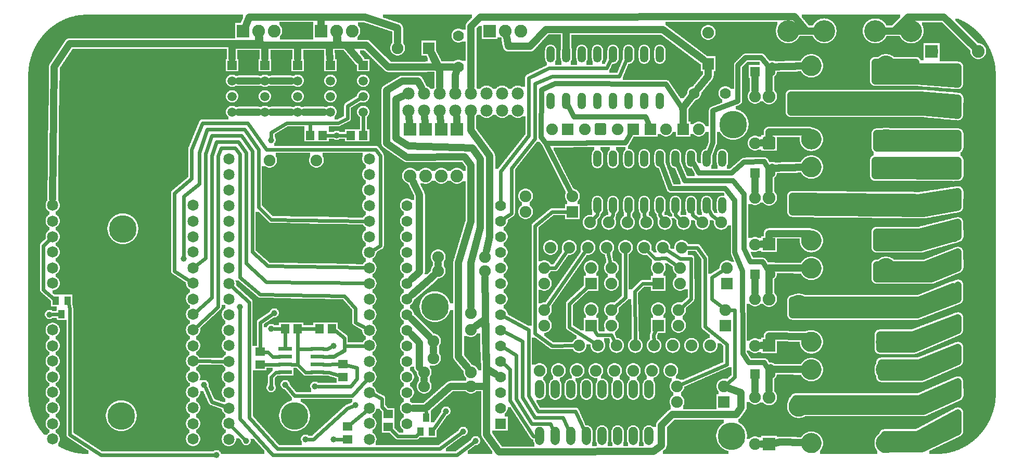
<source format=gtl>
G04 MADE WITH FRITZING*
G04 WWW.FRITZING.ORG*
G04 DOUBLE SIDED*
G04 HOLES PLATED*
G04 CONTOUR ON CENTER OF CONTOUR VECTOR*
%ASAXBY*%
%FSLAX23Y23*%
%MOIN*%
%OFA0B0*%
%SFA1.0B1.0*%
%ADD10C,0.075000*%
%ADD11C,0.039370*%
%ADD12C,0.059000*%
%ADD13C,0.071858*%
%ADD14C,0.058189*%
%ADD15C,0.082000*%
%ADD16C,0.129921*%
%ADD17C,0.070000*%
%ADD18C,0.052000*%
%ADD19C,0.078000*%
%ADD20C,0.140000*%
%ADD21C,0.088750*%
%ADD22C,0.062992*%
%ADD23C,0.177165*%
%ADD24R,0.059000X0.059000*%
%ADD25R,0.039370X0.055118*%
%ADD26R,0.055118X0.059055*%
%ADD27R,0.059055X0.055118*%
%ADD28R,0.075000X0.075000*%
%ADD29R,0.082000X0.082000*%
%ADD30R,0.062992X0.062992*%
%ADD31R,0.069972X0.070000*%
%ADD32C,0.024000*%
%ADD33C,0.048000*%
%ADD34C,0.032000*%
%ADD35C,0.020000*%
%ADD36R,0.001000X0.001000*%
%LNCOPPER1*%
G90*
G70*
G54D10*
X295Y2779D03*
X1717Y2760D03*
X2241Y2744D03*
X2989Y2552D03*
X4196Y2475D03*
X2985Y2122D03*
X356Y2581D03*
X3287Y1936D03*
X2078Y1927D03*
X1577Y1467D03*
X1719Y969D03*
X3505Y1953D03*
X1222Y842D03*
X2885Y722D03*
X4296Y927D03*
X1220Y543D03*
X2650Y1692D03*
X4372Y475D03*
X1550Y366D03*
X5292Y2773D03*
X3161Y203D03*
X2805Y351D03*
X4183Y193D03*
G54D11*
X2017Y2086D03*
X1617Y946D03*
X1597Y2056D03*
X1877Y476D03*
X1597Y466D03*
X1997Y736D03*
X1037Y1296D03*
X1397Y986D03*
X1687Y486D03*
X1597Y846D03*
X2137Y356D03*
X1817Y136D03*
X1437Y126D03*
G54D10*
X3317Y576D03*
X3570Y737D03*
G54D12*
X1347Y2536D03*
X1347Y2436D03*
X1347Y2336D03*
X1347Y2236D03*
X1557Y2536D03*
X1557Y2436D03*
X1557Y2336D03*
X1557Y2236D03*
X1767Y2536D03*
X1767Y2436D03*
X1767Y2336D03*
X1767Y2236D03*
X2187Y2536D03*
X2187Y2436D03*
X2187Y2336D03*
X2187Y2236D03*
X1977Y2536D03*
X1977Y2436D03*
X1977Y2336D03*
X1977Y2236D03*
G54D11*
X2717Y316D03*
X1167Y486D03*
X1247Y36D03*
X177Y936D03*
X1997Y136D03*
X2827Y186D03*
X2907Y126D03*
G54D13*
X1096Y137D03*
X1096Y236D03*
X1096Y337D03*
X1096Y437D03*
X1096Y536D03*
X1096Y637D03*
X1096Y736D03*
X1096Y837D03*
X1096Y937D03*
X1096Y1036D03*
X1096Y1137D03*
X1096Y1236D03*
X1096Y1337D03*
X1096Y1436D03*
X1096Y1536D03*
X1096Y1637D03*
X197Y1637D03*
X197Y1536D03*
X197Y1436D03*
X197Y1337D03*
X197Y1236D03*
X197Y1137D03*
X197Y837D03*
X197Y736D03*
X197Y637D03*
X197Y536D03*
X197Y437D03*
X197Y337D03*
X197Y236D03*
X197Y137D03*
X2225Y136D03*
X2225Y237D03*
X2225Y336D03*
X2225Y436D03*
X2225Y536D03*
X2225Y636D03*
X2225Y737D03*
X2225Y836D03*
X2225Y936D03*
X2225Y1036D03*
X2225Y1136D03*
X2225Y1236D03*
X2225Y1336D03*
X2225Y1436D03*
X2225Y1536D03*
X2225Y1636D03*
X2225Y1735D03*
X2225Y1836D03*
X2225Y1936D03*
X1326Y1936D03*
X1326Y1836D03*
X1326Y1735D03*
X1326Y1636D03*
X1326Y1536D03*
X1326Y1436D03*
X1326Y1336D03*
X1326Y1236D03*
X1326Y1136D03*
X1326Y1036D03*
X1326Y936D03*
X1326Y836D03*
X1326Y737D03*
X1326Y636D03*
X1326Y536D03*
X1326Y436D03*
X1326Y336D03*
X1326Y237D03*
X1326Y136D03*
G54D10*
X3527Y1596D03*
X3227Y1596D03*
X3527Y1696D03*
X3227Y1696D03*
X3647Y1136D03*
X3347Y1136D03*
X3647Y1236D03*
X3347Y1236D03*
X4077Y1136D03*
X3777Y1136D03*
X4077Y1236D03*
X3777Y1236D03*
X4517Y1136D03*
X4217Y1136D03*
X4517Y1236D03*
X4217Y1236D03*
X4497Y376D03*
X4197Y376D03*
X4497Y476D03*
X4197Y476D03*
X4507Y866D03*
X4207Y866D03*
X4507Y966D03*
X4207Y966D03*
X4077Y866D03*
X3777Y866D03*
X4077Y966D03*
X3777Y966D03*
X3647Y866D03*
X3347Y866D03*
X3647Y966D03*
X3347Y966D03*
X4697Y106D03*
X4697Y406D03*
X4697Y736D03*
X4697Y1036D03*
X4697Y2036D03*
X4697Y2336D03*
X4697Y1386D03*
X4697Y1686D03*
X4157Y576D03*
X4410Y737D03*
X4037Y576D03*
X4290Y737D03*
X3917Y576D03*
X4170Y737D03*
X3797Y576D03*
X4050Y737D03*
X3677Y576D03*
X3930Y737D03*
X3557Y576D03*
X3810Y737D03*
X3437Y576D03*
X3690Y737D03*
X3867Y1366D03*
X4120Y1527D03*
X3747Y1366D03*
X4000Y1527D03*
X3627Y1366D03*
X3880Y1527D03*
X3507Y1366D03*
X3760Y1527D03*
X3987Y1366D03*
X4240Y1527D03*
X4107Y1366D03*
X4360Y1527D03*
X4227Y1366D03*
X4480Y1527D03*
X3387Y1366D03*
X3640Y1527D03*
G54D14*
X3317Y156D03*
X3417Y156D03*
X3917Y156D03*
X4017Y156D03*
X3517Y156D03*
X3617Y156D03*
X3817Y156D03*
X3717Y156D03*
X4017Y456D03*
X3917Y456D03*
X3817Y456D03*
X3717Y456D03*
X3617Y456D03*
X3517Y456D03*
X3417Y456D03*
X3317Y456D03*
X3317Y156D03*
X3417Y156D03*
X3917Y156D03*
X4017Y156D03*
X3517Y156D03*
X3617Y156D03*
X3817Y156D03*
X3717Y156D03*
X4017Y456D03*
X3917Y456D03*
X3817Y456D03*
X3717Y456D03*
X3617Y456D03*
X3517Y456D03*
X3417Y456D03*
X3317Y456D03*
G54D15*
X4787Y2038D03*
X4787Y2336D03*
X4787Y1388D03*
X4787Y1686D03*
X4787Y738D03*
X4787Y1036D03*
X4787Y106D03*
X4787Y404D03*
G54D16*
X4977Y2296D03*
X5058Y2060D03*
X5536Y2060D03*
X5058Y2532D03*
X5536Y2532D03*
X4977Y1646D03*
X5058Y1410D03*
X5536Y1410D03*
X5058Y1882D03*
X5536Y1882D03*
X4977Y996D03*
X5058Y760D03*
X5536Y760D03*
X5058Y1232D03*
X5536Y1232D03*
X4977Y346D03*
X5058Y110D03*
X5536Y110D03*
X5058Y582D03*
X5536Y582D03*
G54D10*
X2607Y2646D03*
X2407Y2646D03*
X4397Y2546D03*
X4397Y2746D03*
G54D17*
X4507Y2356D03*
X4307Y2356D03*
X2797Y2726D03*
X2797Y2526D03*
G54D10*
X4237Y2126D03*
X4337Y2126D03*
G54D15*
X2687Y2124D03*
X2687Y1826D03*
X2787Y2124D03*
X2787Y1826D03*
X2487Y2124D03*
X2487Y1826D03*
X2587Y2124D03*
X2587Y1826D03*
G54D18*
X3687Y1636D03*
X3787Y1636D03*
X4287Y1636D03*
X4387Y1636D03*
X3887Y1636D03*
X3987Y1636D03*
X4187Y1636D03*
X4087Y1636D03*
X4487Y1636D03*
X4487Y1936D03*
X4387Y1936D03*
X4287Y1936D03*
X4187Y1936D03*
X4087Y1936D03*
X3987Y1936D03*
X3887Y1936D03*
X3787Y1936D03*
X3687Y1936D03*
X3687Y1636D03*
X3787Y1636D03*
X4287Y1636D03*
X4387Y1636D03*
X3887Y1636D03*
X3987Y1636D03*
X4187Y1636D03*
X4087Y1636D03*
X4487Y1636D03*
X4487Y1936D03*
X4387Y1936D03*
X4287Y1936D03*
X4187Y1936D03*
X4087Y1936D03*
X3987Y1936D03*
X3887Y1936D03*
X3787Y1936D03*
X3687Y1936D03*
G54D10*
X2967Y1216D03*
X2667Y1216D03*
X2878Y945D03*
X2637Y766D03*
X2877Y566D03*
X2577Y566D03*
X2875Y838D03*
X2637Y656D03*
X1887Y1926D03*
X1587Y1926D03*
X2877Y476D03*
X2577Y476D03*
X2967Y1306D03*
X2667Y1306D03*
G54D19*
X3177Y2356D03*
X3077Y2356D03*
X2977Y2356D03*
X2877Y2356D03*
X2777Y2356D03*
X2677Y2356D03*
X2577Y2356D03*
X2477Y2356D03*
X2477Y2246D03*
X2577Y2246D03*
X2677Y2246D03*
X2777Y2246D03*
X2877Y2246D03*
X2977Y2246D03*
X3077Y2246D03*
X3177Y2246D03*
G54D18*
X3387Y2306D03*
X3487Y2306D03*
X3587Y2306D03*
X3687Y2306D03*
X3787Y2306D03*
X3887Y2306D03*
X3987Y2306D03*
X4087Y2306D03*
X4087Y2606D03*
X3987Y2606D03*
X3887Y2606D03*
X3787Y2606D03*
X3687Y2606D03*
X3587Y2606D03*
X3487Y2606D03*
X3387Y2606D03*
X3387Y2306D03*
X3487Y2306D03*
X3587Y2306D03*
X3687Y2306D03*
X3787Y2306D03*
X3887Y2306D03*
X3987Y2306D03*
X4087Y2306D03*
X4087Y2606D03*
X3987Y2606D03*
X3887Y2606D03*
X3787Y2606D03*
X3687Y2606D03*
X3587Y2606D03*
X3487Y2606D03*
X3387Y2606D03*
G54D10*
X3917Y2126D03*
X3817Y2126D03*
X3707Y2126D03*
X3607Y2126D03*
X3497Y2126D03*
X3397Y2126D03*
X4027Y2126D03*
X4127Y2126D03*
G54D20*
X4910Y2756D03*
X5140Y2756D03*
X5697Y2756D03*
X5467Y2756D03*
X4910Y2756D03*
X5140Y2756D03*
X5697Y2756D03*
X5467Y2756D03*
G54D15*
X5829Y2626D03*
X6127Y2626D03*
X1417Y2756D03*
X1517Y2756D03*
X1617Y2756D03*
X1917Y2756D03*
X2017Y2756D03*
X2117Y2756D03*
X2997Y2756D03*
X3097Y2756D03*
X3197Y2756D03*
G54D21*
X5967Y1246D03*
X5967Y1446D03*
X5967Y1646D03*
X5967Y1846D03*
X5967Y2046D03*
X5967Y2246D03*
X5967Y2446D03*
X5967Y246D03*
X5967Y446D03*
X5967Y646D03*
X5967Y846D03*
X5967Y1046D03*
X5967Y1246D03*
X5967Y1446D03*
G54D22*
X4697Y1196D03*
X4795Y1196D03*
X4697Y1846D03*
X4795Y1846D03*
X4697Y2496D03*
X4795Y2496D03*
X4697Y556D03*
X4795Y556D03*
G54D17*
X3067Y236D03*
X3067Y336D03*
X3067Y436D03*
X3067Y536D03*
X3067Y636D03*
X3067Y736D03*
X3067Y836D03*
X3067Y936D03*
X3067Y1036D03*
X3067Y1136D03*
X3067Y1236D03*
X3067Y1336D03*
X3067Y1436D03*
X3067Y1536D03*
X3067Y1636D03*
X2467Y236D03*
X2467Y336D03*
X2467Y436D03*
X2467Y536D03*
X2467Y636D03*
X2467Y736D03*
X2467Y836D03*
X2467Y936D03*
X2467Y1036D03*
X2467Y1136D03*
X2467Y1236D03*
X2467Y1336D03*
X2467Y1436D03*
X2467Y1536D03*
X2467Y1636D03*
G54D23*
X1747Y286D03*
X4547Y156D03*
X4557Y2156D03*
X2647Y986D03*
X637Y286D03*
X647Y1486D03*
G54D24*
X1347Y2536D03*
X1557Y2536D03*
X1767Y2536D03*
X2187Y2536D03*
X1977Y2536D03*
G54D25*
X254Y939D03*
X217Y1026D03*
X292Y1026D03*
X2590Y273D03*
X2627Y186D03*
X2552Y186D03*
G54D26*
X1906Y846D03*
X1987Y846D03*
G54D27*
X2057Y617D03*
X2057Y536D03*
G54D26*
X1686Y846D03*
X1767Y846D03*
G54D27*
X2087Y217D03*
X2087Y136D03*
X1527Y697D03*
X1527Y616D03*
G54D26*
X2188Y2086D03*
X2107Y2086D03*
X1928Y2086D03*
X1847Y2086D03*
G54D27*
X2347Y297D03*
X2347Y216D03*
G54D28*
X3527Y1596D03*
X3647Y1136D03*
X4077Y1136D03*
X4517Y1136D03*
X4497Y376D03*
X4507Y866D03*
X4077Y866D03*
X3647Y866D03*
G54D29*
X4787Y1387D03*
X4787Y737D03*
X4787Y105D03*
G54D28*
X2607Y2646D03*
X4397Y2546D03*
X4237Y2126D03*
G54D29*
X2687Y2125D03*
X2787Y2125D03*
X2487Y2125D03*
X2587Y2125D03*
G54D28*
X3917Y2126D03*
X3497Y2126D03*
X4027Y2126D03*
G54D29*
X5828Y2626D03*
X1417Y2756D03*
X1917Y2756D03*
X2997Y2756D03*
G54D30*
X4697Y1196D03*
X4697Y1846D03*
X4697Y2496D03*
X4697Y556D03*
G54D31*
X3067Y236D03*
G54D32*
X1528Y886D02*
X1601Y935D01*
D02*
X1527Y719D02*
X1528Y886D01*
G54D33*
D02*
X1808Y2236D02*
X1936Y2236D01*
G54D32*
D02*
X2036Y2086D02*
X2085Y2086D01*
D02*
X1998Y2086D02*
X1950Y2086D01*
D02*
X2307Y346D02*
X2307Y396D01*
D02*
X2307Y396D02*
X2253Y423D01*
D02*
X2329Y319D02*
X2307Y346D01*
D02*
X2107Y476D02*
X1896Y476D01*
D02*
X2147Y526D02*
X2107Y476D01*
D02*
X2147Y596D02*
X2147Y526D01*
D02*
X2081Y611D02*
X2147Y596D01*
D02*
X2188Y2110D02*
X2187Y2206D01*
D02*
X1598Y2106D02*
X1597Y2075D01*
D02*
X1697Y2165D02*
X1598Y2106D01*
D02*
X1847Y2165D02*
X1697Y2165D01*
D02*
X1847Y2110D02*
X1847Y2165D01*
D02*
X1818Y566D02*
X1855Y566D01*
D02*
X1597Y536D02*
X1597Y485D01*
D02*
X1627Y566D02*
X1597Y536D01*
D02*
X1649Y566D02*
X1627Y566D01*
D02*
X1957Y716D02*
X1980Y728D01*
D02*
X1686Y822D02*
X1687Y722D01*
D02*
X1768Y616D02*
X1818Y566D01*
D02*
X1725Y616D02*
X1768Y616D01*
D02*
X1768Y716D02*
X1768Y616D01*
D02*
X1768Y616D02*
X1725Y616D01*
D02*
X1855Y716D02*
X1768Y716D01*
D02*
X1931Y716D02*
X1957Y716D01*
D02*
X1789Y846D02*
X1884Y846D01*
D02*
X1768Y716D02*
X1767Y822D01*
D02*
X2067Y707D02*
X2067Y786D01*
D02*
X1998Y666D02*
X2067Y707D01*
D02*
X2067Y786D02*
X2009Y830D01*
D02*
X1931Y666D02*
X1998Y666D01*
D02*
X1966Y566D02*
X2033Y544D01*
D02*
X1931Y566D02*
X1966Y566D01*
D02*
X2033Y617D02*
X1931Y616D01*
D02*
X1577Y696D02*
X1551Y696D01*
D02*
X1607Y666D02*
X1577Y696D01*
D02*
X1649Y666D02*
X1607Y666D01*
D02*
X1649Y616D02*
X1551Y616D01*
D02*
X1855Y716D02*
X1768Y716D01*
D02*
X1747Y416D02*
X2117Y416D01*
D02*
X2117Y416D02*
X2205Y513D01*
D02*
X1664Y846D02*
X1616Y846D01*
D02*
X1699Y472D02*
X1747Y416D01*
D02*
X2067Y706D02*
X2067Y735D01*
D02*
X2067Y735D02*
X2195Y736D01*
D02*
X1998Y667D02*
X2067Y706D01*
D02*
X1931Y666D02*
X1998Y667D01*
D02*
X2086Y2196D02*
X2027Y2165D01*
D02*
X2087Y2276D02*
X2086Y2196D01*
D02*
X1697Y2166D02*
X1598Y2106D01*
D02*
X1598Y2106D02*
X1597Y2075D01*
D02*
X2027Y2165D02*
X1697Y2166D01*
D02*
X2162Y2321D02*
X2087Y2276D01*
D02*
X1348Y215D02*
X1424Y139D01*
D02*
X1517Y1996D02*
X1426Y2126D01*
D02*
X1137Y1976D02*
X1137Y1776D01*
D02*
X1137Y1776D02*
X1037Y1696D01*
D02*
X1037Y1696D02*
X1037Y1315D01*
D02*
X1426Y2126D02*
X1187Y2126D01*
D02*
X1187Y2126D02*
X1137Y1976D01*
D02*
X1517Y1626D02*
X1517Y1996D01*
D02*
X1597Y1546D02*
X1517Y1626D01*
D02*
X2195Y1536D02*
X1597Y1546D01*
D02*
X1216Y376D02*
X1297Y347D01*
D02*
X1175Y469D02*
X1216Y376D01*
D02*
X1127Y637D02*
X1295Y636D01*
G54D33*
D02*
X2078Y2666D02*
X2018Y2666D01*
D02*
X2018Y2666D02*
X2017Y2713D01*
D02*
X2161Y2567D02*
X2078Y2666D01*
G54D32*
D02*
X1257Y1956D02*
X1276Y2006D01*
D02*
X1397Y1966D02*
X1396Y1175D01*
D02*
X1367Y2006D02*
X1397Y1966D01*
D02*
X2137Y886D02*
X2199Y851D01*
D02*
X2137Y976D02*
X2137Y886D01*
D02*
X2068Y1056D02*
X2137Y976D01*
D02*
X1527Y1065D02*
X2068Y1056D01*
D02*
X1396Y1175D02*
X1527Y1065D01*
D02*
X1276Y2006D02*
X1367Y2006D01*
D02*
X1257Y986D02*
X1257Y1956D01*
D02*
X1119Y857D02*
X1257Y986D01*
D02*
X1217Y1956D02*
X1247Y2046D01*
D02*
X1437Y1976D02*
X1437Y1266D01*
D02*
X1567Y1146D02*
X2195Y1137D01*
D02*
X1437Y1266D02*
X1567Y1146D01*
D02*
X1217Y1045D02*
X1217Y1956D01*
D02*
X1247Y2046D02*
X1387Y2046D01*
D02*
X1387Y2046D02*
X1437Y1976D01*
D02*
X1119Y957D02*
X1217Y1045D01*
D02*
X1177Y1967D02*
X1177Y1297D01*
D02*
X1476Y1986D02*
X1407Y2086D01*
D02*
X1407Y2086D02*
X1217Y2086D01*
D02*
X1217Y2086D02*
X1177Y1967D01*
D02*
X1177Y1297D02*
X1121Y1255D01*
D02*
X1476Y1337D02*
X1476Y1986D01*
D02*
X1577Y1247D02*
X1476Y1337D01*
D02*
X2195Y1237D02*
X1577Y1247D01*
D02*
X1567Y1996D02*
X1446Y2166D01*
D02*
X1446Y2166D02*
X1157Y2166D01*
D02*
X1157Y2166D02*
X1087Y1996D01*
D02*
X1087Y1807D02*
X978Y1715D01*
D02*
X978Y1715D02*
X977Y1216D01*
D02*
X2297Y1956D02*
X2267Y1996D01*
D02*
X2267Y1996D02*
X1567Y1996D01*
D02*
X1087Y1996D02*
X1087Y1807D01*
D02*
X977Y1216D02*
X1071Y1154D01*
D02*
X2297Y1377D02*
X2297Y1956D01*
D02*
X2252Y1351D02*
X2297Y1377D01*
G54D33*
D02*
X1516Y2236D02*
X1388Y2236D01*
D02*
X1516Y2436D02*
X1388Y2436D01*
G54D32*
D02*
X1867Y136D02*
X2087Y336D01*
D02*
X2087Y336D02*
X2119Y349D01*
D02*
X1836Y136D02*
X1867Y136D01*
G54D33*
D02*
X1527Y2666D02*
X1522Y2713D01*
D02*
X1347Y2666D02*
X1527Y2666D01*
D02*
X1347Y2577D02*
X1347Y2666D01*
D02*
X1558Y2666D02*
X1557Y2577D01*
D02*
X1517Y2666D02*
X1558Y2666D01*
D02*
X1517Y2713D02*
X1517Y2666D01*
D02*
X1768Y2666D02*
X1767Y2577D01*
D02*
X1517Y2666D02*
X1768Y2666D01*
D02*
X1517Y2713D02*
X1517Y2666D01*
D02*
X2027Y2666D02*
X1967Y2666D01*
D02*
X1967Y2666D02*
X1974Y2577D01*
D02*
X2022Y2713D02*
X2027Y2666D01*
D02*
X1726Y2236D02*
X1598Y2236D01*
D02*
X1598Y2436D02*
X1726Y2436D01*
G54D32*
D02*
X240Y939D02*
X196Y937D01*
D02*
X138Y1378D02*
X138Y1096D01*
D02*
X138Y1096D02*
X203Y1039D01*
D02*
X175Y1415D02*
X138Y1378D01*
D02*
X2016Y136D02*
X2063Y136D01*
G54D33*
D02*
X208Y2526D02*
X198Y1678D01*
D02*
X307Y2675D02*
X208Y2526D01*
D02*
X1517Y2675D02*
X307Y2675D01*
D02*
X1517Y2713D02*
X1517Y2675D01*
G54D32*
D02*
X307Y976D02*
X307Y165D01*
D02*
X307Y165D02*
X506Y35D01*
D02*
X506Y35D02*
X1228Y36D01*
D02*
X299Y1004D02*
X307Y976D01*
G54D33*
D02*
X1918Y2846D02*
X1917Y2799D01*
D02*
X1457Y2846D02*
X1918Y2846D01*
D02*
X1435Y2795D02*
X1457Y2846D01*
D02*
X1517Y2666D02*
X2018Y2666D01*
D02*
X2018Y2666D02*
X2017Y2713D01*
D02*
X1517Y2713D02*
X1517Y2666D01*
D02*
X2407Y2775D02*
X2407Y2686D01*
D02*
X2197Y2845D02*
X2407Y2775D01*
D02*
X1918Y2846D02*
X2197Y2845D01*
D02*
X1917Y2799D02*
X1918Y2846D01*
D02*
X2348Y2526D02*
X2669Y2526D01*
D02*
X2206Y2665D02*
X2348Y2526D01*
D02*
X2018Y2666D02*
X2206Y2665D01*
D02*
X2669Y2526D02*
X2625Y2611D01*
D02*
X2017Y2713D02*
X2018Y2666D01*
G54D32*
D02*
X4419Y1036D02*
X4485Y984D01*
D02*
X4419Y1175D02*
X4419Y1036D01*
D02*
X4493Y1221D02*
X4419Y1175D01*
D02*
X1457Y276D02*
X1457Y1015D01*
D02*
X1457Y1015D02*
X1348Y1115D01*
D02*
X1637Y76D02*
X1457Y276D01*
D02*
X2677Y76D02*
X1637Y76D01*
D02*
X1607Y36D02*
X1397Y267D01*
D02*
X1397Y267D02*
X1397Y967D01*
D02*
X2787Y36D02*
X1607Y36D01*
D02*
X2892Y115D02*
X2787Y36D01*
D02*
X2812Y175D02*
X2677Y76D01*
D02*
X2527Y156D02*
X2538Y169D01*
D02*
X2111Y237D02*
X2202Y316D01*
D02*
X2407Y156D02*
X2527Y156D01*
D02*
X2369Y194D02*
X2407Y156D01*
D02*
X2587Y335D02*
X2496Y336D01*
D02*
X2589Y295D02*
X2587Y335D01*
D02*
X2706Y300D02*
X2641Y206D01*
G54D33*
D02*
X4697Y518D02*
X4697Y446D01*
D02*
X4697Y1158D02*
X4697Y1076D01*
D02*
X4744Y737D02*
X4737Y737D01*
D02*
X4744Y2037D02*
X4737Y2037D01*
D02*
X4697Y2458D02*
X4697Y2376D01*
D02*
X4744Y1387D02*
X4737Y1387D01*
D02*
X4697Y1726D02*
X4697Y1808D01*
G54D32*
D02*
X3886Y1575D02*
X3884Y1555D01*
D02*
X4187Y1575D02*
X4219Y1546D01*
D02*
X4187Y1609D02*
X4187Y1575D01*
D02*
X4087Y1575D02*
X4104Y1551D01*
D02*
X4087Y1609D02*
X4087Y1575D01*
D02*
X3987Y1575D02*
X3992Y1555D01*
D02*
X3987Y1609D02*
X3987Y1575D01*
D02*
X3887Y1609D02*
X3886Y1575D01*
D02*
X3786Y1575D02*
X3774Y1552D01*
D02*
X3787Y1609D02*
X3786Y1575D01*
D02*
X3686Y1577D02*
X3659Y1548D01*
D02*
X3686Y1609D02*
X3686Y1577D01*
G54D33*
D02*
X2667Y2526D02*
X2625Y2610D01*
D02*
X2760Y2526D02*
X2667Y2526D01*
D02*
X2776Y2476D02*
X2777Y2397D01*
D02*
X2783Y2492D02*
X2776Y2476D01*
D02*
X2678Y2525D02*
X2677Y2397D01*
D02*
X2667Y2515D02*
X2678Y2525D01*
D02*
X2624Y2610D02*
X2667Y2515D01*
D02*
X4744Y106D02*
X4737Y106D01*
G54D32*
D02*
X4417Y1575D02*
X4457Y1545D01*
D02*
X4399Y1612D02*
X4417Y1575D01*
D02*
X4297Y1575D02*
X4337Y1545D01*
D02*
X4292Y1609D02*
X4297Y1575D01*
G54D34*
D02*
X3867Y2037D02*
X3378Y2036D01*
D02*
X3357Y2035D02*
X3512Y1727D01*
D02*
X3529Y2036D02*
X3357Y2035D01*
D02*
X3378Y2036D02*
X3529Y2036D01*
D02*
X3537Y2205D02*
X3998Y2205D01*
D02*
X3998Y2205D02*
X4015Y2158D01*
D02*
X3501Y2277D02*
X3537Y2205D01*
G54D33*
D02*
X4166Y295D02*
X4097Y226D01*
D02*
X4097Y95D02*
X4046Y57D01*
D02*
X4097Y226D02*
X4097Y95D01*
D02*
X4577Y295D02*
X4166Y295D01*
D02*
X4608Y337D02*
X4577Y295D01*
D02*
X4046Y57D02*
X3308Y56D01*
D02*
X2978Y166D02*
X2977Y476D01*
D02*
X2877Y476D02*
X2747Y476D01*
D02*
X2977Y476D02*
X2877Y476D01*
D02*
X2587Y335D02*
X2507Y336D01*
D02*
X2747Y476D02*
X2587Y335D01*
D02*
X3056Y56D02*
X2978Y166D01*
D02*
X3308Y56D02*
X3056Y56D01*
D02*
X4608Y435D02*
X4608Y337D01*
D02*
X4534Y462D02*
X4608Y435D01*
G54D32*
D02*
X3753Y1338D02*
X3771Y1264D01*
D02*
X4046Y806D02*
X4064Y840D01*
D02*
X4049Y766D02*
X4046Y806D01*
D02*
X4517Y616D02*
X4223Y487D01*
D02*
X4516Y746D02*
X4517Y616D01*
D02*
X4376Y858D02*
X4516Y746D01*
D02*
X4376Y1296D02*
X4376Y858D01*
D02*
X4327Y1366D02*
X4376Y1296D01*
D02*
X4256Y1366D02*
X4327Y1366D01*
D02*
X4536Y966D02*
X4567Y965D01*
D02*
X4567Y965D02*
X4568Y536D01*
D02*
X4568Y536D02*
X4519Y495D01*
D02*
X3508Y856D02*
X3508Y1005D01*
D02*
X3508Y1005D02*
X3626Y1116D01*
D02*
X3666Y753D02*
X3508Y856D01*
D02*
X3398Y1595D02*
X3498Y1596D01*
D02*
X3287Y816D02*
X3287Y1505D01*
D02*
X3287Y1505D02*
X3398Y1595D01*
D02*
X3397Y735D02*
X3287Y816D01*
D02*
X3541Y737D02*
X3397Y735D01*
D02*
X3978Y1135D02*
X4048Y1136D01*
D02*
X3926Y1086D02*
X3978Y1135D01*
D02*
X3930Y766D02*
X3926Y1086D01*
D02*
X3776Y806D02*
X3687Y806D01*
D02*
X3687Y806D02*
X3663Y842D01*
D02*
X3797Y763D02*
X3776Y806D01*
D02*
X3611Y1343D02*
X3363Y989D01*
D02*
X3418Y1236D02*
X3376Y1236D01*
D02*
X3491Y1342D02*
X3418Y1236D01*
D02*
X4216Y1296D02*
X4287Y1296D01*
D02*
X4131Y1351D02*
X4217Y1296D01*
D02*
X4287Y1296D02*
X4287Y1036D01*
D02*
X4287Y1036D02*
X4229Y985D01*
D02*
X4057Y1296D02*
X4128Y1297D01*
D02*
X4128Y1297D02*
X4193Y1252D01*
D02*
X4007Y1346D02*
X4057Y1296D01*
D02*
X3866Y1046D02*
X3798Y985D01*
D02*
X3867Y1337D02*
X3866Y1046D01*
G54D33*
D02*
X5678Y2844D02*
X5587Y2756D01*
D02*
X5587Y2756D02*
X5698Y2756D01*
D02*
X5698Y2756D02*
X5539Y2756D01*
D02*
X5908Y2846D02*
X5678Y2844D01*
D02*
X6096Y2657D02*
X5908Y2846D01*
D02*
X2937Y2846D02*
X2877Y2786D01*
D02*
X4949Y2847D02*
X2937Y2846D01*
D02*
X5027Y2756D02*
X4949Y2847D01*
D02*
X5141Y2756D02*
X5027Y2756D01*
D02*
X4397Y2466D02*
X4331Y2385D01*
D02*
X4397Y2506D02*
X4397Y2466D01*
D02*
X3256Y2657D02*
X3116Y2657D01*
D02*
X3356Y2766D02*
X3256Y2657D01*
D02*
X4106Y2766D02*
X3356Y2766D01*
D02*
X3116Y2657D02*
X3105Y2714D01*
D02*
X4365Y2570D02*
X4106Y2766D01*
D02*
X2877Y2786D02*
X2877Y2397D01*
D02*
X4982Y2756D02*
X5141Y2756D01*
D02*
X5967Y226D02*
X5977Y257D01*
D02*
X5737Y986D02*
X4957Y986D01*
D02*
X5777Y986D02*
X5777Y1016D01*
D02*
X5957Y1055D02*
X5777Y986D01*
D02*
X5777Y1016D02*
X5737Y986D01*
D02*
X4957Y986D02*
X5737Y976D01*
D02*
X5997Y1126D02*
X5957Y1055D01*
D02*
X5017Y976D02*
X5020Y975D01*
D02*
X5737Y976D02*
X5017Y976D01*
D02*
X5746Y1027D02*
X4937Y1027D01*
D02*
X4937Y1027D02*
X4937Y935D01*
D02*
X5737Y935D02*
X5997Y1036D01*
D02*
X4937Y935D02*
X5737Y935D01*
D02*
X5997Y1036D02*
X5997Y1126D01*
D02*
X5966Y1116D02*
X5746Y1027D01*
D02*
X5768Y986D02*
X5966Y1116D01*
D02*
X5922Y1032D02*
X5768Y986D01*
D02*
X4967Y357D02*
X4945Y381D01*
D02*
X5757Y117D02*
X5537Y96D01*
D02*
X5537Y96D02*
X5747Y96D01*
D02*
X5747Y96D02*
X5967Y226D01*
D02*
X5558Y125D02*
X5527Y125D01*
D02*
X5747Y125D02*
X5558Y125D01*
D02*
X5977Y257D02*
X5747Y125D01*
D02*
X5527Y76D02*
X5767Y76D01*
D02*
X5527Y166D02*
X5527Y76D01*
D02*
X5527Y125D02*
X5527Y166D01*
D02*
X5961Y190D02*
X5757Y117D01*
D02*
X5737Y166D02*
X5527Y166D01*
D02*
X5997Y186D02*
X5997Y306D01*
D02*
X5527Y166D02*
X5528Y157D01*
D02*
X5997Y306D02*
X5737Y166D01*
D02*
X5767Y76D02*
X5997Y186D01*
D02*
X5962Y200D02*
X5961Y190D01*
D02*
X5967Y446D02*
X5917Y440D01*
D02*
X5747Y356D02*
X5967Y446D01*
D02*
X5777Y316D02*
X5997Y416D01*
D02*
X5997Y416D02*
X5997Y505D01*
D02*
X5997Y505D02*
X5747Y396D01*
D02*
X5747Y396D02*
X5747Y356D01*
D02*
X5777Y316D02*
X5747Y356D01*
D02*
X5747Y356D02*
X4967Y357D01*
D02*
X4957Y316D02*
X5777Y316D01*
D02*
X4957Y396D02*
X4957Y316D01*
D02*
X5747Y396D02*
X4957Y396D01*
D02*
X5917Y440D02*
X5777Y316D01*
D02*
X5757Y356D02*
X5747Y396D01*
D02*
X5924Y428D02*
X5757Y356D01*
D02*
X4237Y2266D02*
X4237Y2166D01*
D02*
X4106Y2766D02*
X3487Y2766D01*
D02*
X3487Y2766D02*
X3487Y2644D01*
D02*
X4365Y2570D02*
X4106Y2766D01*
D02*
X4307Y2356D02*
X4237Y2266D01*
G54D32*
D02*
X3248Y2085D02*
X3246Y2456D01*
D02*
X3067Y1856D02*
X3248Y2085D01*
D02*
X3137Y1586D02*
X3138Y1875D01*
D02*
X3377Y2517D02*
X3746Y2517D01*
D02*
X3246Y2456D02*
X3377Y2517D01*
D02*
X3288Y2066D02*
X3286Y2417D01*
D02*
X3138Y1875D02*
X3288Y2066D01*
D02*
X3746Y2517D02*
X3776Y2581D01*
D02*
X3828Y2465D02*
X3877Y2581D01*
D02*
X3398Y2465D02*
X3828Y2465D01*
D02*
X3285Y2417D02*
X3398Y2465D01*
D02*
X3067Y1665D02*
X3067Y1856D01*
D02*
X3091Y1553D02*
X3137Y1586D01*
G54D34*
D02*
X3357Y2036D02*
X3327Y2074D01*
D02*
X3867Y2037D02*
X3357Y2036D01*
D02*
X3416Y2417D02*
X4126Y2415D01*
D02*
X3329Y2378D02*
X3416Y2417D01*
D02*
X3327Y2074D02*
X3329Y2378D01*
D02*
X4227Y2266D02*
X4235Y2160D01*
D02*
X4126Y2415D02*
X4227Y2266D01*
D02*
X3900Y2096D02*
X3867Y2037D01*
G54D33*
D02*
X2787Y2196D02*
X2787Y2167D01*
D02*
X2785Y2206D02*
X2787Y2196D01*
D02*
X2680Y2205D02*
X2683Y2167D01*
D02*
X2580Y2205D02*
X2583Y2167D01*
D02*
X2480Y2205D02*
X2483Y2167D01*
D02*
X2877Y1267D02*
X2878Y985D01*
D02*
X2937Y1496D02*
X2877Y1267D01*
D02*
X2938Y1935D02*
X2937Y1496D01*
D02*
X2886Y2004D02*
X2938Y1935D01*
D02*
X2477Y2017D02*
X2886Y2004D01*
D02*
X2997Y1956D02*
X2997Y1435D01*
D02*
X2997Y1435D02*
X2976Y1345D01*
D02*
X2797Y1267D02*
X2797Y666D01*
D02*
X2876Y1535D02*
X2797Y1267D01*
D02*
X2797Y666D02*
X2852Y597D01*
D02*
X2438Y2435D02*
X2338Y2376D01*
D02*
X2538Y2435D02*
X2438Y2435D01*
D02*
X2338Y2035D02*
X2467Y1946D01*
D02*
X2338Y2376D02*
X2338Y2035D01*
D02*
X2838Y1948D02*
X2877Y1896D01*
D02*
X2467Y1946D02*
X2838Y1948D01*
D02*
X2877Y1896D02*
X2876Y1535D01*
D02*
X2559Y2393D02*
X2538Y2435D01*
D02*
X2397Y2067D02*
X2477Y2017D01*
D02*
X2397Y2317D02*
X2397Y2067D01*
D02*
X2440Y2338D02*
X2397Y2317D01*
D02*
X2877Y2117D02*
X2997Y1956D01*
D02*
X2877Y2205D02*
X2877Y2117D01*
G54D34*
D02*
X4547Y1845D02*
X4338Y1844D01*
D02*
X4628Y1916D02*
X4547Y1845D01*
D02*
X4758Y1917D02*
X4628Y1916D01*
D02*
X4338Y1844D02*
X4303Y1907D01*
D02*
X4780Y1875D02*
X4758Y1917D01*
D02*
X4245Y1796D02*
X4558Y1795D01*
D02*
X4628Y1707D02*
X4627Y1357D01*
D02*
X4558Y1795D02*
X4628Y1707D01*
D02*
X4627Y1357D02*
X4668Y1275D01*
D02*
X4745Y1275D02*
X4778Y1223D01*
D02*
X4668Y1275D02*
X4745Y1275D01*
D02*
X4200Y1906D02*
X4245Y1796D01*
D02*
X4156Y1744D02*
X4508Y1745D01*
D02*
X4619Y684D02*
X4658Y627D01*
D02*
X4616Y1216D02*
X4619Y684D01*
D02*
X4567Y1335D02*
X4616Y1216D01*
D02*
X4567Y1667D02*
X4567Y1335D01*
D02*
X4508Y1745D02*
X4567Y1667D01*
D02*
X4758Y627D02*
X4780Y585D01*
D02*
X4658Y627D02*
X4758Y627D01*
D02*
X4098Y1905D02*
X4156Y1744D01*
D02*
X4788Y2335D02*
X4794Y2464D01*
D02*
X4786Y2526D02*
X4788Y2335D01*
D02*
X4588Y2535D02*
X4638Y2585D01*
D02*
X4588Y2306D02*
X4588Y2535D01*
D02*
X4638Y2585D02*
X4738Y2585D01*
D02*
X4738Y2585D02*
X4786Y2526D01*
D02*
X4427Y2244D02*
X4588Y2306D01*
D02*
X4427Y2037D02*
X4427Y2244D01*
D02*
X4399Y1966D02*
X4427Y2037D01*
G54D32*
D02*
X3277Y156D02*
X3287Y156D01*
D02*
X3128Y386D02*
X3277Y156D01*
D02*
X3127Y586D02*
X3128Y386D01*
D02*
X3089Y617D02*
X3127Y586D01*
D02*
X3387Y236D02*
X3267Y236D01*
D02*
X3167Y396D02*
X3167Y676D01*
D02*
X3267Y236D02*
X3167Y396D01*
D02*
X3167Y676D02*
X3092Y721D01*
D02*
X3407Y184D02*
X3387Y236D01*
D02*
X3207Y406D02*
X3207Y766D01*
D02*
X3287Y276D02*
X3207Y406D01*
D02*
X3207Y766D02*
X3093Y823D01*
D02*
X3467Y276D02*
X3287Y276D01*
D02*
X3505Y184D02*
X3467Y276D01*
D02*
X3307Y316D02*
X3547Y316D01*
D02*
X3547Y316D02*
X3605Y184D01*
D02*
X3247Y415D02*
X3307Y316D01*
D02*
X3247Y837D02*
X3247Y415D01*
D02*
X3093Y922D02*
X3247Y837D01*
G54D33*
D02*
X4787Y2525D02*
X4787Y2379D01*
D02*
X5010Y2531D02*
X4787Y2525D01*
D02*
X4786Y2107D02*
X4787Y2081D01*
D02*
X5047Y2107D02*
X4786Y2107D01*
D02*
X5047Y2106D02*
X5047Y2107D01*
D02*
X4787Y1876D02*
X4787Y1729D01*
D02*
X5010Y1881D02*
X4787Y1876D01*
D02*
X4786Y1456D02*
X4787Y1431D01*
D02*
X5047Y1456D02*
X4786Y1456D01*
D02*
X5047Y1456D02*
X5047Y1456D01*
D02*
X4787Y1236D02*
X4787Y1079D01*
D02*
X5010Y1233D02*
X4787Y1236D01*
D02*
X4786Y797D02*
X4786Y781D01*
D02*
X5028Y795D02*
X4786Y797D01*
D02*
X5027Y796D02*
X5028Y795D01*
D02*
X4857Y117D02*
X4830Y112D01*
D02*
X5006Y116D02*
X4857Y117D01*
D02*
X5010Y115D02*
X5006Y116D01*
D02*
X4787Y586D02*
X4787Y447D01*
D02*
X5010Y583D02*
X4787Y586D01*
D02*
X4797Y586D02*
X4797Y594D01*
D02*
X5010Y583D02*
X4797Y586D01*
D02*
X4797Y1236D02*
X4797Y1234D01*
D02*
X5010Y1233D02*
X4797Y1236D01*
D02*
X4806Y2526D02*
X4808Y2532D01*
D02*
X5010Y2531D02*
X4806Y2526D01*
D02*
X4806Y1876D02*
X4808Y1882D01*
D02*
X5010Y1881D02*
X4806Y1876D01*
D02*
X5987Y1876D02*
X5757Y1876D01*
D02*
X5987Y1827D02*
X5987Y1876D01*
D02*
X5757Y1876D02*
X5584Y1881D01*
D02*
X5996Y1926D02*
X5987Y1827D01*
D02*
X5987Y1886D02*
X5997Y1926D01*
D02*
X5557Y1886D02*
X5987Y1886D01*
D02*
X5997Y1826D02*
X5497Y1897D01*
D02*
X5997Y1926D02*
X5997Y1826D01*
D02*
X5497Y1897D02*
X5497Y1856D01*
D02*
X5497Y1856D02*
X5996Y1856D01*
D02*
X5996Y1856D02*
X5997Y1826D01*
D02*
X5997Y1826D02*
X5468Y1827D01*
D02*
X5468Y1926D02*
X5996Y1926D01*
D02*
X5468Y1827D02*
X5468Y1926D01*
D02*
X5837Y1836D02*
X5557Y1886D01*
D02*
X5921Y1843D02*
X5837Y1836D01*
D02*
X4966Y1656D02*
X5968Y1666D01*
D02*
X5888Y1686D02*
X4936Y1695D01*
D02*
X5987Y1676D02*
X5727Y1637D01*
D02*
X5727Y1637D02*
X5025Y1645D01*
D02*
X4988Y1626D02*
X5987Y1676D01*
D02*
X5677Y1676D02*
X4966Y1656D01*
D02*
X5776Y1586D02*
X5997Y1625D01*
D02*
X5757Y1676D02*
X5888Y1686D01*
D02*
X4936Y1695D02*
X4937Y1595D01*
D02*
X4937Y1595D02*
X5776Y1586D01*
D02*
X5997Y1725D02*
X5677Y1676D01*
D02*
X5737Y1616D02*
X4988Y1626D01*
D02*
X5968Y1666D02*
X5737Y1616D01*
D02*
X5997Y1625D02*
X5997Y1725D01*
D02*
X5758Y1646D02*
X5757Y1676D01*
D02*
X5920Y1646D02*
X5758Y1646D01*
D02*
X5757Y1366D02*
X5477Y1366D01*
D02*
X5817Y1466D02*
X5767Y1406D01*
D02*
X5477Y1466D02*
X5817Y1466D01*
D02*
X5477Y1366D02*
X5477Y1466D01*
D02*
X5767Y1406D02*
X5584Y1409D01*
D02*
X5997Y1436D02*
X5757Y1366D01*
D02*
X5727Y1426D02*
X5947Y1495D01*
D02*
X5947Y1495D02*
X5968Y1456D01*
D02*
X5788Y1406D02*
X5727Y1426D01*
D02*
X5968Y1456D02*
X5777Y1416D01*
D02*
X5957Y1466D02*
X5788Y1406D01*
D02*
X5507Y1436D02*
X5722Y1458D01*
D02*
X5507Y1406D02*
X5507Y1436D01*
D02*
X5722Y1458D02*
X5997Y1527D01*
D02*
X5997Y1527D02*
X5997Y1436D01*
D02*
X5777Y1416D02*
X5507Y1406D01*
D02*
X5946Y1488D02*
X5957Y1466D01*
D02*
X5807Y1255D02*
X5847Y1266D01*
D02*
X5507Y1226D02*
X5747Y1226D01*
D02*
X5767Y1226D02*
X5507Y1226D01*
D02*
X5967Y1296D02*
X5767Y1226D01*
D02*
X5967Y1255D02*
X5967Y1296D01*
D02*
X5767Y1186D02*
X5967Y1255D01*
D02*
X5507Y1186D02*
X5767Y1186D01*
D02*
X5997Y1236D02*
X5827Y1166D01*
D02*
X5767Y1247D02*
X5997Y1337D01*
D02*
X5827Y1166D02*
X5477Y1166D01*
D02*
X5847Y1266D02*
X5507Y1186D01*
D02*
X5747Y1226D02*
X5777Y1227D01*
D02*
X5477Y1255D02*
X5807Y1255D01*
D02*
X5477Y1166D02*
X5477Y1255D01*
D02*
X5777Y1227D02*
X5584Y1231D01*
D02*
X5997Y1337D02*
X5997Y1236D01*
D02*
X5757Y1227D02*
X5767Y1247D01*
D02*
X5921Y1242D02*
X5757Y1227D01*
D02*
X5767Y756D02*
X5584Y759D01*
D02*
X5997Y916D02*
X5767Y756D01*
D02*
X5527Y756D02*
X5677Y756D01*
D02*
X5767Y766D02*
X5997Y916D01*
D02*
X5707Y806D02*
X5997Y916D01*
D02*
X5517Y785D02*
X5527Y756D01*
D02*
X5756Y796D02*
X5517Y785D01*
D02*
X5957Y886D02*
X5756Y796D01*
D02*
X5967Y866D02*
X5957Y886D01*
D02*
X5997Y836D02*
X5717Y716D01*
D02*
X5677Y756D02*
X5767Y766D01*
D02*
X5717Y716D02*
X5497Y716D01*
D02*
X5997Y916D02*
X5997Y836D01*
D02*
X5497Y716D02*
X5497Y806D01*
D02*
X5497Y806D02*
X5707Y806D01*
D02*
X5767Y756D02*
X5967Y866D01*
D02*
X5925Y827D02*
X5767Y756D01*
D02*
X5756Y595D02*
X5537Y586D01*
D02*
X5756Y546D02*
X5756Y595D01*
D02*
X5537Y586D02*
X5977Y655D01*
D02*
X5977Y655D02*
X5756Y566D01*
D02*
X5756Y566D02*
X5584Y579D01*
D02*
X5977Y636D02*
X5756Y546D01*
D02*
X5777Y626D02*
X5777Y586D01*
D02*
X5997Y726D02*
X5777Y626D01*
D02*
X5997Y636D02*
X5997Y726D01*
D02*
X5767Y535D02*
X5997Y636D01*
D02*
X5506Y535D02*
X5767Y535D01*
D02*
X5777Y586D02*
X5977Y636D01*
D02*
X5957Y676D02*
X5547Y576D01*
D02*
X5747Y626D02*
X5506Y626D01*
D02*
X5997Y726D02*
X5747Y626D01*
D02*
X5767Y626D02*
X5997Y726D01*
D02*
X5506Y626D02*
X5506Y535D01*
D02*
X5547Y576D02*
X5767Y626D01*
D02*
X5953Y690D02*
X5957Y676D01*
D02*
X5507Y2457D02*
X5920Y2447D01*
D02*
X5977Y2446D02*
X5507Y2457D01*
D02*
X5977Y2486D02*
X5977Y2446D01*
D02*
X5507Y2486D02*
X5977Y2486D01*
D02*
X5507Y2526D02*
X5507Y2486D01*
D02*
X5697Y2526D02*
X5507Y2526D01*
D02*
X5997Y2526D02*
X5697Y2526D01*
D02*
X5997Y2416D02*
X5997Y2526D01*
D02*
X5737Y2436D02*
X5997Y2416D01*
D02*
X5467Y2436D02*
X5737Y2436D01*
D02*
X5467Y2555D02*
X5467Y2436D01*
D02*
X5726Y2555D02*
X5467Y2555D01*
D02*
X5726Y2526D02*
X5726Y2555D01*
D02*
X5584Y2531D02*
X5726Y2526D01*
D02*
X5758Y2296D02*
X5922Y2257D01*
D02*
X5607Y2296D02*
X5758Y2296D01*
D02*
X4986Y2286D02*
X5727Y2326D01*
D02*
X5727Y2326D02*
X5977Y2286D01*
D02*
X5977Y2286D02*
X5987Y2246D01*
D02*
X5987Y2246D02*
X5787Y2276D01*
D02*
X5937Y2256D02*
X4986Y2286D01*
D02*
X5787Y2276D02*
X4958Y2265D01*
D02*
X4958Y2316D02*
X5607Y2296D01*
D02*
X4958Y2265D02*
X4958Y2316D01*
D02*
X5777Y2236D02*
X4927Y2236D01*
D02*
X5997Y2325D02*
X5937Y2256D01*
D02*
X5758Y2345D02*
X5997Y2325D01*
D02*
X5997Y2325D02*
X5996Y2216D01*
D02*
X5996Y2216D02*
X5777Y2236D01*
D02*
X4927Y2345D02*
X5758Y2345D01*
D02*
X4927Y2236D02*
X4927Y2345D01*
D02*
X5607Y2296D02*
X5997Y2325D01*
D02*
X5025Y2296D02*
X5607Y2296D01*
D02*
X5758Y2057D02*
X5584Y2059D01*
D02*
X5987Y2047D02*
X5507Y2047D01*
D02*
X5507Y2047D02*
X5997Y2097D01*
D02*
X5997Y2097D02*
X5997Y2006D01*
D02*
X5997Y2006D02*
X5477Y2006D01*
D02*
X5477Y2006D02*
X5477Y2097D01*
D02*
X5477Y2097D02*
X5758Y2057D01*
D02*
X5997Y2097D02*
X5916Y2047D01*
D02*
X5517Y2055D02*
X5987Y2047D01*
D02*
X5477Y2097D02*
X5997Y2097D01*
D02*
X5767Y2055D02*
X5477Y2097D01*
D02*
X5916Y2047D02*
X5517Y2055D01*
D02*
X5920Y2048D02*
X5767Y2055D01*
D02*
X2976Y587D02*
X2967Y905D01*
D02*
X2967Y905D02*
X2907Y862D01*
D02*
X3032Y556D02*
X2976Y587D01*
D02*
X2547Y1706D02*
X2547Y1207D01*
D02*
X2977Y476D02*
X2976Y587D01*
D02*
X2976Y587D02*
X3032Y556D01*
D02*
X2917Y476D02*
X2977Y476D01*
D02*
X2547Y1207D02*
X2497Y1163D01*
D02*
X2506Y1787D02*
X2547Y1706D01*
D02*
X2547Y756D02*
X2495Y807D01*
D02*
X2547Y596D02*
X2547Y756D01*
D02*
X2549Y594D02*
X2547Y596D01*
D02*
X2667Y1256D02*
X2667Y1266D01*
D02*
X2609Y794D02*
X2495Y908D01*
D02*
X2637Y726D02*
X2637Y696D01*
D02*
X2577Y526D02*
X2577Y516D01*
D02*
X2608Y1157D02*
X2498Y1062D01*
D02*
X2639Y1188D02*
X2608Y1157D01*
D02*
X2976Y587D02*
X2968Y1176D01*
D02*
X3032Y556D02*
X2976Y587D01*
G36*
X394Y2861D02*
X394Y2859D01*
X374Y2859D01*
X374Y2857D01*
X360Y2857D01*
X360Y2855D01*
X350Y2855D01*
X350Y2853D01*
X340Y2853D01*
X340Y2851D01*
X332Y2851D01*
X332Y2849D01*
X324Y2849D01*
X324Y2847D01*
X316Y2847D01*
X316Y2845D01*
X310Y2845D01*
X310Y2843D01*
X304Y2843D01*
X304Y2841D01*
X298Y2841D01*
X298Y2839D01*
X292Y2839D01*
X292Y2837D01*
X288Y2837D01*
X288Y2835D01*
X282Y2835D01*
X282Y2833D01*
X278Y2833D01*
X278Y2831D01*
X272Y2831D01*
X272Y2829D01*
X268Y2829D01*
X268Y2827D01*
X264Y2827D01*
X264Y2825D01*
X260Y2825D01*
X260Y2823D01*
X256Y2823D01*
X256Y2821D01*
X252Y2821D01*
X252Y2819D01*
X248Y2819D01*
X248Y2817D01*
X244Y2817D01*
X244Y2815D01*
X240Y2815D01*
X240Y2813D01*
X236Y2813D01*
X236Y2811D01*
X234Y2811D01*
X234Y2809D01*
X230Y2809D01*
X230Y2807D01*
X226Y2807D01*
X226Y2805D01*
X224Y2805D01*
X224Y2803D01*
X220Y2803D01*
X220Y2801D01*
X218Y2801D01*
X218Y2799D01*
X214Y2799D01*
X214Y2797D01*
X212Y2797D01*
X212Y2795D01*
X208Y2795D01*
X208Y2793D01*
X206Y2793D01*
X206Y2791D01*
X202Y2791D01*
X202Y2789D01*
X200Y2789D01*
X200Y2787D01*
X198Y2787D01*
X198Y2785D01*
X194Y2785D01*
X194Y2783D01*
X192Y2783D01*
X192Y2781D01*
X190Y2781D01*
X190Y2779D01*
X188Y2779D01*
X188Y2777D01*
X184Y2777D01*
X184Y2775D01*
X182Y2775D01*
X182Y2773D01*
X180Y2773D01*
X180Y2771D01*
X178Y2771D01*
X178Y2769D01*
X176Y2769D01*
X176Y2767D01*
X172Y2767D01*
X172Y2765D01*
X170Y2765D01*
X170Y2763D01*
X168Y2763D01*
X168Y2761D01*
X166Y2761D01*
X166Y2759D01*
X164Y2759D01*
X164Y2757D01*
X162Y2757D01*
X162Y2755D01*
X160Y2755D01*
X160Y2753D01*
X158Y2753D01*
X158Y2751D01*
X156Y2751D01*
X156Y2749D01*
X154Y2749D01*
X154Y2747D01*
X152Y2747D01*
X152Y2745D01*
X150Y2745D01*
X150Y2743D01*
X148Y2743D01*
X148Y2741D01*
X146Y2741D01*
X146Y2739D01*
X144Y2739D01*
X144Y2737D01*
X142Y2737D01*
X142Y2735D01*
X140Y2735D01*
X140Y2731D01*
X138Y2731D01*
X138Y2729D01*
X136Y2729D01*
X136Y2727D01*
X134Y2727D01*
X134Y2725D01*
X132Y2725D01*
X132Y2723D01*
X130Y2723D01*
X130Y2719D01*
X128Y2719D01*
X128Y2717D01*
X126Y2717D01*
X126Y2715D01*
X124Y2715D01*
X124Y2713D01*
X122Y2713D01*
X122Y2709D01*
X120Y2709D01*
X120Y2707D01*
X118Y2707D01*
X118Y2705D01*
X116Y2705D01*
X116Y2701D01*
X114Y2701D01*
X114Y2699D01*
X112Y2699D01*
X112Y2695D01*
X110Y2695D01*
X110Y2693D01*
X108Y2693D01*
X108Y2689D01*
X106Y2689D01*
X106Y2687D01*
X104Y2687D01*
X104Y2683D01*
X102Y2683D01*
X102Y2681D01*
X100Y2681D01*
X100Y2677D01*
X98Y2677D01*
X98Y2675D01*
X96Y2675D01*
X96Y2671D01*
X94Y2671D01*
X94Y2667D01*
X92Y2667D01*
X92Y2663D01*
X90Y2663D01*
X90Y2659D01*
X88Y2659D01*
X88Y2657D01*
X86Y2657D01*
X86Y2653D01*
X84Y2653D01*
X84Y2649D01*
X82Y2649D01*
X82Y2645D01*
X80Y2645D01*
X80Y2641D01*
X78Y2641D01*
X78Y2637D01*
X76Y2637D01*
X76Y2631D01*
X74Y2631D01*
X74Y2627D01*
X72Y2627D01*
X72Y2623D01*
X70Y2623D01*
X70Y2617D01*
X68Y2617D01*
X68Y2613D01*
X66Y2613D01*
X66Y2607D01*
X64Y2607D01*
X64Y2601D01*
X62Y2601D01*
X62Y2595D01*
X60Y2595D01*
X60Y2589D01*
X58Y2589D01*
X58Y2583D01*
X56Y2583D01*
X56Y2575D01*
X54Y2575D01*
X54Y2569D01*
X52Y2569D01*
X52Y2561D01*
X50Y2561D01*
X50Y2551D01*
X48Y2551D01*
X48Y2541D01*
X46Y2541D01*
X46Y2529D01*
X44Y2529D01*
X44Y2515D01*
X42Y2515D01*
X42Y2493D01*
X40Y2493D01*
X40Y965D01*
X186Y965D01*
X186Y963D01*
X192Y963D01*
X192Y961D01*
X194Y961D01*
X194Y959D01*
X220Y959D01*
X220Y961D01*
X224Y961D01*
X224Y989D01*
X188Y989D01*
X188Y1023D01*
X186Y1023D01*
X186Y1025D01*
X184Y1025D01*
X184Y1027D01*
X182Y1027D01*
X182Y1029D01*
X180Y1029D01*
X180Y1031D01*
X178Y1031D01*
X178Y1033D01*
X174Y1033D01*
X174Y1035D01*
X172Y1035D01*
X172Y1037D01*
X170Y1037D01*
X170Y1039D01*
X168Y1039D01*
X168Y1041D01*
X166Y1041D01*
X166Y1043D01*
X164Y1043D01*
X164Y1045D01*
X162Y1045D01*
X162Y1047D01*
X160Y1047D01*
X160Y1049D01*
X156Y1049D01*
X156Y1051D01*
X154Y1051D01*
X154Y1053D01*
X152Y1053D01*
X152Y1055D01*
X150Y1055D01*
X150Y1057D01*
X148Y1057D01*
X148Y1059D01*
X146Y1059D01*
X146Y1061D01*
X144Y1061D01*
X144Y1063D01*
X142Y1063D01*
X142Y1065D01*
X138Y1065D01*
X138Y1067D01*
X136Y1067D01*
X136Y1069D01*
X134Y1069D01*
X134Y1071D01*
X132Y1071D01*
X132Y1073D01*
X130Y1073D01*
X130Y1075D01*
X128Y1075D01*
X128Y1077D01*
X126Y1077D01*
X126Y1079D01*
X124Y1079D01*
X124Y1081D01*
X122Y1081D01*
X122Y1083D01*
X120Y1083D01*
X120Y1085D01*
X118Y1085D01*
X118Y1089D01*
X116Y1089D01*
X116Y1385D01*
X118Y1385D01*
X118Y1389D01*
X120Y1389D01*
X120Y1393D01*
X122Y1393D01*
X122Y1395D01*
X124Y1395D01*
X124Y1397D01*
X126Y1397D01*
X126Y1399D01*
X128Y1399D01*
X128Y1401D01*
X130Y1401D01*
X130Y1403D01*
X132Y1403D01*
X132Y1405D01*
X134Y1405D01*
X134Y1407D01*
X136Y1407D01*
X136Y1409D01*
X138Y1409D01*
X138Y1411D01*
X142Y1411D01*
X142Y1413D01*
X144Y1413D01*
X144Y1415D01*
X146Y1415D01*
X146Y1417D01*
X148Y1417D01*
X148Y1419D01*
X150Y1419D01*
X150Y1421D01*
X152Y1421D01*
X152Y1449D01*
X154Y1449D01*
X154Y1455D01*
X156Y1455D01*
X156Y1459D01*
X158Y1459D01*
X158Y1461D01*
X160Y1461D01*
X160Y1465D01*
X162Y1465D01*
X162Y1467D01*
X164Y1467D01*
X164Y1469D01*
X166Y1469D01*
X166Y1471D01*
X168Y1471D01*
X168Y1473D01*
X172Y1473D01*
X172Y1475D01*
X174Y1475D01*
X174Y1477D01*
X176Y1477D01*
X176Y1497D01*
X172Y1497D01*
X172Y1499D01*
X170Y1499D01*
X170Y1501D01*
X168Y1501D01*
X168Y1503D01*
X164Y1503D01*
X164Y1505D01*
X162Y1505D01*
X162Y1509D01*
X160Y1509D01*
X160Y1511D01*
X158Y1511D01*
X158Y1515D01*
X156Y1515D01*
X156Y1519D01*
X154Y1519D01*
X154Y1525D01*
X152Y1525D01*
X152Y1549D01*
X154Y1549D01*
X154Y1555D01*
X156Y1555D01*
X156Y1559D01*
X158Y1559D01*
X158Y1563D01*
X160Y1563D01*
X160Y1565D01*
X162Y1565D01*
X162Y1567D01*
X164Y1567D01*
X164Y1569D01*
X166Y1569D01*
X166Y1571D01*
X168Y1571D01*
X168Y1573D01*
X170Y1573D01*
X170Y1575D01*
X174Y1575D01*
X174Y1577D01*
X176Y1577D01*
X176Y1597D01*
X172Y1597D01*
X172Y1599D01*
X170Y1599D01*
X170Y1601D01*
X168Y1601D01*
X168Y1603D01*
X166Y1603D01*
X166Y1605D01*
X164Y1605D01*
X164Y1607D01*
X162Y1607D01*
X162Y1609D01*
X160Y1609D01*
X160Y1611D01*
X158Y1611D01*
X158Y1615D01*
X156Y1615D01*
X156Y1619D01*
X154Y1619D01*
X154Y1625D01*
X152Y1625D01*
X152Y1649D01*
X154Y1649D01*
X154Y1655D01*
X156Y1655D01*
X156Y1659D01*
X158Y1659D01*
X158Y1663D01*
X160Y1663D01*
X160Y1665D01*
X162Y1665D01*
X162Y1667D01*
X164Y1667D01*
X164Y1797D01*
X166Y1797D01*
X166Y1959D01*
X168Y1959D01*
X168Y2119D01*
X170Y2119D01*
X170Y2279D01*
X172Y2279D01*
X172Y2439D01*
X174Y2439D01*
X174Y2533D01*
X176Y2533D01*
X176Y2539D01*
X178Y2539D01*
X178Y2543D01*
X180Y2543D01*
X180Y2547D01*
X182Y2547D01*
X182Y2549D01*
X184Y2549D01*
X184Y2553D01*
X186Y2553D01*
X186Y2555D01*
X188Y2555D01*
X188Y2559D01*
X190Y2559D01*
X190Y2561D01*
X192Y2561D01*
X192Y2565D01*
X194Y2565D01*
X194Y2567D01*
X196Y2567D01*
X196Y2571D01*
X198Y2571D01*
X198Y2573D01*
X200Y2573D01*
X200Y2577D01*
X202Y2577D01*
X202Y2579D01*
X204Y2579D01*
X204Y2583D01*
X206Y2583D01*
X206Y2585D01*
X208Y2585D01*
X208Y2589D01*
X210Y2589D01*
X210Y2593D01*
X212Y2593D01*
X212Y2595D01*
X214Y2595D01*
X214Y2599D01*
X216Y2599D01*
X216Y2601D01*
X218Y2601D01*
X218Y2605D01*
X220Y2605D01*
X220Y2607D01*
X222Y2607D01*
X222Y2611D01*
X224Y2611D01*
X224Y2613D01*
X226Y2613D01*
X226Y2617D01*
X228Y2617D01*
X228Y2619D01*
X230Y2619D01*
X230Y2623D01*
X232Y2623D01*
X232Y2625D01*
X234Y2625D01*
X234Y2629D01*
X236Y2629D01*
X236Y2631D01*
X238Y2631D01*
X238Y2635D01*
X240Y2635D01*
X240Y2637D01*
X242Y2637D01*
X242Y2641D01*
X244Y2641D01*
X244Y2643D01*
X246Y2643D01*
X246Y2647D01*
X248Y2647D01*
X248Y2649D01*
X250Y2649D01*
X250Y2653D01*
X252Y2653D01*
X252Y2655D01*
X254Y2655D01*
X254Y2659D01*
X256Y2659D01*
X256Y2661D01*
X258Y2661D01*
X258Y2665D01*
X260Y2665D01*
X260Y2667D01*
X262Y2667D01*
X262Y2671D01*
X264Y2671D01*
X264Y2673D01*
X266Y2673D01*
X266Y2677D01*
X268Y2677D01*
X268Y2679D01*
X270Y2679D01*
X270Y2683D01*
X272Y2683D01*
X272Y2685D01*
X274Y2685D01*
X274Y2689D01*
X276Y2689D01*
X276Y2691D01*
X278Y2691D01*
X278Y2695D01*
X280Y2695D01*
X280Y2697D01*
X282Y2697D01*
X282Y2699D01*
X284Y2699D01*
X284Y2701D01*
X286Y2701D01*
X286Y2703D01*
X288Y2703D01*
X288Y2705D01*
X292Y2705D01*
X292Y2707D01*
X298Y2707D01*
X298Y2709D01*
X1366Y2709D01*
X1366Y2807D01*
X1404Y2807D01*
X1404Y2813D01*
X1406Y2813D01*
X1406Y2817D01*
X1408Y2817D01*
X1408Y2821D01*
X1410Y2821D01*
X1410Y2827D01*
X1412Y2827D01*
X1412Y2831D01*
X1414Y2831D01*
X1414Y2835D01*
X1416Y2835D01*
X1416Y2839D01*
X1418Y2839D01*
X1418Y2861D01*
X394Y2861D01*
G37*
D02*
G36*
X40Y965D02*
X40Y907D01*
X168Y907D01*
X168Y909D01*
X164Y909D01*
X164Y911D01*
X160Y911D01*
X160Y913D01*
X158Y913D01*
X158Y915D01*
X156Y915D01*
X156Y917D01*
X154Y917D01*
X154Y919D01*
X152Y919D01*
X152Y923D01*
X150Y923D01*
X150Y927D01*
X148Y927D01*
X148Y945D01*
X150Y945D01*
X150Y951D01*
X152Y951D01*
X152Y953D01*
X154Y953D01*
X154Y955D01*
X156Y955D01*
X156Y957D01*
X158Y957D01*
X158Y959D01*
X160Y959D01*
X160Y961D01*
X162Y961D01*
X162Y963D01*
X168Y963D01*
X168Y965D01*
X40Y965D01*
G37*
D02*
G36*
X196Y915D02*
X196Y913D01*
X194Y913D01*
X194Y911D01*
X190Y911D01*
X190Y909D01*
X186Y909D01*
X186Y907D01*
X224Y907D01*
X224Y915D01*
X196Y915D01*
G37*
D02*
G36*
X40Y907D02*
X40Y905D01*
X224Y905D01*
X224Y907D01*
X40Y907D01*
G37*
D02*
G36*
X40Y907D02*
X40Y905D01*
X224Y905D01*
X224Y907D01*
X40Y907D01*
G37*
D02*
G36*
X40Y905D02*
X40Y883D01*
X204Y883D01*
X204Y881D01*
X212Y881D01*
X212Y879D01*
X216Y879D01*
X216Y877D01*
X220Y877D01*
X220Y875D01*
X224Y875D01*
X224Y873D01*
X226Y873D01*
X226Y871D01*
X228Y871D01*
X228Y869D01*
X230Y869D01*
X230Y867D01*
X232Y867D01*
X232Y865D01*
X234Y865D01*
X234Y863D01*
X236Y863D01*
X236Y859D01*
X238Y859D01*
X238Y855D01*
X240Y855D01*
X240Y849D01*
X242Y849D01*
X242Y825D01*
X240Y825D01*
X240Y819D01*
X238Y819D01*
X238Y815D01*
X236Y815D01*
X236Y811D01*
X234Y811D01*
X234Y809D01*
X232Y809D01*
X232Y807D01*
X230Y807D01*
X230Y803D01*
X226Y803D01*
X226Y801D01*
X224Y801D01*
X224Y799D01*
X222Y799D01*
X222Y797D01*
X218Y797D01*
X218Y777D01*
X220Y777D01*
X220Y775D01*
X224Y775D01*
X224Y773D01*
X226Y773D01*
X226Y771D01*
X228Y771D01*
X228Y769D01*
X230Y769D01*
X230Y767D01*
X232Y767D01*
X232Y765D01*
X234Y765D01*
X234Y761D01*
X236Y761D01*
X236Y759D01*
X238Y759D01*
X238Y755D01*
X240Y755D01*
X240Y749D01*
X242Y749D01*
X242Y725D01*
X240Y725D01*
X240Y717D01*
X238Y717D01*
X238Y715D01*
X236Y715D01*
X236Y711D01*
X234Y711D01*
X234Y709D01*
X232Y709D01*
X232Y705D01*
X230Y705D01*
X230Y703D01*
X228Y703D01*
X228Y701D01*
X224Y701D01*
X224Y699D01*
X222Y699D01*
X222Y697D01*
X218Y697D01*
X218Y677D01*
X220Y677D01*
X220Y675D01*
X224Y675D01*
X224Y673D01*
X226Y673D01*
X226Y671D01*
X228Y671D01*
X228Y669D01*
X230Y669D01*
X230Y667D01*
X232Y667D01*
X232Y665D01*
X234Y665D01*
X234Y663D01*
X236Y663D01*
X236Y659D01*
X238Y659D01*
X238Y655D01*
X240Y655D01*
X240Y649D01*
X242Y649D01*
X242Y625D01*
X240Y625D01*
X240Y619D01*
X238Y619D01*
X238Y615D01*
X236Y615D01*
X236Y611D01*
X234Y611D01*
X234Y609D01*
X232Y609D01*
X232Y607D01*
X230Y607D01*
X230Y605D01*
X228Y605D01*
X228Y603D01*
X226Y603D01*
X226Y601D01*
X224Y601D01*
X224Y599D01*
X222Y599D01*
X222Y597D01*
X218Y597D01*
X218Y577D01*
X220Y577D01*
X220Y575D01*
X224Y575D01*
X224Y573D01*
X226Y573D01*
X226Y571D01*
X228Y571D01*
X228Y569D01*
X230Y569D01*
X230Y567D01*
X232Y567D01*
X232Y565D01*
X234Y565D01*
X234Y563D01*
X236Y563D01*
X236Y559D01*
X238Y559D01*
X238Y555D01*
X240Y555D01*
X240Y549D01*
X242Y549D01*
X242Y525D01*
X240Y525D01*
X240Y519D01*
X238Y519D01*
X238Y515D01*
X236Y515D01*
X236Y511D01*
X234Y511D01*
X234Y509D01*
X232Y509D01*
X232Y505D01*
X230Y505D01*
X230Y503D01*
X226Y503D01*
X226Y501D01*
X224Y501D01*
X224Y499D01*
X222Y499D01*
X222Y497D01*
X218Y497D01*
X218Y477D01*
X222Y477D01*
X222Y475D01*
X224Y475D01*
X224Y473D01*
X226Y473D01*
X226Y471D01*
X228Y471D01*
X228Y469D01*
X230Y469D01*
X230Y467D01*
X232Y467D01*
X232Y465D01*
X234Y465D01*
X234Y463D01*
X236Y463D01*
X236Y459D01*
X238Y459D01*
X238Y455D01*
X240Y455D01*
X240Y449D01*
X242Y449D01*
X242Y425D01*
X240Y425D01*
X240Y419D01*
X238Y419D01*
X238Y415D01*
X236Y415D01*
X236Y411D01*
X234Y411D01*
X234Y409D01*
X232Y409D01*
X232Y407D01*
X230Y407D01*
X230Y405D01*
X228Y405D01*
X228Y403D01*
X226Y403D01*
X226Y401D01*
X224Y401D01*
X224Y399D01*
X220Y399D01*
X220Y397D01*
X218Y397D01*
X218Y377D01*
X220Y377D01*
X220Y375D01*
X224Y375D01*
X224Y373D01*
X226Y373D01*
X226Y371D01*
X228Y371D01*
X228Y369D01*
X230Y369D01*
X230Y367D01*
X232Y367D01*
X232Y365D01*
X234Y365D01*
X234Y363D01*
X236Y363D01*
X236Y359D01*
X238Y359D01*
X238Y355D01*
X240Y355D01*
X240Y349D01*
X242Y349D01*
X242Y325D01*
X240Y325D01*
X240Y319D01*
X238Y319D01*
X238Y315D01*
X236Y315D01*
X236Y311D01*
X234Y311D01*
X234Y309D01*
X232Y309D01*
X232Y307D01*
X230Y307D01*
X230Y303D01*
X226Y303D01*
X226Y301D01*
X224Y301D01*
X224Y299D01*
X222Y299D01*
X222Y297D01*
X218Y297D01*
X218Y277D01*
X220Y277D01*
X220Y275D01*
X224Y275D01*
X224Y273D01*
X226Y273D01*
X226Y271D01*
X228Y271D01*
X228Y269D01*
X230Y269D01*
X230Y267D01*
X232Y267D01*
X232Y265D01*
X234Y265D01*
X234Y261D01*
X236Y261D01*
X236Y259D01*
X238Y259D01*
X238Y255D01*
X240Y255D01*
X240Y249D01*
X242Y249D01*
X242Y225D01*
X240Y225D01*
X240Y217D01*
X238Y217D01*
X238Y215D01*
X236Y215D01*
X236Y211D01*
X234Y211D01*
X234Y209D01*
X232Y209D01*
X232Y205D01*
X230Y205D01*
X230Y203D01*
X228Y203D01*
X228Y201D01*
X224Y201D01*
X224Y199D01*
X222Y199D01*
X222Y197D01*
X218Y197D01*
X218Y177D01*
X220Y177D01*
X220Y175D01*
X224Y175D01*
X224Y173D01*
X226Y173D01*
X226Y171D01*
X228Y171D01*
X228Y169D01*
X230Y169D01*
X230Y167D01*
X232Y167D01*
X232Y165D01*
X234Y165D01*
X234Y163D01*
X236Y163D01*
X236Y159D01*
X238Y159D01*
X238Y155D01*
X240Y155D01*
X240Y149D01*
X242Y149D01*
X242Y125D01*
X240Y125D01*
X240Y119D01*
X238Y119D01*
X238Y115D01*
X236Y115D01*
X236Y111D01*
X234Y111D01*
X234Y91D01*
X236Y91D01*
X236Y89D01*
X238Y89D01*
X238Y87D01*
X242Y87D01*
X242Y85D01*
X246Y85D01*
X246Y83D01*
X250Y83D01*
X250Y81D01*
X254Y81D01*
X254Y79D01*
X258Y79D01*
X258Y77D01*
X262Y77D01*
X262Y75D01*
X266Y75D01*
X266Y73D01*
X270Y73D01*
X270Y71D01*
X276Y71D01*
X276Y69D01*
X280Y69D01*
X280Y67D01*
X284Y67D01*
X284Y65D01*
X290Y65D01*
X290Y63D01*
X296Y63D01*
X296Y61D01*
X302Y61D01*
X302Y59D01*
X308Y59D01*
X308Y57D01*
X314Y57D01*
X314Y55D01*
X320Y55D01*
X320Y53D01*
X328Y53D01*
X328Y51D01*
X336Y51D01*
X336Y49D01*
X344Y49D01*
X344Y47D01*
X356Y47D01*
X356Y45D01*
X368Y45D01*
X368Y43D01*
X384Y43D01*
X384Y41D01*
X428Y41D01*
X428Y61D01*
X426Y61D01*
X426Y63D01*
X422Y63D01*
X422Y65D01*
X420Y65D01*
X420Y67D01*
X416Y67D01*
X416Y69D01*
X412Y69D01*
X412Y71D01*
X410Y71D01*
X410Y73D01*
X406Y73D01*
X406Y75D01*
X404Y75D01*
X404Y77D01*
X400Y77D01*
X400Y79D01*
X398Y79D01*
X398Y81D01*
X394Y81D01*
X394Y83D01*
X392Y83D01*
X392Y85D01*
X388Y85D01*
X388Y87D01*
X386Y87D01*
X386Y89D01*
X382Y89D01*
X382Y91D01*
X380Y91D01*
X380Y93D01*
X376Y93D01*
X376Y95D01*
X374Y95D01*
X374Y97D01*
X370Y97D01*
X370Y99D01*
X368Y99D01*
X368Y101D01*
X364Y101D01*
X364Y103D01*
X360Y103D01*
X360Y105D01*
X358Y105D01*
X358Y107D01*
X354Y107D01*
X354Y109D01*
X352Y109D01*
X352Y111D01*
X348Y111D01*
X348Y113D01*
X346Y113D01*
X346Y115D01*
X342Y115D01*
X342Y117D01*
X340Y117D01*
X340Y119D01*
X336Y119D01*
X336Y121D01*
X334Y121D01*
X334Y123D01*
X330Y123D01*
X330Y125D01*
X328Y125D01*
X328Y127D01*
X324Y127D01*
X324Y129D01*
X322Y129D01*
X322Y131D01*
X318Y131D01*
X318Y133D01*
X316Y133D01*
X316Y135D01*
X312Y135D01*
X312Y137D01*
X308Y137D01*
X308Y139D01*
X306Y139D01*
X306Y141D01*
X302Y141D01*
X302Y143D01*
X300Y143D01*
X300Y145D01*
X296Y145D01*
X296Y147D01*
X294Y147D01*
X294Y149D01*
X292Y149D01*
X292Y151D01*
X290Y151D01*
X290Y153D01*
X288Y153D01*
X288Y157D01*
X286Y157D01*
X286Y901D01*
X226Y901D01*
X226Y903D01*
X224Y903D01*
X224Y905D01*
X40Y905D01*
G37*
D02*
G36*
X40Y883D02*
X40Y407D01*
X42Y407D01*
X42Y385D01*
X44Y385D01*
X44Y371D01*
X46Y371D01*
X46Y359D01*
X48Y359D01*
X48Y349D01*
X50Y349D01*
X50Y341D01*
X52Y341D01*
X52Y333D01*
X54Y333D01*
X54Y325D01*
X56Y325D01*
X56Y317D01*
X58Y317D01*
X58Y311D01*
X60Y311D01*
X60Y305D01*
X62Y305D01*
X62Y299D01*
X64Y299D01*
X64Y295D01*
X66Y295D01*
X66Y289D01*
X68Y289D01*
X68Y283D01*
X70Y283D01*
X70Y279D01*
X72Y279D01*
X72Y275D01*
X74Y275D01*
X74Y269D01*
X76Y269D01*
X76Y265D01*
X78Y265D01*
X78Y261D01*
X80Y261D01*
X80Y257D01*
X82Y257D01*
X82Y253D01*
X84Y253D01*
X84Y249D01*
X86Y249D01*
X86Y245D01*
X88Y245D01*
X88Y241D01*
X90Y241D01*
X90Y237D01*
X92Y237D01*
X92Y233D01*
X94Y233D01*
X94Y231D01*
X96Y231D01*
X96Y227D01*
X98Y227D01*
X98Y223D01*
X100Y223D01*
X100Y221D01*
X102Y221D01*
X102Y217D01*
X104Y217D01*
X104Y215D01*
X106Y215D01*
X106Y211D01*
X108Y211D01*
X108Y209D01*
X110Y209D01*
X110Y205D01*
X112Y205D01*
X112Y203D01*
X114Y203D01*
X114Y199D01*
X116Y199D01*
X116Y197D01*
X118Y197D01*
X118Y195D01*
X120Y195D01*
X120Y191D01*
X122Y191D01*
X122Y189D01*
X124Y189D01*
X124Y187D01*
X126Y187D01*
X126Y183D01*
X128Y183D01*
X128Y181D01*
X130Y181D01*
X130Y179D01*
X132Y179D01*
X132Y177D01*
X134Y177D01*
X134Y173D01*
X136Y173D01*
X136Y171D01*
X138Y171D01*
X138Y169D01*
X140Y169D01*
X140Y167D01*
X142Y167D01*
X142Y165D01*
X162Y165D01*
X162Y167D01*
X164Y167D01*
X164Y169D01*
X166Y169D01*
X166Y171D01*
X168Y171D01*
X168Y173D01*
X170Y173D01*
X170Y175D01*
X174Y175D01*
X174Y177D01*
X176Y177D01*
X176Y197D01*
X172Y197D01*
X172Y199D01*
X170Y199D01*
X170Y201D01*
X166Y201D01*
X166Y203D01*
X164Y203D01*
X164Y205D01*
X162Y205D01*
X162Y209D01*
X160Y209D01*
X160Y211D01*
X158Y211D01*
X158Y215D01*
X156Y215D01*
X156Y217D01*
X154Y217D01*
X154Y225D01*
X152Y225D01*
X152Y249D01*
X154Y249D01*
X154Y255D01*
X156Y255D01*
X156Y259D01*
X158Y259D01*
X158Y261D01*
X160Y261D01*
X160Y265D01*
X162Y265D01*
X162Y267D01*
X164Y267D01*
X164Y269D01*
X166Y269D01*
X166Y271D01*
X168Y271D01*
X168Y273D01*
X170Y273D01*
X170Y275D01*
X174Y275D01*
X174Y277D01*
X176Y277D01*
X176Y297D01*
X172Y297D01*
X172Y299D01*
X170Y299D01*
X170Y301D01*
X168Y301D01*
X168Y303D01*
X164Y303D01*
X164Y307D01*
X162Y307D01*
X162Y309D01*
X160Y309D01*
X160Y311D01*
X158Y311D01*
X158Y315D01*
X156Y315D01*
X156Y319D01*
X154Y319D01*
X154Y325D01*
X152Y325D01*
X152Y349D01*
X154Y349D01*
X154Y355D01*
X156Y355D01*
X156Y359D01*
X158Y359D01*
X158Y363D01*
X160Y363D01*
X160Y365D01*
X162Y365D01*
X162Y367D01*
X164Y367D01*
X164Y369D01*
X166Y369D01*
X166Y371D01*
X168Y371D01*
X168Y373D01*
X170Y373D01*
X170Y375D01*
X174Y375D01*
X174Y377D01*
X176Y377D01*
X176Y397D01*
X174Y397D01*
X174Y399D01*
X170Y399D01*
X170Y401D01*
X168Y401D01*
X168Y403D01*
X166Y403D01*
X166Y405D01*
X164Y405D01*
X164Y407D01*
X162Y407D01*
X162Y409D01*
X160Y409D01*
X160Y411D01*
X158Y411D01*
X158Y415D01*
X156Y415D01*
X156Y419D01*
X154Y419D01*
X154Y425D01*
X152Y425D01*
X152Y449D01*
X154Y449D01*
X154Y455D01*
X156Y455D01*
X156Y459D01*
X158Y459D01*
X158Y463D01*
X160Y463D01*
X160Y465D01*
X162Y465D01*
X162Y467D01*
X164Y467D01*
X164Y469D01*
X166Y469D01*
X166Y471D01*
X168Y471D01*
X168Y473D01*
X170Y473D01*
X170Y475D01*
X172Y475D01*
X172Y477D01*
X176Y477D01*
X176Y497D01*
X172Y497D01*
X172Y499D01*
X170Y499D01*
X170Y501D01*
X168Y501D01*
X168Y503D01*
X164Y503D01*
X164Y505D01*
X162Y505D01*
X162Y509D01*
X160Y509D01*
X160Y511D01*
X158Y511D01*
X158Y515D01*
X156Y515D01*
X156Y519D01*
X154Y519D01*
X154Y525D01*
X152Y525D01*
X152Y549D01*
X154Y549D01*
X154Y555D01*
X156Y555D01*
X156Y559D01*
X158Y559D01*
X158Y563D01*
X160Y563D01*
X160Y565D01*
X162Y565D01*
X162Y567D01*
X164Y567D01*
X164Y569D01*
X166Y569D01*
X166Y571D01*
X168Y571D01*
X168Y573D01*
X170Y573D01*
X170Y575D01*
X174Y575D01*
X174Y577D01*
X176Y577D01*
X176Y597D01*
X172Y597D01*
X172Y599D01*
X170Y599D01*
X170Y601D01*
X168Y601D01*
X168Y603D01*
X166Y603D01*
X166Y605D01*
X164Y605D01*
X164Y607D01*
X162Y607D01*
X162Y609D01*
X160Y609D01*
X160Y611D01*
X158Y611D01*
X158Y615D01*
X156Y615D01*
X156Y619D01*
X154Y619D01*
X154Y625D01*
X152Y625D01*
X152Y649D01*
X154Y649D01*
X154Y655D01*
X156Y655D01*
X156Y659D01*
X158Y659D01*
X158Y663D01*
X160Y663D01*
X160Y665D01*
X162Y665D01*
X162Y667D01*
X164Y667D01*
X164Y669D01*
X166Y669D01*
X166Y671D01*
X168Y671D01*
X168Y673D01*
X170Y673D01*
X170Y675D01*
X174Y675D01*
X174Y677D01*
X176Y677D01*
X176Y697D01*
X172Y697D01*
X172Y699D01*
X170Y699D01*
X170Y701D01*
X166Y701D01*
X166Y703D01*
X164Y703D01*
X164Y705D01*
X162Y705D01*
X162Y709D01*
X160Y709D01*
X160Y711D01*
X158Y711D01*
X158Y715D01*
X156Y715D01*
X156Y717D01*
X154Y717D01*
X154Y725D01*
X152Y725D01*
X152Y749D01*
X154Y749D01*
X154Y755D01*
X156Y755D01*
X156Y759D01*
X158Y759D01*
X158Y761D01*
X160Y761D01*
X160Y765D01*
X162Y765D01*
X162Y767D01*
X164Y767D01*
X164Y769D01*
X166Y769D01*
X166Y771D01*
X168Y771D01*
X168Y773D01*
X170Y773D01*
X170Y775D01*
X174Y775D01*
X174Y777D01*
X176Y777D01*
X176Y797D01*
X172Y797D01*
X172Y799D01*
X170Y799D01*
X170Y801D01*
X168Y801D01*
X168Y803D01*
X164Y803D01*
X164Y807D01*
X162Y807D01*
X162Y809D01*
X160Y809D01*
X160Y811D01*
X158Y811D01*
X158Y815D01*
X156Y815D01*
X156Y819D01*
X154Y819D01*
X154Y825D01*
X152Y825D01*
X152Y849D01*
X154Y849D01*
X154Y855D01*
X156Y855D01*
X156Y859D01*
X158Y859D01*
X158Y863D01*
X160Y863D01*
X160Y865D01*
X162Y865D01*
X162Y867D01*
X164Y867D01*
X164Y869D01*
X166Y869D01*
X166Y871D01*
X168Y871D01*
X168Y873D01*
X170Y873D01*
X170Y875D01*
X174Y875D01*
X174Y877D01*
X178Y877D01*
X178Y879D01*
X182Y879D01*
X182Y881D01*
X190Y881D01*
X190Y883D01*
X40Y883D01*
G37*
D02*
G36*
X1650Y2813D02*
X1650Y2793D01*
X1654Y2793D01*
X1654Y2789D01*
X1656Y2789D01*
X1656Y2787D01*
X1658Y2787D01*
X1658Y2785D01*
X1660Y2785D01*
X1660Y2781D01*
X1662Y2781D01*
X1662Y2777D01*
X1664Y2777D01*
X1664Y2773D01*
X1666Y2773D01*
X1666Y2765D01*
X1668Y2765D01*
X1668Y2747D01*
X1666Y2747D01*
X1666Y2739D01*
X1664Y2739D01*
X1664Y2735D01*
X1662Y2735D01*
X1662Y2731D01*
X1660Y2731D01*
X1660Y2727D01*
X1658Y2727D01*
X1658Y2725D01*
X1656Y2725D01*
X1656Y2723D01*
X1654Y2723D01*
X1654Y2721D01*
X1652Y2721D01*
X1652Y2701D01*
X1866Y2701D01*
X1866Y2813D01*
X1650Y2813D01*
G37*
D02*
G36*
X2314Y2861D02*
X2314Y2841D01*
X2320Y2841D01*
X2320Y2839D01*
X2326Y2839D01*
X2326Y2837D01*
X2332Y2837D01*
X2332Y2835D01*
X2338Y2835D01*
X2338Y2833D01*
X2344Y2833D01*
X2344Y2831D01*
X2350Y2831D01*
X2350Y2829D01*
X2356Y2829D01*
X2356Y2827D01*
X2362Y2827D01*
X2362Y2825D01*
X2368Y2825D01*
X2368Y2823D01*
X2374Y2823D01*
X2374Y2821D01*
X2380Y2821D01*
X2380Y2819D01*
X2386Y2819D01*
X2386Y2817D01*
X2392Y2817D01*
X2392Y2815D01*
X2398Y2815D01*
X2398Y2813D01*
X2404Y2813D01*
X2404Y2811D01*
X2410Y2811D01*
X2410Y2809D01*
X2416Y2809D01*
X2416Y2807D01*
X2422Y2807D01*
X2422Y2805D01*
X2426Y2805D01*
X2426Y2803D01*
X2428Y2803D01*
X2428Y2801D01*
X2430Y2801D01*
X2430Y2799D01*
X2432Y2799D01*
X2432Y2797D01*
X2434Y2797D01*
X2434Y2795D01*
X2436Y2795D01*
X2436Y2791D01*
X2438Y2791D01*
X2438Y2787D01*
X2440Y2787D01*
X2440Y2779D01*
X2442Y2779D01*
X2442Y2771D01*
X2806Y2771D01*
X2806Y2769D01*
X2812Y2769D01*
X2812Y2767D01*
X2818Y2767D01*
X2818Y2765D01*
X2820Y2765D01*
X2820Y2763D01*
X2842Y2763D01*
X2842Y2785D01*
X2844Y2785D01*
X2844Y2797D01*
X2846Y2797D01*
X2846Y2801D01*
X2848Y2801D01*
X2848Y2805D01*
X2850Y2805D01*
X2850Y2807D01*
X2852Y2807D01*
X2852Y2811D01*
X2854Y2811D01*
X2854Y2813D01*
X2856Y2813D01*
X2856Y2815D01*
X2858Y2815D01*
X2858Y2817D01*
X2860Y2817D01*
X2860Y2819D01*
X2862Y2819D01*
X2862Y2821D01*
X2864Y2821D01*
X2864Y2823D01*
X2866Y2823D01*
X2866Y2825D01*
X2868Y2825D01*
X2868Y2827D01*
X2870Y2827D01*
X2870Y2829D01*
X2872Y2829D01*
X2872Y2831D01*
X2874Y2831D01*
X2874Y2833D01*
X2876Y2833D01*
X2876Y2835D01*
X2878Y2835D01*
X2878Y2837D01*
X2880Y2837D01*
X2880Y2839D01*
X2882Y2839D01*
X2882Y2841D01*
X2884Y2841D01*
X2884Y2861D01*
X2314Y2861D01*
G37*
D02*
G36*
X2154Y2811D02*
X2154Y2789D01*
X2156Y2789D01*
X2156Y2787D01*
X2158Y2787D01*
X2158Y2785D01*
X2160Y2785D01*
X2160Y2781D01*
X2162Y2781D01*
X2162Y2777D01*
X2164Y2777D01*
X2164Y2773D01*
X2166Y2773D01*
X2166Y2765D01*
X2168Y2765D01*
X2168Y2747D01*
X2166Y2747D01*
X2166Y2739D01*
X2164Y2739D01*
X2164Y2735D01*
X2162Y2735D01*
X2162Y2731D01*
X2160Y2731D01*
X2160Y2727D01*
X2158Y2727D01*
X2158Y2725D01*
X2156Y2725D01*
X2156Y2723D01*
X2154Y2723D01*
X2154Y2721D01*
X2152Y2721D01*
X2152Y2719D01*
X2150Y2719D01*
X2150Y2699D01*
X2216Y2699D01*
X2216Y2697D01*
X2222Y2697D01*
X2222Y2695D01*
X2224Y2695D01*
X2224Y2693D01*
X2228Y2693D01*
X2228Y2691D01*
X2230Y2691D01*
X2230Y2689D01*
X2232Y2689D01*
X2232Y2687D01*
X2234Y2687D01*
X2234Y2685D01*
X2236Y2685D01*
X2236Y2683D01*
X2238Y2683D01*
X2238Y2681D01*
X2240Y2681D01*
X2240Y2679D01*
X2242Y2679D01*
X2242Y2677D01*
X2244Y2677D01*
X2244Y2675D01*
X2246Y2675D01*
X2246Y2673D01*
X2248Y2673D01*
X2248Y2671D01*
X2250Y2671D01*
X2250Y2669D01*
X2252Y2669D01*
X2252Y2667D01*
X2254Y2667D01*
X2254Y2665D01*
X2256Y2665D01*
X2256Y2663D01*
X2258Y2663D01*
X2258Y2661D01*
X2260Y2661D01*
X2260Y2659D01*
X2262Y2659D01*
X2262Y2657D01*
X2264Y2657D01*
X2264Y2655D01*
X2266Y2655D01*
X2266Y2653D01*
X2268Y2653D01*
X2268Y2651D01*
X2270Y2651D01*
X2270Y2649D01*
X2272Y2649D01*
X2272Y2647D01*
X2274Y2647D01*
X2274Y2645D01*
X2276Y2645D01*
X2276Y2643D01*
X2278Y2643D01*
X2278Y2641D01*
X2280Y2641D01*
X2280Y2639D01*
X2282Y2639D01*
X2282Y2637D01*
X2284Y2637D01*
X2284Y2635D01*
X2286Y2635D01*
X2286Y2633D01*
X2288Y2633D01*
X2288Y2631D01*
X2290Y2631D01*
X2290Y2629D01*
X2292Y2629D01*
X2292Y2627D01*
X2294Y2627D01*
X2294Y2625D01*
X2296Y2625D01*
X2296Y2623D01*
X2298Y2623D01*
X2298Y2621D01*
X2300Y2621D01*
X2300Y2619D01*
X2302Y2619D01*
X2302Y2617D01*
X2304Y2617D01*
X2304Y2615D01*
X2306Y2615D01*
X2306Y2613D01*
X2308Y2613D01*
X2308Y2611D01*
X2310Y2611D01*
X2310Y2609D01*
X2312Y2609D01*
X2312Y2607D01*
X2314Y2607D01*
X2314Y2605D01*
X2316Y2605D01*
X2316Y2603D01*
X2318Y2603D01*
X2318Y2601D01*
X2320Y2601D01*
X2320Y2599D01*
X2396Y2599D01*
X2396Y2601D01*
X2390Y2601D01*
X2390Y2603D01*
X2386Y2603D01*
X2386Y2605D01*
X2382Y2605D01*
X2382Y2607D01*
X2378Y2607D01*
X2378Y2609D01*
X2376Y2609D01*
X2376Y2611D01*
X2374Y2611D01*
X2374Y2613D01*
X2372Y2613D01*
X2372Y2615D01*
X2370Y2615D01*
X2370Y2617D01*
X2368Y2617D01*
X2368Y2621D01*
X2366Y2621D01*
X2366Y2625D01*
X2364Y2625D01*
X2364Y2629D01*
X2362Y2629D01*
X2362Y2635D01*
X2360Y2635D01*
X2360Y2657D01*
X2362Y2657D01*
X2362Y2663D01*
X2364Y2663D01*
X2364Y2667D01*
X2366Y2667D01*
X2366Y2671D01*
X2368Y2671D01*
X2368Y2675D01*
X2370Y2675D01*
X2370Y2677D01*
X2372Y2677D01*
X2372Y2679D01*
X2374Y2679D01*
X2374Y2751D01*
X2370Y2751D01*
X2370Y2753D01*
X2364Y2753D01*
X2364Y2755D01*
X2358Y2755D01*
X2358Y2757D01*
X2352Y2757D01*
X2352Y2759D01*
X2346Y2759D01*
X2346Y2761D01*
X2340Y2761D01*
X2340Y2763D01*
X2334Y2763D01*
X2334Y2765D01*
X2328Y2765D01*
X2328Y2767D01*
X2322Y2767D01*
X2322Y2769D01*
X2316Y2769D01*
X2316Y2771D01*
X2310Y2771D01*
X2310Y2773D01*
X2304Y2773D01*
X2304Y2775D01*
X2298Y2775D01*
X2298Y2777D01*
X2292Y2777D01*
X2292Y2779D01*
X2286Y2779D01*
X2286Y2781D01*
X2280Y2781D01*
X2280Y2783D01*
X2274Y2783D01*
X2274Y2785D01*
X2268Y2785D01*
X2268Y2787D01*
X2262Y2787D01*
X2262Y2789D01*
X2256Y2789D01*
X2256Y2791D01*
X2250Y2791D01*
X2250Y2793D01*
X2244Y2793D01*
X2244Y2795D01*
X2238Y2795D01*
X2238Y2797D01*
X2232Y2797D01*
X2232Y2799D01*
X2226Y2799D01*
X2226Y2801D01*
X2220Y2801D01*
X2220Y2803D01*
X2214Y2803D01*
X2214Y2805D01*
X2208Y2805D01*
X2208Y2807D01*
X2202Y2807D01*
X2202Y2809D01*
X2196Y2809D01*
X2196Y2811D01*
X2154Y2811D01*
G37*
D02*
G36*
X2442Y2771D02*
X2442Y2693D01*
X2654Y2693D01*
X2654Y2681D01*
X2788Y2681D01*
X2788Y2683D01*
X2782Y2683D01*
X2782Y2685D01*
X2776Y2685D01*
X2776Y2687D01*
X2774Y2687D01*
X2774Y2689D01*
X2770Y2689D01*
X2770Y2691D01*
X2768Y2691D01*
X2768Y2693D01*
X2766Y2693D01*
X2766Y2695D01*
X2764Y2695D01*
X2764Y2697D01*
X2762Y2697D01*
X2762Y2699D01*
X2760Y2699D01*
X2760Y2703D01*
X2758Y2703D01*
X2758Y2705D01*
X2756Y2705D01*
X2756Y2711D01*
X2754Y2711D01*
X2754Y2717D01*
X2752Y2717D01*
X2752Y2735D01*
X2754Y2735D01*
X2754Y2741D01*
X2756Y2741D01*
X2756Y2747D01*
X2758Y2747D01*
X2758Y2749D01*
X2760Y2749D01*
X2760Y2753D01*
X2762Y2753D01*
X2762Y2755D01*
X2764Y2755D01*
X2764Y2757D01*
X2766Y2757D01*
X2766Y2759D01*
X2768Y2759D01*
X2768Y2761D01*
X2770Y2761D01*
X2770Y2763D01*
X2774Y2763D01*
X2774Y2765D01*
X2776Y2765D01*
X2776Y2767D01*
X2782Y2767D01*
X2782Y2769D01*
X2788Y2769D01*
X2788Y2771D01*
X2442Y2771D01*
G37*
D02*
G36*
X2442Y2693D02*
X2442Y2677D01*
X2444Y2677D01*
X2444Y2675D01*
X2446Y2675D01*
X2446Y2671D01*
X2448Y2671D01*
X2448Y2667D01*
X2450Y2667D01*
X2450Y2663D01*
X2452Y2663D01*
X2452Y2657D01*
X2454Y2657D01*
X2454Y2635D01*
X2452Y2635D01*
X2452Y2629D01*
X2450Y2629D01*
X2450Y2625D01*
X2448Y2625D01*
X2448Y2621D01*
X2446Y2621D01*
X2446Y2617D01*
X2444Y2617D01*
X2444Y2615D01*
X2442Y2615D01*
X2442Y2613D01*
X2440Y2613D01*
X2440Y2611D01*
X2438Y2611D01*
X2438Y2609D01*
X2436Y2609D01*
X2436Y2607D01*
X2432Y2607D01*
X2432Y2605D01*
X2428Y2605D01*
X2428Y2603D01*
X2424Y2603D01*
X2424Y2601D01*
X2418Y2601D01*
X2418Y2599D01*
X2560Y2599D01*
X2560Y2693D01*
X2442Y2693D01*
G37*
D02*
G36*
X2820Y2689D02*
X2820Y2687D01*
X2816Y2687D01*
X2816Y2685D01*
X2812Y2685D01*
X2812Y2683D01*
X2806Y2683D01*
X2806Y2681D01*
X2842Y2681D01*
X2842Y2689D01*
X2820Y2689D01*
G37*
D02*
G36*
X2654Y2681D02*
X2654Y2679D01*
X2842Y2679D01*
X2842Y2681D01*
X2654Y2681D01*
G37*
D02*
G36*
X2654Y2681D02*
X2654Y2679D01*
X2842Y2679D01*
X2842Y2681D01*
X2654Y2681D01*
G37*
D02*
G36*
X2654Y2679D02*
X2654Y2627D01*
X2656Y2627D01*
X2656Y2623D01*
X2658Y2623D01*
X2658Y2619D01*
X2660Y2619D01*
X2660Y2615D01*
X2662Y2615D01*
X2662Y2611D01*
X2664Y2611D01*
X2664Y2609D01*
X2666Y2609D01*
X2666Y2605D01*
X2668Y2605D01*
X2668Y2601D01*
X2670Y2601D01*
X2670Y2597D01*
X2672Y2597D01*
X2672Y2593D01*
X2674Y2593D01*
X2674Y2589D01*
X2676Y2589D01*
X2676Y2585D01*
X2678Y2585D01*
X2678Y2581D01*
X2680Y2581D01*
X2680Y2577D01*
X2682Y2577D01*
X2682Y2573D01*
X2684Y2573D01*
X2684Y2571D01*
X2806Y2571D01*
X2806Y2569D01*
X2812Y2569D01*
X2812Y2567D01*
X2818Y2567D01*
X2818Y2565D01*
X2820Y2565D01*
X2820Y2563D01*
X2842Y2563D01*
X2842Y2679D01*
X2654Y2679D01*
G37*
D02*
G36*
X2322Y2599D02*
X2322Y2597D01*
X2592Y2597D01*
X2592Y2599D01*
X2322Y2599D01*
G37*
D02*
G36*
X2322Y2599D02*
X2322Y2597D01*
X2592Y2597D01*
X2592Y2599D01*
X2322Y2599D01*
G37*
D02*
G36*
X2324Y2597D02*
X2324Y2595D01*
X2326Y2595D01*
X2326Y2593D01*
X2330Y2593D01*
X2330Y2591D01*
X2332Y2591D01*
X2332Y2589D01*
X2334Y2589D01*
X2334Y2587D01*
X2336Y2587D01*
X2336Y2585D01*
X2338Y2585D01*
X2338Y2583D01*
X2340Y2583D01*
X2340Y2581D01*
X2342Y2581D01*
X2342Y2579D01*
X2344Y2579D01*
X2344Y2577D01*
X2346Y2577D01*
X2346Y2575D01*
X2348Y2575D01*
X2348Y2573D01*
X2350Y2573D01*
X2350Y2571D01*
X2352Y2571D01*
X2352Y2569D01*
X2354Y2569D01*
X2354Y2567D01*
X2356Y2567D01*
X2356Y2565D01*
X2358Y2565D01*
X2358Y2563D01*
X2360Y2563D01*
X2360Y2561D01*
X2362Y2561D01*
X2362Y2559D01*
X2588Y2559D01*
X2588Y2561D01*
X2600Y2561D01*
X2600Y2583D01*
X2598Y2583D01*
X2598Y2587D01*
X2596Y2587D01*
X2596Y2591D01*
X2594Y2591D01*
X2594Y2595D01*
X2592Y2595D01*
X2592Y2597D01*
X2324Y2597D01*
G37*
D02*
G36*
X2684Y2571D02*
X2684Y2569D01*
X2686Y2569D01*
X2686Y2565D01*
X2688Y2565D01*
X2688Y2561D01*
X2770Y2561D01*
X2770Y2563D01*
X2774Y2563D01*
X2774Y2565D01*
X2776Y2565D01*
X2776Y2567D01*
X2782Y2567D01*
X2782Y2569D01*
X2788Y2569D01*
X2788Y2571D01*
X2684Y2571D01*
G37*
D02*
G36*
X2926Y2787D02*
X2926Y2785D01*
X2924Y2785D01*
X2924Y2783D01*
X2922Y2783D01*
X2922Y2781D01*
X2920Y2781D01*
X2920Y2779D01*
X2918Y2779D01*
X2918Y2777D01*
X2916Y2777D01*
X2916Y2775D01*
X2914Y2775D01*
X2914Y2773D01*
X2912Y2773D01*
X2912Y2705D01*
X2946Y2705D01*
X2946Y2787D01*
X2926Y2787D01*
G37*
D02*
G36*
X3372Y2733D02*
X3372Y2731D01*
X3370Y2731D01*
X3370Y2729D01*
X3368Y2729D01*
X3368Y2727D01*
X3366Y2727D01*
X3366Y2725D01*
X3364Y2725D01*
X3364Y2723D01*
X3362Y2723D01*
X3362Y2721D01*
X3360Y2721D01*
X3360Y2719D01*
X3358Y2719D01*
X3358Y2717D01*
X3356Y2717D01*
X3356Y2715D01*
X3354Y2715D01*
X3354Y2713D01*
X3352Y2713D01*
X3352Y2709D01*
X3350Y2709D01*
X3350Y2707D01*
X3348Y2707D01*
X3348Y2705D01*
X3346Y2705D01*
X3346Y2703D01*
X3344Y2703D01*
X3344Y2701D01*
X3342Y2701D01*
X3342Y2699D01*
X3340Y2699D01*
X3340Y2697D01*
X3338Y2697D01*
X3338Y2695D01*
X3336Y2695D01*
X3336Y2693D01*
X3334Y2693D01*
X3334Y2691D01*
X3332Y2691D01*
X3332Y2689D01*
X3330Y2689D01*
X3330Y2685D01*
X3328Y2685D01*
X3328Y2683D01*
X3326Y2683D01*
X3326Y2681D01*
X3324Y2681D01*
X3324Y2679D01*
X3322Y2679D01*
X3322Y2677D01*
X3320Y2677D01*
X3320Y2675D01*
X3318Y2675D01*
X3318Y2673D01*
X3316Y2673D01*
X3316Y2671D01*
X3314Y2671D01*
X3314Y2669D01*
X3388Y2669D01*
X3388Y2667D01*
X3398Y2667D01*
X3398Y2665D01*
X3402Y2665D01*
X3402Y2663D01*
X3406Y2663D01*
X3406Y2661D01*
X3410Y2661D01*
X3410Y2659D01*
X3412Y2659D01*
X3412Y2657D01*
X3414Y2657D01*
X3414Y2655D01*
X3416Y2655D01*
X3416Y2651D01*
X3418Y2651D01*
X3418Y2647D01*
X3420Y2647D01*
X3420Y2643D01*
X3422Y2643D01*
X3422Y2631D01*
X3424Y2631D01*
X3424Y2581D01*
X3422Y2581D01*
X3422Y2569D01*
X3420Y2569D01*
X3420Y2565D01*
X3418Y2565D01*
X3418Y2561D01*
X3416Y2561D01*
X3416Y2539D01*
X3458Y2539D01*
X3458Y2561D01*
X3456Y2561D01*
X3456Y2565D01*
X3454Y2565D01*
X3454Y2569D01*
X3452Y2569D01*
X3452Y2581D01*
X3450Y2581D01*
X3450Y2631D01*
X3452Y2631D01*
X3452Y2733D01*
X3372Y2733D01*
G37*
D02*
G36*
X3048Y2715D02*
X3048Y2705D01*
X3072Y2705D01*
X3072Y2713D01*
X3068Y2713D01*
X3068Y2715D01*
X3048Y2715D01*
G37*
D02*
G36*
X2912Y2705D02*
X2912Y2703D01*
X3072Y2703D01*
X3072Y2705D01*
X2912Y2705D01*
G37*
D02*
G36*
X2912Y2705D02*
X2912Y2703D01*
X3072Y2703D01*
X3072Y2705D01*
X2912Y2705D01*
G37*
D02*
G36*
X2912Y2703D02*
X2912Y2623D01*
X3108Y2623D01*
X3108Y2625D01*
X3102Y2625D01*
X3102Y2627D01*
X3098Y2627D01*
X3098Y2629D01*
X3096Y2629D01*
X3096Y2631D01*
X3092Y2631D01*
X3092Y2633D01*
X3090Y2633D01*
X3090Y2637D01*
X3088Y2637D01*
X3088Y2639D01*
X3086Y2639D01*
X3086Y2643D01*
X3084Y2643D01*
X3084Y2649D01*
X3082Y2649D01*
X3082Y2657D01*
X3080Y2657D01*
X3080Y2669D01*
X3078Y2669D01*
X3078Y2679D01*
X3076Y2679D01*
X3076Y2689D01*
X3074Y2689D01*
X3074Y2701D01*
X3072Y2701D01*
X3072Y2703D01*
X2912Y2703D01*
G37*
D02*
G36*
X3312Y2669D02*
X3312Y2667D01*
X3310Y2667D01*
X3310Y2663D01*
X3308Y2663D01*
X3308Y2661D01*
X3306Y2661D01*
X3306Y2659D01*
X3304Y2659D01*
X3304Y2657D01*
X3302Y2657D01*
X3302Y2655D01*
X3300Y2655D01*
X3300Y2653D01*
X3298Y2653D01*
X3298Y2651D01*
X3296Y2651D01*
X3296Y2649D01*
X3294Y2649D01*
X3294Y2647D01*
X3292Y2647D01*
X3292Y2645D01*
X3290Y2645D01*
X3290Y2641D01*
X3288Y2641D01*
X3288Y2639D01*
X3286Y2639D01*
X3286Y2637D01*
X3284Y2637D01*
X3284Y2635D01*
X3282Y2635D01*
X3282Y2633D01*
X3280Y2633D01*
X3280Y2631D01*
X3278Y2631D01*
X3278Y2629D01*
X3274Y2629D01*
X3274Y2627D01*
X3270Y2627D01*
X3270Y2625D01*
X3266Y2625D01*
X3266Y2623D01*
X3350Y2623D01*
X3350Y2631D01*
X3352Y2631D01*
X3352Y2643D01*
X3354Y2643D01*
X3354Y2647D01*
X3356Y2647D01*
X3356Y2651D01*
X3358Y2651D01*
X3358Y2655D01*
X3360Y2655D01*
X3360Y2657D01*
X3362Y2657D01*
X3362Y2659D01*
X3364Y2659D01*
X3364Y2661D01*
X3368Y2661D01*
X3368Y2663D01*
X3372Y2663D01*
X3372Y2665D01*
X3376Y2665D01*
X3376Y2667D01*
X3386Y2667D01*
X3386Y2669D01*
X3312Y2669D01*
G37*
D02*
G36*
X2912Y2623D02*
X2912Y2621D01*
X3350Y2621D01*
X3350Y2623D01*
X2912Y2623D01*
G37*
D02*
G36*
X2912Y2623D02*
X2912Y2621D01*
X3350Y2621D01*
X3350Y2623D01*
X2912Y2623D01*
G37*
D02*
G36*
X2912Y2621D02*
X2912Y2405D01*
X3186Y2405D01*
X3186Y2403D01*
X3194Y2403D01*
X3194Y2401D01*
X3198Y2401D01*
X3198Y2399D01*
X3202Y2399D01*
X3202Y2397D01*
X3224Y2397D01*
X3224Y2461D01*
X3226Y2461D01*
X3226Y2467D01*
X3228Y2467D01*
X3228Y2469D01*
X3230Y2469D01*
X3230Y2471D01*
X3232Y2471D01*
X3232Y2473D01*
X3234Y2473D01*
X3234Y2475D01*
X3236Y2475D01*
X3236Y2477D01*
X3242Y2477D01*
X3242Y2479D01*
X3246Y2479D01*
X3246Y2481D01*
X3250Y2481D01*
X3250Y2483D01*
X3254Y2483D01*
X3254Y2485D01*
X3258Y2485D01*
X3258Y2487D01*
X3262Y2487D01*
X3262Y2489D01*
X3266Y2489D01*
X3266Y2491D01*
X3272Y2491D01*
X3272Y2493D01*
X3276Y2493D01*
X3276Y2495D01*
X3280Y2495D01*
X3280Y2497D01*
X3284Y2497D01*
X3284Y2499D01*
X3288Y2499D01*
X3288Y2501D01*
X3292Y2501D01*
X3292Y2503D01*
X3296Y2503D01*
X3296Y2505D01*
X3302Y2505D01*
X3302Y2507D01*
X3306Y2507D01*
X3306Y2509D01*
X3310Y2509D01*
X3310Y2511D01*
X3314Y2511D01*
X3314Y2513D01*
X3318Y2513D01*
X3318Y2515D01*
X3322Y2515D01*
X3322Y2517D01*
X3326Y2517D01*
X3326Y2519D01*
X3332Y2519D01*
X3332Y2521D01*
X3336Y2521D01*
X3336Y2523D01*
X3340Y2523D01*
X3340Y2525D01*
X3344Y2525D01*
X3344Y2527D01*
X3348Y2527D01*
X3348Y2529D01*
X3352Y2529D01*
X3352Y2531D01*
X3356Y2531D01*
X3356Y2533D01*
X3362Y2533D01*
X3362Y2555D01*
X3360Y2555D01*
X3360Y2557D01*
X3358Y2557D01*
X3358Y2561D01*
X3356Y2561D01*
X3356Y2565D01*
X3354Y2565D01*
X3354Y2569D01*
X3352Y2569D01*
X3352Y2581D01*
X3350Y2581D01*
X3350Y2621D01*
X2912Y2621D01*
G37*
D02*
G36*
X2912Y2405D02*
X2912Y2389D01*
X2914Y2389D01*
X2914Y2387D01*
X2916Y2387D01*
X2916Y2385D01*
X2938Y2385D01*
X2938Y2387D01*
X2940Y2387D01*
X2940Y2389D01*
X2942Y2389D01*
X2942Y2391D01*
X2944Y2391D01*
X2944Y2393D01*
X2946Y2393D01*
X2946Y2395D01*
X2948Y2395D01*
X2948Y2397D01*
X2952Y2397D01*
X2952Y2399D01*
X2956Y2399D01*
X2956Y2401D01*
X2960Y2401D01*
X2960Y2403D01*
X2968Y2403D01*
X2968Y2405D01*
X2912Y2405D01*
G37*
D02*
G36*
X2986Y2405D02*
X2986Y2403D01*
X2994Y2403D01*
X2994Y2401D01*
X2998Y2401D01*
X2998Y2399D01*
X3002Y2399D01*
X3002Y2397D01*
X3006Y2397D01*
X3006Y2395D01*
X3008Y2395D01*
X3008Y2393D01*
X3010Y2393D01*
X3010Y2391D01*
X3012Y2391D01*
X3012Y2389D01*
X3014Y2389D01*
X3014Y2387D01*
X3016Y2387D01*
X3016Y2385D01*
X3038Y2385D01*
X3038Y2387D01*
X3040Y2387D01*
X3040Y2389D01*
X3042Y2389D01*
X3042Y2391D01*
X3044Y2391D01*
X3044Y2393D01*
X3046Y2393D01*
X3046Y2395D01*
X3048Y2395D01*
X3048Y2397D01*
X3052Y2397D01*
X3052Y2399D01*
X3056Y2399D01*
X3056Y2401D01*
X3060Y2401D01*
X3060Y2403D01*
X3068Y2403D01*
X3068Y2405D01*
X2986Y2405D01*
G37*
D02*
G36*
X3086Y2405D02*
X3086Y2403D01*
X3094Y2403D01*
X3094Y2401D01*
X3098Y2401D01*
X3098Y2399D01*
X3102Y2399D01*
X3102Y2397D01*
X3106Y2397D01*
X3106Y2395D01*
X3108Y2395D01*
X3108Y2393D01*
X3110Y2393D01*
X3110Y2391D01*
X3112Y2391D01*
X3112Y2389D01*
X3114Y2389D01*
X3114Y2387D01*
X3116Y2387D01*
X3116Y2385D01*
X3138Y2385D01*
X3138Y2387D01*
X3140Y2387D01*
X3140Y2389D01*
X3142Y2389D01*
X3142Y2391D01*
X3144Y2391D01*
X3144Y2393D01*
X3146Y2393D01*
X3146Y2395D01*
X3148Y2395D01*
X3148Y2397D01*
X3152Y2397D01*
X3152Y2399D01*
X3156Y2399D01*
X3156Y2401D01*
X3160Y2401D01*
X3160Y2403D01*
X3168Y2403D01*
X3168Y2405D01*
X3086Y2405D01*
G37*
D02*
G36*
X3520Y2731D02*
X3520Y2669D01*
X4088Y2669D01*
X4088Y2667D01*
X4098Y2667D01*
X4098Y2665D01*
X4102Y2665D01*
X4102Y2663D01*
X4106Y2663D01*
X4106Y2661D01*
X4110Y2661D01*
X4110Y2659D01*
X4112Y2659D01*
X4112Y2657D01*
X4114Y2657D01*
X4114Y2655D01*
X4116Y2655D01*
X4116Y2651D01*
X4118Y2651D01*
X4118Y2647D01*
X4120Y2647D01*
X4120Y2643D01*
X4122Y2643D01*
X4122Y2631D01*
X4124Y2631D01*
X4124Y2581D01*
X4122Y2581D01*
X4122Y2569D01*
X4120Y2569D01*
X4120Y2565D01*
X4118Y2565D01*
X4118Y2561D01*
X4116Y2561D01*
X4116Y2557D01*
X4114Y2557D01*
X4114Y2555D01*
X4112Y2555D01*
X4112Y2553D01*
X4110Y2553D01*
X4110Y2551D01*
X4106Y2551D01*
X4106Y2549D01*
X4102Y2549D01*
X4102Y2547D01*
X4098Y2547D01*
X4098Y2545D01*
X4340Y2545D01*
X4340Y2547D01*
X4338Y2547D01*
X4338Y2549D01*
X4336Y2549D01*
X4336Y2551D01*
X4332Y2551D01*
X4332Y2553D01*
X4330Y2553D01*
X4330Y2555D01*
X4328Y2555D01*
X4328Y2557D01*
X4324Y2557D01*
X4324Y2559D01*
X4322Y2559D01*
X4322Y2561D01*
X4320Y2561D01*
X4320Y2563D01*
X4316Y2563D01*
X4316Y2565D01*
X4314Y2565D01*
X4314Y2567D01*
X4312Y2567D01*
X4312Y2569D01*
X4308Y2569D01*
X4308Y2571D01*
X4306Y2571D01*
X4306Y2573D01*
X4304Y2573D01*
X4304Y2575D01*
X4300Y2575D01*
X4300Y2577D01*
X4298Y2577D01*
X4298Y2579D01*
X4296Y2579D01*
X4296Y2581D01*
X4292Y2581D01*
X4292Y2583D01*
X4290Y2583D01*
X4290Y2585D01*
X4288Y2585D01*
X4288Y2587D01*
X4286Y2587D01*
X4286Y2589D01*
X4282Y2589D01*
X4282Y2591D01*
X4280Y2591D01*
X4280Y2593D01*
X4278Y2593D01*
X4278Y2595D01*
X4274Y2595D01*
X4274Y2597D01*
X4272Y2597D01*
X4272Y2599D01*
X4270Y2599D01*
X4270Y2601D01*
X4266Y2601D01*
X4266Y2603D01*
X4264Y2603D01*
X4264Y2605D01*
X4262Y2605D01*
X4262Y2607D01*
X4258Y2607D01*
X4258Y2609D01*
X4256Y2609D01*
X4256Y2611D01*
X4254Y2611D01*
X4254Y2613D01*
X4250Y2613D01*
X4250Y2615D01*
X4248Y2615D01*
X4248Y2617D01*
X4246Y2617D01*
X4246Y2619D01*
X4242Y2619D01*
X4242Y2621D01*
X4240Y2621D01*
X4240Y2623D01*
X4238Y2623D01*
X4238Y2625D01*
X4234Y2625D01*
X4234Y2627D01*
X4232Y2627D01*
X4232Y2629D01*
X4230Y2629D01*
X4230Y2631D01*
X4226Y2631D01*
X4226Y2633D01*
X4224Y2633D01*
X4224Y2635D01*
X4222Y2635D01*
X4222Y2637D01*
X4218Y2637D01*
X4218Y2639D01*
X4216Y2639D01*
X4216Y2641D01*
X4214Y2641D01*
X4214Y2643D01*
X4210Y2643D01*
X4210Y2645D01*
X4208Y2645D01*
X4208Y2647D01*
X4206Y2647D01*
X4206Y2649D01*
X4202Y2649D01*
X4202Y2651D01*
X4200Y2651D01*
X4200Y2653D01*
X4198Y2653D01*
X4198Y2655D01*
X4194Y2655D01*
X4194Y2657D01*
X4192Y2657D01*
X4192Y2659D01*
X4190Y2659D01*
X4190Y2661D01*
X4186Y2661D01*
X4186Y2663D01*
X4184Y2663D01*
X4184Y2665D01*
X4182Y2665D01*
X4182Y2667D01*
X4180Y2667D01*
X4180Y2669D01*
X4176Y2669D01*
X4176Y2671D01*
X4174Y2671D01*
X4174Y2673D01*
X4172Y2673D01*
X4172Y2675D01*
X4168Y2675D01*
X4168Y2677D01*
X4166Y2677D01*
X4166Y2679D01*
X4164Y2679D01*
X4164Y2681D01*
X4160Y2681D01*
X4160Y2683D01*
X4158Y2683D01*
X4158Y2685D01*
X4156Y2685D01*
X4156Y2687D01*
X4152Y2687D01*
X4152Y2689D01*
X4150Y2689D01*
X4150Y2691D01*
X4148Y2691D01*
X4148Y2693D01*
X4144Y2693D01*
X4144Y2695D01*
X4142Y2695D01*
X4142Y2697D01*
X4140Y2697D01*
X4140Y2699D01*
X4136Y2699D01*
X4136Y2701D01*
X4134Y2701D01*
X4134Y2703D01*
X4132Y2703D01*
X4132Y2705D01*
X4128Y2705D01*
X4128Y2707D01*
X4126Y2707D01*
X4126Y2709D01*
X4124Y2709D01*
X4124Y2711D01*
X4120Y2711D01*
X4120Y2713D01*
X4118Y2713D01*
X4118Y2715D01*
X4116Y2715D01*
X4116Y2717D01*
X4112Y2717D01*
X4112Y2719D01*
X4110Y2719D01*
X4110Y2721D01*
X4108Y2721D01*
X4108Y2723D01*
X4104Y2723D01*
X4104Y2725D01*
X4102Y2725D01*
X4102Y2727D01*
X4100Y2727D01*
X4100Y2729D01*
X4096Y2729D01*
X4096Y2731D01*
X3520Y2731D01*
G37*
D02*
G36*
X3520Y2669D02*
X3520Y2643D01*
X3522Y2643D01*
X3522Y2631D01*
X3524Y2631D01*
X3524Y2581D01*
X3522Y2581D01*
X3522Y2569D01*
X3520Y2569D01*
X3520Y2565D01*
X3518Y2565D01*
X3518Y2561D01*
X3516Y2561D01*
X3516Y2539D01*
X3558Y2539D01*
X3558Y2561D01*
X3556Y2561D01*
X3556Y2565D01*
X3554Y2565D01*
X3554Y2569D01*
X3552Y2569D01*
X3552Y2581D01*
X3550Y2581D01*
X3550Y2631D01*
X3552Y2631D01*
X3552Y2643D01*
X3554Y2643D01*
X3554Y2647D01*
X3556Y2647D01*
X3556Y2651D01*
X3558Y2651D01*
X3558Y2655D01*
X3560Y2655D01*
X3560Y2657D01*
X3562Y2657D01*
X3562Y2659D01*
X3564Y2659D01*
X3564Y2661D01*
X3568Y2661D01*
X3568Y2663D01*
X3572Y2663D01*
X3572Y2665D01*
X3576Y2665D01*
X3576Y2667D01*
X3586Y2667D01*
X3586Y2669D01*
X3520Y2669D01*
G37*
D02*
G36*
X3588Y2669D02*
X3588Y2667D01*
X3598Y2667D01*
X3598Y2665D01*
X3602Y2665D01*
X3602Y2663D01*
X3606Y2663D01*
X3606Y2661D01*
X3610Y2661D01*
X3610Y2659D01*
X3612Y2659D01*
X3612Y2657D01*
X3614Y2657D01*
X3614Y2655D01*
X3616Y2655D01*
X3616Y2651D01*
X3618Y2651D01*
X3618Y2647D01*
X3620Y2647D01*
X3620Y2643D01*
X3622Y2643D01*
X3622Y2631D01*
X3624Y2631D01*
X3624Y2581D01*
X3622Y2581D01*
X3622Y2569D01*
X3620Y2569D01*
X3620Y2565D01*
X3618Y2565D01*
X3618Y2561D01*
X3616Y2561D01*
X3616Y2539D01*
X3658Y2539D01*
X3658Y2561D01*
X3656Y2561D01*
X3656Y2565D01*
X3654Y2565D01*
X3654Y2569D01*
X3652Y2569D01*
X3652Y2581D01*
X3650Y2581D01*
X3650Y2631D01*
X3652Y2631D01*
X3652Y2643D01*
X3654Y2643D01*
X3654Y2647D01*
X3656Y2647D01*
X3656Y2651D01*
X3658Y2651D01*
X3658Y2655D01*
X3660Y2655D01*
X3660Y2657D01*
X3662Y2657D01*
X3662Y2659D01*
X3664Y2659D01*
X3664Y2661D01*
X3668Y2661D01*
X3668Y2663D01*
X3672Y2663D01*
X3672Y2665D01*
X3676Y2665D01*
X3676Y2667D01*
X3686Y2667D01*
X3686Y2669D01*
X3588Y2669D01*
G37*
D02*
G36*
X3688Y2669D02*
X3688Y2667D01*
X3698Y2667D01*
X3698Y2665D01*
X3702Y2665D01*
X3702Y2663D01*
X3706Y2663D01*
X3706Y2661D01*
X3710Y2661D01*
X3710Y2659D01*
X3712Y2659D01*
X3712Y2657D01*
X3714Y2657D01*
X3714Y2655D01*
X3716Y2655D01*
X3716Y2651D01*
X3718Y2651D01*
X3718Y2647D01*
X3720Y2647D01*
X3720Y2643D01*
X3722Y2643D01*
X3722Y2631D01*
X3724Y2631D01*
X3724Y2581D01*
X3722Y2581D01*
X3722Y2569D01*
X3720Y2569D01*
X3720Y2565D01*
X3718Y2565D01*
X3718Y2561D01*
X3716Y2561D01*
X3716Y2545D01*
X3736Y2545D01*
X3736Y2551D01*
X3738Y2551D01*
X3738Y2555D01*
X3740Y2555D01*
X3740Y2559D01*
X3742Y2559D01*
X3742Y2563D01*
X3744Y2563D01*
X3744Y2567D01*
X3746Y2567D01*
X3746Y2571D01*
X3748Y2571D01*
X3748Y2577D01*
X3750Y2577D01*
X3750Y2631D01*
X3752Y2631D01*
X3752Y2643D01*
X3754Y2643D01*
X3754Y2647D01*
X3756Y2647D01*
X3756Y2651D01*
X3758Y2651D01*
X3758Y2655D01*
X3760Y2655D01*
X3760Y2657D01*
X3762Y2657D01*
X3762Y2659D01*
X3764Y2659D01*
X3764Y2661D01*
X3768Y2661D01*
X3768Y2663D01*
X3772Y2663D01*
X3772Y2665D01*
X3776Y2665D01*
X3776Y2667D01*
X3786Y2667D01*
X3786Y2669D01*
X3688Y2669D01*
G37*
D02*
G36*
X3788Y2669D02*
X3788Y2667D01*
X3798Y2667D01*
X3798Y2665D01*
X3802Y2665D01*
X3802Y2663D01*
X3806Y2663D01*
X3806Y2661D01*
X3810Y2661D01*
X3810Y2659D01*
X3812Y2659D01*
X3812Y2657D01*
X3814Y2657D01*
X3814Y2655D01*
X3816Y2655D01*
X3816Y2651D01*
X3818Y2651D01*
X3818Y2647D01*
X3820Y2647D01*
X3820Y2643D01*
X3822Y2643D01*
X3822Y2631D01*
X3824Y2631D01*
X3824Y2581D01*
X3822Y2581D01*
X3822Y2569D01*
X3820Y2569D01*
X3820Y2565D01*
X3818Y2565D01*
X3818Y2561D01*
X3816Y2561D01*
X3816Y2557D01*
X3814Y2557D01*
X3814Y2555D01*
X3812Y2555D01*
X3812Y2553D01*
X3810Y2553D01*
X3810Y2551D01*
X3806Y2551D01*
X3806Y2549D01*
X3802Y2549D01*
X3802Y2547D01*
X3798Y2547D01*
X3798Y2545D01*
X3782Y2545D01*
X3782Y2541D01*
X3780Y2541D01*
X3780Y2537D01*
X3778Y2537D01*
X3778Y2531D01*
X3776Y2531D01*
X3776Y2527D01*
X3774Y2527D01*
X3774Y2523D01*
X3772Y2523D01*
X3772Y2519D01*
X3770Y2519D01*
X3770Y2515D01*
X3768Y2515D01*
X3768Y2511D01*
X3766Y2511D01*
X3766Y2507D01*
X3764Y2507D01*
X3764Y2487D01*
X3814Y2487D01*
X3814Y2489D01*
X3816Y2489D01*
X3816Y2495D01*
X3818Y2495D01*
X3818Y2499D01*
X3820Y2499D01*
X3820Y2505D01*
X3822Y2505D01*
X3822Y2509D01*
X3824Y2509D01*
X3824Y2515D01*
X3826Y2515D01*
X3826Y2519D01*
X3828Y2519D01*
X3828Y2523D01*
X3830Y2523D01*
X3830Y2529D01*
X3832Y2529D01*
X3832Y2533D01*
X3834Y2533D01*
X3834Y2539D01*
X3836Y2539D01*
X3836Y2543D01*
X3838Y2543D01*
X3838Y2547D01*
X3840Y2547D01*
X3840Y2553D01*
X3842Y2553D01*
X3842Y2557D01*
X3844Y2557D01*
X3844Y2563D01*
X3846Y2563D01*
X3846Y2567D01*
X3848Y2567D01*
X3848Y2571D01*
X3850Y2571D01*
X3850Y2631D01*
X3852Y2631D01*
X3852Y2643D01*
X3854Y2643D01*
X3854Y2647D01*
X3856Y2647D01*
X3856Y2651D01*
X3858Y2651D01*
X3858Y2655D01*
X3860Y2655D01*
X3860Y2657D01*
X3862Y2657D01*
X3862Y2659D01*
X3864Y2659D01*
X3864Y2661D01*
X3868Y2661D01*
X3868Y2663D01*
X3872Y2663D01*
X3872Y2665D01*
X3876Y2665D01*
X3876Y2667D01*
X3886Y2667D01*
X3886Y2669D01*
X3788Y2669D01*
G37*
D02*
G36*
X3888Y2669D02*
X3888Y2667D01*
X3898Y2667D01*
X3898Y2665D01*
X3902Y2665D01*
X3902Y2663D01*
X3906Y2663D01*
X3906Y2661D01*
X3910Y2661D01*
X3910Y2659D01*
X3912Y2659D01*
X3912Y2657D01*
X3914Y2657D01*
X3914Y2655D01*
X3916Y2655D01*
X3916Y2651D01*
X3918Y2651D01*
X3918Y2647D01*
X3920Y2647D01*
X3920Y2643D01*
X3922Y2643D01*
X3922Y2631D01*
X3924Y2631D01*
X3924Y2581D01*
X3922Y2581D01*
X3922Y2569D01*
X3920Y2569D01*
X3920Y2565D01*
X3918Y2565D01*
X3918Y2561D01*
X3916Y2561D01*
X3916Y2557D01*
X3914Y2557D01*
X3914Y2555D01*
X3912Y2555D01*
X3912Y2553D01*
X3910Y2553D01*
X3910Y2551D01*
X3906Y2551D01*
X3906Y2549D01*
X3902Y2549D01*
X3902Y2547D01*
X3898Y2547D01*
X3898Y2545D01*
X3976Y2545D01*
X3976Y2547D01*
X3972Y2547D01*
X3972Y2549D01*
X3968Y2549D01*
X3968Y2551D01*
X3964Y2551D01*
X3964Y2553D01*
X3962Y2553D01*
X3962Y2555D01*
X3960Y2555D01*
X3960Y2557D01*
X3958Y2557D01*
X3958Y2561D01*
X3956Y2561D01*
X3956Y2565D01*
X3954Y2565D01*
X3954Y2569D01*
X3952Y2569D01*
X3952Y2581D01*
X3950Y2581D01*
X3950Y2631D01*
X3952Y2631D01*
X3952Y2643D01*
X3954Y2643D01*
X3954Y2647D01*
X3956Y2647D01*
X3956Y2651D01*
X3958Y2651D01*
X3958Y2655D01*
X3960Y2655D01*
X3960Y2657D01*
X3962Y2657D01*
X3962Y2659D01*
X3964Y2659D01*
X3964Y2661D01*
X3968Y2661D01*
X3968Y2663D01*
X3972Y2663D01*
X3972Y2665D01*
X3976Y2665D01*
X3976Y2667D01*
X3986Y2667D01*
X3986Y2669D01*
X3888Y2669D01*
G37*
D02*
G36*
X3988Y2669D02*
X3988Y2667D01*
X3998Y2667D01*
X3998Y2665D01*
X4002Y2665D01*
X4002Y2663D01*
X4006Y2663D01*
X4006Y2661D01*
X4010Y2661D01*
X4010Y2659D01*
X4012Y2659D01*
X4012Y2657D01*
X4014Y2657D01*
X4014Y2655D01*
X4016Y2655D01*
X4016Y2651D01*
X4018Y2651D01*
X4018Y2647D01*
X4020Y2647D01*
X4020Y2643D01*
X4022Y2643D01*
X4022Y2631D01*
X4024Y2631D01*
X4024Y2581D01*
X4022Y2581D01*
X4022Y2569D01*
X4020Y2569D01*
X4020Y2565D01*
X4018Y2565D01*
X4018Y2561D01*
X4016Y2561D01*
X4016Y2557D01*
X4014Y2557D01*
X4014Y2555D01*
X4012Y2555D01*
X4012Y2553D01*
X4010Y2553D01*
X4010Y2551D01*
X4006Y2551D01*
X4006Y2549D01*
X4002Y2549D01*
X4002Y2547D01*
X3998Y2547D01*
X3998Y2545D01*
X4076Y2545D01*
X4076Y2547D01*
X4072Y2547D01*
X4072Y2549D01*
X4068Y2549D01*
X4068Y2551D01*
X4064Y2551D01*
X4064Y2553D01*
X4062Y2553D01*
X4062Y2555D01*
X4060Y2555D01*
X4060Y2557D01*
X4058Y2557D01*
X4058Y2561D01*
X4056Y2561D01*
X4056Y2565D01*
X4054Y2565D01*
X4054Y2569D01*
X4052Y2569D01*
X4052Y2581D01*
X4050Y2581D01*
X4050Y2631D01*
X4052Y2631D01*
X4052Y2643D01*
X4054Y2643D01*
X4054Y2647D01*
X4056Y2647D01*
X4056Y2651D01*
X4058Y2651D01*
X4058Y2655D01*
X4060Y2655D01*
X4060Y2657D01*
X4062Y2657D01*
X4062Y2659D01*
X4064Y2659D01*
X4064Y2661D01*
X4068Y2661D01*
X4068Y2663D01*
X4072Y2663D01*
X4072Y2665D01*
X4076Y2665D01*
X4076Y2667D01*
X4086Y2667D01*
X4086Y2669D01*
X3988Y2669D01*
G37*
D02*
G36*
X3886Y2545D02*
X3886Y2543D01*
X4344Y2543D01*
X4344Y2545D01*
X3886Y2545D01*
G37*
D02*
G36*
X3886Y2545D02*
X3886Y2543D01*
X4344Y2543D01*
X4344Y2545D01*
X3886Y2545D01*
G37*
D02*
G36*
X3886Y2545D02*
X3886Y2543D01*
X4344Y2543D01*
X4344Y2545D01*
X3886Y2545D01*
G37*
D02*
G36*
X3884Y2543D02*
X3884Y2539D01*
X3882Y2539D01*
X3882Y2535D01*
X3880Y2535D01*
X3880Y2529D01*
X3878Y2529D01*
X3878Y2525D01*
X3876Y2525D01*
X3876Y2519D01*
X3874Y2519D01*
X3874Y2515D01*
X3872Y2515D01*
X3872Y2511D01*
X3870Y2511D01*
X3870Y2505D01*
X3868Y2505D01*
X3868Y2501D01*
X3866Y2501D01*
X3866Y2495D01*
X3864Y2495D01*
X3864Y2491D01*
X3862Y2491D01*
X3862Y2485D01*
X3860Y2485D01*
X3860Y2481D01*
X3858Y2481D01*
X3858Y2477D01*
X3856Y2477D01*
X3856Y2471D01*
X3854Y2471D01*
X3854Y2467D01*
X3852Y2467D01*
X3852Y2461D01*
X3850Y2461D01*
X3850Y2441D01*
X4132Y2441D01*
X4132Y2439D01*
X4138Y2439D01*
X4138Y2437D01*
X4142Y2437D01*
X4142Y2435D01*
X4144Y2435D01*
X4144Y2433D01*
X4146Y2433D01*
X4146Y2431D01*
X4148Y2431D01*
X4148Y2427D01*
X4150Y2427D01*
X4150Y2425D01*
X4152Y2425D01*
X4152Y2421D01*
X4154Y2421D01*
X4154Y2419D01*
X4156Y2419D01*
X4156Y2415D01*
X4158Y2415D01*
X4158Y2413D01*
X4160Y2413D01*
X4160Y2409D01*
X4162Y2409D01*
X4162Y2407D01*
X4164Y2407D01*
X4164Y2403D01*
X4166Y2403D01*
X4166Y2401D01*
X4168Y2401D01*
X4168Y2397D01*
X4170Y2397D01*
X4170Y2395D01*
X4172Y2395D01*
X4172Y2393D01*
X4174Y2393D01*
X4174Y2389D01*
X4176Y2389D01*
X4176Y2387D01*
X4178Y2387D01*
X4178Y2383D01*
X4180Y2383D01*
X4180Y2381D01*
X4182Y2381D01*
X4182Y2377D01*
X4184Y2377D01*
X4184Y2375D01*
X4186Y2375D01*
X4186Y2371D01*
X4188Y2371D01*
X4188Y2369D01*
X4190Y2369D01*
X4190Y2365D01*
X4192Y2365D01*
X4192Y2363D01*
X4194Y2363D01*
X4194Y2359D01*
X4196Y2359D01*
X4196Y2357D01*
X4198Y2357D01*
X4198Y2353D01*
X4200Y2353D01*
X4200Y2351D01*
X4202Y2351D01*
X4202Y2349D01*
X4204Y2349D01*
X4204Y2345D01*
X4206Y2345D01*
X4206Y2343D01*
X4208Y2343D01*
X4208Y2339D01*
X4210Y2339D01*
X4210Y2337D01*
X4212Y2337D01*
X4212Y2333D01*
X4214Y2333D01*
X4214Y2331D01*
X4216Y2331D01*
X4216Y2327D01*
X4218Y2327D01*
X4218Y2325D01*
X4240Y2325D01*
X4240Y2327D01*
X4242Y2327D01*
X4242Y2329D01*
X4244Y2329D01*
X4244Y2331D01*
X4246Y2331D01*
X4246Y2335D01*
X4248Y2335D01*
X4248Y2337D01*
X4250Y2337D01*
X4250Y2339D01*
X4252Y2339D01*
X4252Y2343D01*
X4254Y2343D01*
X4254Y2345D01*
X4256Y2345D01*
X4256Y2347D01*
X4258Y2347D01*
X4258Y2349D01*
X4260Y2349D01*
X4260Y2353D01*
X4262Y2353D01*
X4262Y2365D01*
X4264Y2365D01*
X4264Y2371D01*
X4266Y2371D01*
X4266Y2377D01*
X4268Y2377D01*
X4268Y2379D01*
X4270Y2379D01*
X4270Y2383D01*
X4272Y2383D01*
X4272Y2385D01*
X4274Y2385D01*
X4274Y2387D01*
X4276Y2387D01*
X4276Y2389D01*
X4278Y2389D01*
X4278Y2391D01*
X4280Y2391D01*
X4280Y2393D01*
X4284Y2393D01*
X4284Y2395D01*
X4286Y2395D01*
X4286Y2397D01*
X4292Y2397D01*
X4292Y2399D01*
X4298Y2399D01*
X4298Y2401D01*
X4302Y2401D01*
X4302Y2405D01*
X4304Y2405D01*
X4304Y2407D01*
X4306Y2407D01*
X4306Y2409D01*
X4308Y2409D01*
X4308Y2413D01*
X4310Y2413D01*
X4310Y2415D01*
X4312Y2415D01*
X4312Y2417D01*
X4314Y2417D01*
X4314Y2419D01*
X4316Y2419D01*
X4316Y2421D01*
X4318Y2421D01*
X4318Y2425D01*
X4320Y2425D01*
X4320Y2427D01*
X4322Y2427D01*
X4322Y2429D01*
X4324Y2429D01*
X4324Y2431D01*
X4326Y2431D01*
X4326Y2435D01*
X4328Y2435D01*
X4328Y2437D01*
X4330Y2437D01*
X4330Y2439D01*
X4332Y2439D01*
X4332Y2441D01*
X4334Y2441D01*
X4334Y2443D01*
X4336Y2443D01*
X4336Y2447D01*
X4338Y2447D01*
X4338Y2449D01*
X4340Y2449D01*
X4340Y2451D01*
X4342Y2451D01*
X4342Y2453D01*
X4344Y2453D01*
X4344Y2457D01*
X4346Y2457D01*
X4346Y2459D01*
X4348Y2459D01*
X4348Y2461D01*
X4350Y2461D01*
X4350Y2463D01*
X4352Y2463D01*
X4352Y2465D01*
X4354Y2465D01*
X4354Y2469D01*
X4356Y2469D01*
X4356Y2471D01*
X4358Y2471D01*
X4358Y2473D01*
X4360Y2473D01*
X4360Y2475D01*
X4362Y2475D01*
X4362Y2499D01*
X4350Y2499D01*
X4350Y2541D01*
X4346Y2541D01*
X4346Y2543D01*
X3884Y2543D01*
G37*
D02*
G36*
X2916Y2219D02*
X2916Y2215D01*
X2914Y2215D01*
X2914Y2213D01*
X2912Y2213D01*
X2912Y2211D01*
X2910Y2211D01*
X2910Y2197D01*
X2968Y2197D01*
X2968Y2199D01*
X2962Y2199D01*
X2962Y2201D01*
X2956Y2201D01*
X2956Y2203D01*
X2952Y2203D01*
X2952Y2205D01*
X2950Y2205D01*
X2950Y2207D01*
X2946Y2207D01*
X2946Y2209D01*
X2944Y2209D01*
X2944Y2211D01*
X2942Y2211D01*
X2942Y2213D01*
X2940Y2213D01*
X2940Y2215D01*
X2938Y2215D01*
X2938Y2219D01*
X2916Y2219D01*
G37*
D02*
G36*
X3016Y2219D02*
X3016Y2215D01*
X3014Y2215D01*
X3014Y2213D01*
X3012Y2213D01*
X3012Y2211D01*
X3010Y2211D01*
X3010Y2209D01*
X3008Y2209D01*
X3008Y2207D01*
X3004Y2207D01*
X3004Y2205D01*
X3002Y2205D01*
X3002Y2203D01*
X2998Y2203D01*
X2998Y2201D01*
X2992Y2201D01*
X2992Y2199D01*
X2986Y2199D01*
X2986Y2197D01*
X3068Y2197D01*
X3068Y2199D01*
X3062Y2199D01*
X3062Y2201D01*
X3056Y2201D01*
X3056Y2203D01*
X3052Y2203D01*
X3052Y2205D01*
X3050Y2205D01*
X3050Y2207D01*
X3046Y2207D01*
X3046Y2209D01*
X3044Y2209D01*
X3044Y2211D01*
X3042Y2211D01*
X3042Y2213D01*
X3040Y2213D01*
X3040Y2215D01*
X3038Y2215D01*
X3038Y2219D01*
X3016Y2219D01*
G37*
D02*
G36*
X3116Y2219D02*
X3116Y2215D01*
X3114Y2215D01*
X3114Y2213D01*
X3112Y2213D01*
X3112Y2211D01*
X3110Y2211D01*
X3110Y2209D01*
X3108Y2209D01*
X3108Y2207D01*
X3104Y2207D01*
X3104Y2205D01*
X3102Y2205D01*
X3102Y2203D01*
X3098Y2203D01*
X3098Y2201D01*
X3092Y2201D01*
X3092Y2199D01*
X3086Y2199D01*
X3086Y2197D01*
X3168Y2197D01*
X3168Y2199D01*
X3162Y2199D01*
X3162Y2201D01*
X3156Y2201D01*
X3156Y2203D01*
X3152Y2203D01*
X3152Y2205D01*
X3150Y2205D01*
X3150Y2207D01*
X3146Y2207D01*
X3146Y2209D01*
X3144Y2209D01*
X3144Y2211D01*
X3142Y2211D01*
X3142Y2213D01*
X3140Y2213D01*
X3140Y2215D01*
X3138Y2215D01*
X3138Y2219D01*
X3116Y2219D01*
G37*
D02*
G36*
X3204Y2207D02*
X3204Y2205D01*
X3202Y2205D01*
X3202Y2203D01*
X3198Y2203D01*
X3198Y2201D01*
X3192Y2201D01*
X3192Y2199D01*
X3186Y2199D01*
X3186Y2197D01*
X3226Y2197D01*
X3226Y2207D01*
X3204Y2207D01*
G37*
D02*
G36*
X2910Y2197D02*
X2910Y2195D01*
X3226Y2195D01*
X3226Y2197D01*
X2910Y2197D01*
G37*
D02*
G36*
X2910Y2197D02*
X2910Y2195D01*
X3226Y2195D01*
X3226Y2197D01*
X2910Y2197D01*
G37*
D02*
G36*
X2910Y2197D02*
X2910Y2195D01*
X3226Y2195D01*
X3226Y2197D01*
X2910Y2197D01*
G37*
D02*
G36*
X2910Y2197D02*
X2910Y2195D01*
X3226Y2195D01*
X3226Y2197D01*
X2910Y2197D01*
G37*
D02*
G36*
X2910Y2195D02*
X2910Y2127D01*
X2912Y2127D01*
X2912Y2125D01*
X2914Y2125D01*
X2914Y2123D01*
X2916Y2123D01*
X2916Y2119D01*
X2918Y2119D01*
X2918Y2117D01*
X2920Y2117D01*
X2920Y2115D01*
X2922Y2115D01*
X2922Y2111D01*
X2924Y2111D01*
X2924Y2109D01*
X2926Y2109D01*
X2926Y2107D01*
X2928Y2107D01*
X2928Y2103D01*
X2930Y2103D01*
X2930Y2101D01*
X2932Y2101D01*
X2932Y2099D01*
X2934Y2099D01*
X2934Y2095D01*
X2936Y2095D01*
X2936Y2093D01*
X2938Y2093D01*
X2938Y2091D01*
X2940Y2091D01*
X2940Y2087D01*
X2942Y2087D01*
X2942Y2085D01*
X2944Y2085D01*
X2944Y2083D01*
X2946Y2083D01*
X2946Y2079D01*
X2948Y2079D01*
X2948Y2077D01*
X2950Y2077D01*
X2950Y2075D01*
X2952Y2075D01*
X2952Y2071D01*
X2954Y2071D01*
X2954Y2069D01*
X2956Y2069D01*
X2956Y2067D01*
X2958Y2067D01*
X2958Y2063D01*
X2960Y2063D01*
X2960Y2061D01*
X2962Y2061D01*
X2962Y2059D01*
X2964Y2059D01*
X2964Y2055D01*
X2966Y2055D01*
X2966Y2053D01*
X2968Y2053D01*
X2968Y2051D01*
X2970Y2051D01*
X2970Y2047D01*
X2972Y2047D01*
X2972Y2045D01*
X2974Y2045D01*
X2974Y2041D01*
X2976Y2041D01*
X2976Y2039D01*
X2978Y2039D01*
X2978Y2037D01*
X2980Y2037D01*
X2980Y2033D01*
X2982Y2033D01*
X2982Y2031D01*
X2984Y2031D01*
X2984Y2029D01*
X2986Y2029D01*
X2986Y2025D01*
X2988Y2025D01*
X2988Y2023D01*
X2990Y2023D01*
X2990Y2021D01*
X2992Y2021D01*
X2992Y2017D01*
X2994Y2017D01*
X2994Y2015D01*
X2996Y2015D01*
X2996Y2013D01*
X2998Y2013D01*
X2998Y2009D01*
X3000Y2009D01*
X3000Y2007D01*
X3002Y2007D01*
X3002Y2005D01*
X3004Y2005D01*
X3004Y2001D01*
X3006Y2001D01*
X3006Y1999D01*
X3008Y1999D01*
X3008Y1997D01*
X3010Y1997D01*
X3010Y1993D01*
X3012Y1993D01*
X3012Y1991D01*
X3014Y1991D01*
X3014Y1989D01*
X3016Y1989D01*
X3016Y1985D01*
X3018Y1985D01*
X3018Y1983D01*
X3020Y1983D01*
X3020Y1981D01*
X3022Y1981D01*
X3022Y1977D01*
X3024Y1977D01*
X3024Y1975D01*
X3026Y1975D01*
X3026Y1971D01*
X3028Y1971D01*
X3028Y1967D01*
X3030Y1967D01*
X3030Y1955D01*
X3032Y1955D01*
X3032Y1871D01*
X3052Y1871D01*
X3052Y1875D01*
X3054Y1875D01*
X3054Y1877D01*
X3056Y1877D01*
X3056Y1879D01*
X3058Y1879D01*
X3058Y1881D01*
X3060Y1881D01*
X3060Y1885D01*
X3062Y1885D01*
X3062Y1887D01*
X3064Y1887D01*
X3064Y1889D01*
X3066Y1889D01*
X3066Y1891D01*
X3068Y1891D01*
X3068Y1895D01*
X3070Y1895D01*
X3070Y1897D01*
X3072Y1897D01*
X3072Y1899D01*
X3074Y1899D01*
X3074Y1901D01*
X3076Y1901D01*
X3076Y1905D01*
X3078Y1905D01*
X3078Y1907D01*
X3080Y1907D01*
X3080Y1909D01*
X3082Y1909D01*
X3082Y1911D01*
X3084Y1911D01*
X3084Y1915D01*
X3086Y1915D01*
X3086Y1917D01*
X3088Y1917D01*
X3088Y1919D01*
X3090Y1919D01*
X3090Y1923D01*
X3092Y1923D01*
X3092Y1925D01*
X3094Y1925D01*
X3094Y1927D01*
X3096Y1927D01*
X3096Y1929D01*
X3098Y1929D01*
X3098Y1933D01*
X3100Y1933D01*
X3100Y1935D01*
X3102Y1935D01*
X3102Y1937D01*
X3104Y1937D01*
X3104Y1939D01*
X3106Y1939D01*
X3106Y1943D01*
X3108Y1943D01*
X3108Y1945D01*
X3110Y1945D01*
X3110Y1947D01*
X3112Y1947D01*
X3112Y1949D01*
X3114Y1949D01*
X3114Y1953D01*
X3116Y1953D01*
X3116Y1955D01*
X3118Y1955D01*
X3118Y1957D01*
X3120Y1957D01*
X3120Y1961D01*
X3122Y1961D01*
X3122Y1963D01*
X3124Y1963D01*
X3124Y1965D01*
X3126Y1965D01*
X3126Y1967D01*
X3128Y1967D01*
X3128Y1971D01*
X3130Y1971D01*
X3130Y1973D01*
X3132Y1973D01*
X3132Y1975D01*
X3134Y1975D01*
X3134Y1977D01*
X3136Y1977D01*
X3136Y1981D01*
X3138Y1981D01*
X3138Y1983D01*
X3140Y1983D01*
X3140Y1985D01*
X3142Y1985D01*
X3142Y1987D01*
X3144Y1987D01*
X3144Y1991D01*
X3146Y1991D01*
X3146Y1993D01*
X3148Y1993D01*
X3148Y1995D01*
X3150Y1995D01*
X3150Y1999D01*
X3152Y1999D01*
X3152Y2001D01*
X3154Y2001D01*
X3154Y2003D01*
X3156Y2003D01*
X3156Y2005D01*
X3158Y2005D01*
X3158Y2009D01*
X3160Y2009D01*
X3160Y2011D01*
X3162Y2011D01*
X3162Y2013D01*
X3164Y2013D01*
X3164Y2015D01*
X3166Y2015D01*
X3166Y2019D01*
X3168Y2019D01*
X3168Y2021D01*
X3170Y2021D01*
X3170Y2023D01*
X3172Y2023D01*
X3172Y2025D01*
X3174Y2025D01*
X3174Y2029D01*
X3176Y2029D01*
X3176Y2031D01*
X3178Y2031D01*
X3178Y2033D01*
X3180Y2033D01*
X3180Y2035D01*
X3182Y2035D01*
X3182Y2039D01*
X3184Y2039D01*
X3184Y2041D01*
X3186Y2041D01*
X3186Y2043D01*
X3188Y2043D01*
X3188Y2047D01*
X3190Y2047D01*
X3190Y2049D01*
X3192Y2049D01*
X3192Y2051D01*
X3194Y2051D01*
X3194Y2053D01*
X3196Y2053D01*
X3196Y2057D01*
X3198Y2057D01*
X3198Y2059D01*
X3200Y2059D01*
X3200Y2061D01*
X3202Y2061D01*
X3202Y2063D01*
X3204Y2063D01*
X3204Y2067D01*
X3206Y2067D01*
X3206Y2069D01*
X3208Y2069D01*
X3208Y2071D01*
X3210Y2071D01*
X3210Y2073D01*
X3212Y2073D01*
X3212Y2077D01*
X3214Y2077D01*
X3214Y2079D01*
X3216Y2079D01*
X3216Y2081D01*
X3218Y2081D01*
X3218Y2085D01*
X3220Y2085D01*
X3220Y2087D01*
X3222Y2087D01*
X3222Y2089D01*
X3224Y2089D01*
X3224Y2091D01*
X3226Y2091D01*
X3226Y2195D01*
X2910Y2195D01*
G37*
D02*
G36*
X324Y2641D02*
X324Y2637D01*
X322Y2637D01*
X322Y2635D01*
X320Y2635D01*
X320Y2631D01*
X318Y2631D01*
X318Y2629D01*
X316Y2629D01*
X316Y2625D01*
X314Y2625D01*
X314Y2623D01*
X312Y2623D01*
X312Y2619D01*
X310Y2619D01*
X310Y2617D01*
X308Y2617D01*
X308Y2613D01*
X306Y2613D01*
X306Y2611D01*
X304Y2611D01*
X304Y2607D01*
X302Y2607D01*
X302Y2605D01*
X300Y2605D01*
X300Y2601D01*
X298Y2601D01*
X298Y2599D01*
X296Y2599D01*
X296Y2595D01*
X294Y2595D01*
X294Y2593D01*
X292Y2593D01*
X292Y2589D01*
X290Y2589D01*
X290Y2587D01*
X288Y2587D01*
X288Y2583D01*
X286Y2583D01*
X286Y2581D01*
X284Y2581D01*
X284Y2577D01*
X282Y2577D01*
X282Y2575D01*
X280Y2575D01*
X280Y2571D01*
X278Y2571D01*
X278Y2569D01*
X276Y2569D01*
X276Y2565D01*
X274Y2565D01*
X274Y2563D01*
X272Y2563D01*
X272Y2559D01*
X270Y2559D01*
X270Y2557D01*
X268Y2557D01*
X268Y2553D01*
X266Y2553D01*
X266Y2551D01*
X264Y2551D01*
X264Y2547D01*
X262Y2547D01*
X262Y2545D01*
X260Y2545D01*
X260Y2541D01*
X258Y2541D01*
X258Y2539D01*
X256Y2539D01*
X256Y2535D01*
X254Y2535D01*
X254Y2533D01*
X252Y2533D01*
X252Y2529D01*
X250Y2529D01*
X250Y2527D01*
X248Y2527D01*
X248Y2523D01*
X246Y2523D01*
X246Y2521D01*
X244Y2521D01*
X244Y2517D01*
X242Y2517D01*
X242Y2497D01*
X1308Y2497D01*
X1308Y2575D01*
X1312Y2575D01*
X1312Y2641D01*
X324Y2641D01*
G37*
D02*
G36*
X1380Y2633D02*
X1380Y2575D01*
X1386Y2575D01*
X1386Y2497D01*
X1518Y2497D01*
X1518Y2575D01*
X1524Y2575D01*
X1524Y2633D01*
X1380Y2633D01*
G37*
D02*
G36*
X1592Y2633D02*
X1592Y2575D01*
X1596Y2575D01*
X1596Y2497D01*
X1728Y2497D01*
X1728Y2575D01*
X1734Y2575D01*
X1734Y2633D01*
X1592Y2633D01*
G37*
D02*
G36*
X1802Y2633D02*
X1802Y2575D01*
X1806Y2575D01*
X1806Y2497D01*
X1938Y2497D01*
X1938Y2609D01*
X1936Y2609D01*
X1936Y2633D01*
X1802Y2633D01*
G37*
D02*
G36*
X2004Y2633D02*
X2004Y2613D01*
X2006Y2613D01*
X2006Y2587D01*
X2008Y2587D01*
X2008Y2575D01*
X2016Y2575D01*
X2016Y2497D01*
X2148Y2497D01*
X2148Y2537D01*
X2144Y2537D01*
X2144Y2539D01*
X2140Y2539D01*
X2140Y2541D01*
X2138Y2541D01*
X2138Y2543D01*
X2136Y2543D01*
X2136Y2545D01*
X2134Y2545D01*
X2134Y2547D01*
X2132Y2547D01*
X2132Y2549D01*
X2130Y2549D01*
X2130Y2553D01*
X2128Y2553D01*
X2128Y2555D01*
X2126Y2555D01*
X2126Y2557D01*
X2124Y2557D01*
X2124Y2559D01*
X2122Y2559D01*
X2122Y2561D01*
X2120Y2561D01*
X2120Y2565D01*
X2118Y2565D01*
X2118Y2567D01*
X2116Y2567D01*
X2116Y2569D01*
X2114Y2569D01*
X2114Y2571D01*
X2112Y2571D01*
X2112Y2573D01*
X2110Y2573D01*
X2110Y2577D01*
X2108Y2577D01*
X2108Y2579D01*
X2106Y2579D01*
X2106Y2581D01*
X2104Y2581D01*
X2104Y2583D01*
X2102Y2583D01*
X2102Y2585D01*
X2100Y2585D01*
X2100Y2589D01*
X2098Y2589D01*
X2098Y2591D01*
X2096Y2591D01*
X2096Y2593D01*
X2094Y2593D01*
X2094Y2595D01*
X2092Y2595D01*
X2092Y2597D01*
X2090Y2597D01*
X2090Y2601D01*
X2088Y2601D01*
X2088Y2603D01*
X2086Y2603D01*
X2086Y2605D01*
X2084Y2605D01*
X2084Y2607D01*
X2082Y2607D01*
X2082Y2609D01*
X2080Y2609D01*
X2080Y2613D01*
X2078Y2613D01*
X2078Y2615D01*
X2076Y2615D01*
X2076Y2617D01*
X2074Y2617D01*
X2074Y2619D01*
X2072Y2619D01*
X2072Y2621D01*
X2070Y2621D01*
X2070Y2625D01*
X2068Y2625D01*
X2068Y2627D01*
X2066Y2627D01*
X2066Y2629D01*
X2064Y2629D01*
X2064Y2631D01*
X2062Y2631D01*
X2062Y2633D01*
X2004Y2633D01*
G37*
D02*
G36*
X2168Y2631D02*
X2168Y2611D01*
X2170Y2611D01*
X2170Y2609D01*
X2172Y2609D01*
X2172Y2605D01*
X2174Y2605D01*
X2174Y2603D01*
X2176Y2603D01*
X2176Y2601D01*
X2178Y2601D01*
X2178Y2599D01*
X2180Y2599D01*
X2180Y2597D01*
X2182Y2597D01*
X2182Y2593D01*
X2184Y2593D01*
X2184Y2591D01*
X2186Y2591D01*
X2186Y2589D01*
X2188Y2589D01*
X2188Y2587D01*
X2190Y2587D01*
X2190Y2583D01*
X2192Y2583D01*
X2192Y2579D01*
X2194Y2579D01*
X2194Y2575D01*
X2226Y2575D01*
X2226Y2497D01*
X2328Y2497D01*
X2328Y2499D01*
X2326Y2499D01*
X2326Y2501D01*
X2324Y2501D01*
X2324Y2503D01*
X2322Y2503D01*
X2322Y2505D01*
X2320Y2505D01*
X2320Y2507D01*
X2318Y2507D01*
X2318Y2509D01*
X2316Y2509D01*
X2316Y2511D01*
X2314Y2511D01*
X2314Y2513D01*
X2312Y2513D01*
X2312Y2515D01*
X2310Y2515D01*
X2310Y2517D01*
X2308Y2517D01*
X2308Y2519D01*
X2306Y2519D01*
X2306Y2521D01*
X2304Y2521D01*
X2304Y2523D01*
X2302Y2523D01*
X2302Y2525D01*
X2300Y2525D01*
X2300Y2527D01*
X2298Y2527D01*
X2298Y2529D01*
X2294Y2529D01*
X2294Y2531D01*
X2292Y2531D01*
X2292Y2533D01*
X2290Y2533D01*
X2290Y2535D01*
X2288Y2535D01*
X2288Y2537D01*
X2286Y2537D01*
X2286Y2539D01*
X2284Y2539D01*
X2284Y2541D01*
X2282Y2541D01*
X2282Y2543D01*
X2280Y2543D01*
X2280Y2545D01*
X2278Y2545D01*
X2278Y2547D01*
X2276Y2547D01*
X2276Y2549D01*
X2274Y2549D01*
X2274Y2551D01*
X2272Y2551D01*
X2272Y2553D01*
X2270Y2553D01*
X2270Y2555D01*
X2268Y2555D01*
X2268Y2557D01*
X2266Y2557D01*
X2266Y2559D01*
X2264Y2559D01*
X2264Y2561D01*
X2262Y2561D01*
X2262Y2563D01*
X2260Y2563D01*
X2260Y2565D01*
X2258Y2565D01*
X2258Y2567D01*
X2256Y2567D01*
X2256Y2569D01*
X2254Y2569D01*
X2254Y2571D01*
X2252Y2571D01*
X2252Y2573D01*
X2250Y2573D01*
X2250Y2575D01*
X2248Y2575D01*
X2248Y2577D01*
X2246Y2577D01*
X2246Y2579D01*
X2244Y2579D01*
X2244Y2581D01*
X2242Y2581D01*
X2242Y2583D01*
X2240Y2583D01*
X2240Y2585D01*
X2238Y2585D01*
X2238Y2587D01*
X2236Y2587D01*
X2236Y2589D01*
X2234Y2589D01*
X2234Y2591D01*
X2232Y2591D01*
X2232Y2593D01*
X2230Y2593D01*
X2230Y2595D01*
X2228Y2595D01*
X2228Y2597D01*
X2226Y2597D01*
X2226Y2599D01*
X2224Y2599D01*
X2224Y2601D01*
X2222Y2601D01*
X2222Y2603D01*
X2220Y2603D01*
X2220Y2605D01*
X2218Y2605D01*
X2218Y2607D01*
X2216Y2607D01*
X2216Y2609D01*
X2214Y2609D01*
X2214Y2611D01*
X2212Y2611D01*
X2212Y2613D01*
X2210Y2613D01*
X2210Y2615D01*
X2208Y2615D01*
X2208Y2617D01*
X2206Y2617D01*
X2206Y2619D01*
X2204Y2619D01*
X2204Y2621D01*
X2202Y2621D01*
X2202Y2623D01*
X2200Y2623D01*
X2200Y2625D01*
X2198Y2625D01*
X2198Y2627D01*
X2196Y2627D01*
X2196Y2629D01*
X2194Y2629D01*
X2194Y2631D01*
X2168Y2631D01*
G37*
D02*
G36*
X242Y2497D02*
X242Y2495D01*
X2332Y2495D01*
X2332Y2497D01*
X242Y2497D01*
G37*
D02*
G36*
X242Y2497D02*
X242Y2495D01*
X2332Y2495D01*
X2332Y2497D01*
X242Y2497D01*
G37*
D02*
G36*
X242Y2497D02*
X242Y2495D01*
X2332Y2495D01*
X2332Y2497D01*
X242Y2497D01*
G37*
D02*
G36*
X242Y2497D02*
X242Y2495D01*
X2332Y2495D01*
X2332Y2497D01*
X242Y2497D01*
G37*
D02*
G36*
X242Y2497D02*
X242Y2495D01*
X2332Y2495D01*
X2332Y2497D01*
X242Y2497D01*
G37*
D02*
G36*
X242Y2497D02*
X242Y2495D01*
X2332Y2495D01*
X2332Y2497D01*
X242Y2497D01*
G37*
D02*
G36*
X242Y2495D02*
X242Y2491D01*
X2344Y2491D01*
X2344Y2493D01*
X2336Y2493D01*
X2336Y2495D01*
X242Y2495D01*
G37*
D02*
G36*
X2596Y2493D02*
X2596Y2491D01*
X2642Y2491D01*
X2642Y2493D01*
X2596Y2493D01*
G37*
D02*
G36*
X242Y2491D02*
X242Y2489D01*
X2644Y2489D01*
X2644Y2491D01*
X242Y2491D01*
G37*
D02*
G36*
X242Y2491D02*
X242Y2489D01*
X2644Y2489D01*
X2644Y2491D01*
X242Y2491D01*
G37*
D02*
G36*
X242Y2489D02*
X242Y2475D01*
X2198Y2475D01*
X2198Y2473D01*
X2204Y2473D01*
X2204Y2471D01*
X2206Y2471D01*
X2206Y2469D01*
X2546Y2469D01*
X2546Y2467D01*
X2552Y2467D01*
X2552Y2465D01*
X2556Y2465D01*
X2556Y2463D01*
X2558Y2463D01*
X2558Y2461D01*
X2562Y2461D01*
X2562Y2457D01*
X2564Y2457D01*
X2564Y2455D01*
X2566Y2455D01*
X2566Y2453D01*
X2568Y2453D01*
X2568Y2449D01*
X2570Y2449D01*
X2570Y2445D01*
X2572Y2445D01*
X2572Y2441D01*
X2574Y2441D01*
X2574Y2437D01*
X2576Y2437D01*
X2576Y2433D01*
X2578Y2433D01*
X2578Y2429D01*
X2580Y2429D01*
X2580Y2425D01*
X2582Y2425D01*
X2582Y2421D01*
X2584Y2421D01*
X2584Y2417D01*
X2586Y2417D01*
X2586Y2413D01*
X2588Y2413D01*
X2588Y2409D01*
X2590Y2409D01*
X2590Y2403D01*
X2594Y2403D01*
X2594Y2401D01*
X2598Y2401D01*
X2598Y2399D01*
X2602Y2399D01*
X2602Y2397D01*
X2606Y2397D01*
X2606Y2395D01*
X2608Y2395D01*
X2608Y2393D01*
X2610Y2393D01*
X2610Y2391D01*
X2612Y2391D01*
X2612Y2389D01*
X2614Y2389D01*
X2614Y2387D01*
X2616Y2387D01*
X2616Y2385D01*
X2638Y2385D01*
X2638Y2387D01*
X2640Y2387D01*
X2640Y2389D01*
X2642Y2389D01*
X2642Y2391D01*
X2644Y2391D01*
X2644Y2489D01*
X242Y2489D01*
G37*
D02*
G36*
X242Y2475D02*
X242Y2437D01*
X240Y2437D01*
X240Y2397D01*
X1338Y2397D01*
X1338Y2399D01*
X1332Y2399D01*
X1332Y2401D01*
X1328Y2401D01*
X1328Y2403D01*
X1324Y2403D01*
X1324Y2405D01*
X1322Y2405D01*
X1322Y2407D01*
X1320Y2407D01*
X1320Y2409D01*
X1318Y2409D01*
X1318Y2411D01*
X1316Y2411D01*
X1316Y2413D01*
X1314Y2413D01*
X1314Y2417D01*
X1312Y2417D01*
X1312Y2419D01*
X1310Y2419D01*
X1310Y2425D01*
X1308Y2425D01*
X1308Y2447D01*
X1310Y2447D01*
X1310Y2453D01*
X1312Y2453D01*
X1312Y2455D01*
X1314Y2455D01*
X1314Y2459D01*
X1316Y2459D01*
X1316Y2461D01*
X1318Y2461D01*
X1318Y2463D01*
X1320Y2463D01*
X1320Y2465D01*
X1322Y2465D01*
X1322Y2467D01*
X1324Y2467D01*
X1324Y2469D01*
X1328Y2469D01*
X1328Y2471D01*
X1330Y2471D01*
X1330Y2473D01*
X1336Y2473D01*
X1336Y2475D01*
X242Y2475D01*
G37*
D02*
G36*
X1358Y2475D02*
X1358Y2473D01*
X1364Y2473D01*
X1364Y2471D01*
X1518Y2471D01*
X1518Y2469D01*
X1538Y2469D01*
X1538Y2471D01*
X1540Y2471D01*
X1540Y2473D01*
X1546Y2473D01*
X1546Y2475D01*
X1358Y2475D01*
G37*
D02*
G36*
X1568Y2475D02*
X1568Y2473D01*
X1574Y2473D01*
X1574Y2471D01*
X1728Y2471D01*
X1728Y2469D01*
X1748Y2469D01*
X1748Y2471D01*
X1750Y2471D01*
X1750Y2473D01*
X1756Y2473D01*
X1756Y2475D01*
X1568Y2475D01*
G37*
D02*
G36*
X1778Y2475D02*
X1778Y2473D01*
X1784Y2473D01*
X1784Y2471D01*
X1786Y2471D01*
X1786Y2469D01*
X1790Y2469D01*
X1790Y2467D01*
X1792Y2467D01*
X1792Y2465D01*
X1794Y2465D01*
X1794Y2463D01*
X1796Y2463D01*
X1796Y2461D01*
X1798Y2461D01*
X1798Y2459D01*
X1800Y2459D01*
X1800Y2455D01*
X1802Y2455D01*
X1802Y2453D01*
X1804Y2453D01*
X1804Y2447D01*
X1806Y2447D01*
X1806Y2427D01*
X1804Y2427D01*
X1804Y2421D01*
X1802Y2421D01*
X1802Y2417D01*
X1800Y2417D01*
X1800Y2413D01*
X1798Y2413D01*
X1798Y2411D01*
X1796Y2411D01*
X1796Y2409D01*
X1794Y2409D01*
X1794Y2407D01*
X1792Y2407D01*
X1792Y2405D01*
X1790Y2405D01*
X1790Y2403D01*
X1786Y2403D01*
X1786Y2401D01*
X1782Y2401D01*
X1782Y2399D01*
X1776Y2399D01*
X1776Y2397D01*
X1968Y2397D01*
X1968Y2399D01*
X1962Y2399D01*
X1962Y2401D01*
X1958Y2401D01*
X1958Y2403D01*
X1954Y2403D01*
X1954Y2405D01*
X1952Y2405D01*
X1952Y2407D01*
X1950Y2407D01*
X1950Y2409D01*
X1948Y2409D01*
X1948Y2411D01*
X1946Y2411D01*
X1946Y2413D01*
X1944Y2413D01*
X1944Y2417D01*
X1942Y2417D01*
X1942Y2419D01*
X1940Y2419D01*
X1940Y2425D01*
X1938Y2425D01*
X1938Y2447D01*
X1940Y2447D01*
X1940Y2453D01*
X1942Y2453D01*
X1942Y2455D01*
X1944Y2455D01*
X1944Y2459D01*
X1946Y2459D01*
X1946Y2461D01*
X1948Y2461D01*
X1948Y2463D01*
X1950Y2463D01*
X1950Y2465D01*
X1952Y2465D01*
X1952Y2467D01*
X1954Y2467D01*
X1954Y2469D01*
X1958Y2469D01*
X1958Y2471D01*
X1960Y2471D01*
X1960Y2473D01*
X1966Y2473D01*
X1966Y2475D01*
X1778Y2475D01*
G37*
D02*
G36*
X1988Y2475D02*
X1988Y2473D01*
X1994Y2473D01*
X1994Y2471D01*
X1996Y2471D01*
X1996Y2469D01*
X2000Y2469D01*
X2000Y2467D01*
X2002Y2467D01*
X2002Y2465D01*
X2004Y2465D01*
X2004Y2463D01*
X2006Y2463D01*
X2006Y2461D01*
X2008Y2461D01*
X2008Y2459D01*
X2010Y2459D01*
X2010Y2455D01*
X2012Y2455D01*
X2012Y2453D01*
X2014Y2453D01*
X2014Y2447D01*
X2016Y2447D01*
X2016Y2427D01*
X2014Y2427D01*
X2014Y2421D01*
X2012Y2421D01*
X2012Y2417D01*
X2010Y2417D01*
X2010Y2413D01*
X2008Y2413D01*
X2008Y2411D01*
X2006Y2411D01*
X2006Y2409D01*
X2004Y2409D01*
X2004Y2407D01*
X2002Y2407D01*
X2002Y2405D01*
X2000Y2405D01*
X2000Y2403D01*
X1996Y2403D01*
X1996Y2401D01*
X1992Y2401D01*
X1992Y2399D01*
X1986Y2399D01*
X1986Y2397D01*
X2178Y2397D01*
X2178Y2399D01*
X2172Y2399D01*
X2172Y2401D01*
X2168Y2401D01*
X2168Y2403D01*
X2164Y2403D01*
X2164Y2405D01*
X2162Y2405D01*
X2162Y2407D01*
X2160Y2407D01*
X2160Y2409D01*
X2158Y2409D01*
X2158Y2411D01*
X2156Y2411D01*
X2156Y2413D01*
X2154Y2413D01*
X2154Y2417D01*
X2152Y2417D01*
X2152Y2419D01*
X2150Y2419D01*
X2150Y2425D01*
X2148Y2425D01*
X2148Y2447D01*
X2150Y2447D01*
X2150Y2453D01*
X2152Y2453D01*
X2152Y2455D01*
X2154Y2455D01*
X2154Y2459D01*
X2156Y2459D01*
X2156Y2461D01*
X2158Y2461D01*
X2158Y2463D01*
X2160Y2463D01*
X2160Y2465D01*
X2162Y2465D01*
X2162Y2467D01*
X2164Y2467D01*
X2164Y2469D01*
X2168Y2469D01*
X2168Y2471D01*
X2170Y2471D01*
X2170Y2473D01*
X2176Y2473D01*
X2176Y2475D01*
X1988Y2475D01*
G37*
D02*
G36*
X1366Y2471D02*
X1366Y2469D01*
X1386Y2469D01*
X1386Y2471D01*
X1366Y2471D01*
G37*
D02*
G36*
X1576Y2471D02*
X1576Y2469D01*
X1596Y2469D01*
X1596Y2471D01*
X1576Y2471D01*
G37*
D02*
G36*
X2210Y2469D02*
X2210Y2467D01*
X2212Y2467D01*
X2212Y2465D01*
X2214Y2465D01*
X2214Y2463D01*
X2216Y2463D01*
X2216Y2461D01*
X2218Y2461D01*
X2218Y2459D01*
X2220Y2459D01*
X2220Y2455D01*
X2222Y2455D01*
X2222Y2453D01*
X2224Y2453D01*
X2224Y2447D01*
X2226Y2447D01*
X2226Y2427D01*
X2224Y2427D01*
X2224Y2421D01*
X2222Y2421D01*
X2222Y2417D01*
X2220Y2417D01*
X2220Y2413D01*
X2218Y2413D01*
X2218Y2411D01*
X2216Y2411D01*
X2216Y2409D01*
X2214Y2409D01*
X2214Y2407D01*
X2212Y2407D01*
X2212Y2405D01*
X2210Y2405D01*
X2210Y2403D01*
X2206Y2403D01*
X2206Y2401D01*
X2202Y2401D01*
X2202Y2399D01*
X2196Y2399D01*
X2196Y2397D01*
X2312Y2397D01*
X2312Y2399D01*
X2314Y2399D01*
X2314Y2401D01*
X2316Y2401D01*
X2316Y2403D01*
X2318Y2403D01*
X2318Y2405D01*
X2322Y2405D01*
X2322Y2407D01*
X2324Y2407D01*
X2324Y2409D01*
X2328Y2409D01*
X2328Y2411D01*
X2332Y2411D01*
X2332Y2413D01*
X2336Y2413D01*
X2336Y2415D01*
X2338Y2415D01*
X2338Y2417D01*
X2342Y2417D01*
X2342Y2419D01*
X2346Y2419D01*
X2346Y2421D01*
X2348Y2421D01*
X2348Y2423D01*
X2352Y2423D01*
X2352Y2425D01*
X2356Y2425D01*
X2356Y2427D01*
X2358Y2427D01*
X2358Y2429D01*
X2362Y2429D01*
X2362Y2431D01*
X2366Y2431D01*
X2366Y2433D01*
X2368Y2433D01*
X2368Y2435D01*
X2372Y2435D01*
X2372Y2437D01*
X2376Y2437D01*
X2376Y2439D01*
X2378Y2439D01*
X2378Y2441D01*
X2382Y2441D01*
X2382Y2443D01*
X2386Y2443D01*
X2386Y2445D01*
X2390Y2445D01*
X2390Y2447D01*
X2392Y2447D01*
X2392Y2449D01*
X2396Y2449D01*
X2396Y2451D01*
X2400Y2451D01*
X2400Y2453D01*
X2402Y2453D01*
X2402Y2455D01*
X2406Y2455D01*
X2406Y2457D01*
X2410Y2457D01*
X2410Y2459D01*
X2412Y2459D01*
X2412Y2461D01*
X2416Y2461D01*
X2416Y2463D01*
X2420Y2463D01*
X2420Y2465D01*
X2424Y2465D01*
X2424Y2467D01*
X2428Y2467D01*
X2428Y2469D01*
X2210Y2469D01*
G37*
D02*
G36*
X1366Y2403D02*
X1366Y2401D01*
X1362Y2401D01*
X1362Y2399D01*
X1356Y2399D01*
X1356Y2397D01*
X1548Y2397D01*
X1548Y2399D01*
X1542Y2399D01*
X1542Y2401D01*
X1538Y2401D01*
X1538Y2403D01*
X1366Y2403D01*
G37*
D02*
G36*
X1576Y2403D02*
X1576Y2401D01*
X1572Y2401D01*
X1572Y2399D01*
X1566Y2399D01*
X1566Y2397D01*
X1758Y2397D01*
X1758Y2399D01*
X1752Y2399D01*
X1752Y2401D01*
X1748Y2401D01*
X1748Y2403D01*
X1576Y2403D01*
G37*
D02*
G36*
X240Y2397D02*
X240Y2395D01*
X2310Y2395D01*
X2310Y2397D01*
X240Y2397D01*
G37*
D02*
G36*
X240Y2397D02*
X240Y2395D01*
X2310Y2395D01*
X2310Y2397D01*
X240Y2397D01*
G37*
D02*
G36*
X240Y2397D02*
X240Y2395D01*
X2310Y2395D01*
X2310Y2397D01*
X240Y2397D01*
G37*
D02*
G36*
X240Y2397D02*
X240Y2395D01*
X2310Y2395D01*
X2310Y2397D01*
X240Y2397D01*
G37*
D02*
G36*
X240Y2397D02*
X240Y2395D01*
X2310Y2395D01*
X2310Y2397D01*
X240Y2397D01*
G37*
D02*
G36*
X240Y2397D02*
X240Y2395D01*
X2310Y2395D01*
X2310Y2397D01*
X240Y2397D01*
G37*
D02*
G36*
X240Y2395D02*
X240Y2375D01*
X2198Y2375D01*
X2198Y2373D01*
X2204Y2373D01*
X2204Y2371D01*
X2206Y2371D01*
X2206Y2369D01*
X2210Y2369D01*
X2210Y2367D01*
X2212Y2367D01*
X2212Y2365D01*
X2214Y2365D01*
X2214Y2363D01*
X2216Y2363D01*
X2216Y2361D01*
X2218Y2361D01*
X2218Y2359D01*
X2220Y2359D01*
X2220Y2355D01*
X2222Y2355D01*
X2222Y2353D01*
X2224Y2353D01*
X2224Y2347D01*
X2226Y2347D01*
X2226Y2327D01*
X2224Y2327D01*
X2224Y2321D01*
X2222Y2321D01*
X2222Y2317D01*
X2220Y2317D01*
X2220Y2313D01*
X2218Y2313D01*
X2218Y2311D01*
X2216Y2311D01*
X2216Y2309D01*
X2214Y2309D01*
X2214Y2307D01*
X2212Y2307D01*
X2212Y2305D01*
X2210Y2305D01*
X2210Y2303D01*
X2206Y2303D01*
X2206Y2301D01*
X2202Y2301D01*
X2202Y2299D01*
X2196Y2299D01*
X2196Y2297D01*
X2164Y2297D01*
X2164Y2295D01*
X2160Y2295D01*
X2160Y2293D01*
X2156Y2293D01*
X2156Y2291D01*
X2154Y2291D01*
X2154Y2289D01*
X2150Y2289D01*
X2150Y2287D01*
X2146Y2287D01*
X2146Y2285D01*
X2144Y2285D01*
X2144Y2283D01*
X2140Y2283D01*
X2140Y2281D01*
X2136Y2281D01*
X2136Y2279D01*
X2134Y2279D01*
X2134Y2277D01*
X2130Y2277D01*
X2130Y2275D01*
X2198Y2275D01*
X2198Y2273D01*
X2204Y2273D01*
X2204Y2271D01*
X2206Y2271D01*
X2206Y2269D01*
X2210Y2269D01*
X2210Y2267D01*
X2212Y2267D01*
X2212Y2265D01*
X2214Y2265D01*
X2214Y2263D01*
X2216Y2263D01*
X2216Y2261D01*
X2218Y2261D01*
X2218Y2259D01*
X2220Y2259D01*
X2220Y2255D01*
X2222Y2255D01*
X2222Y2253D01*
X2224Y2253D01*
X2224Y2247D01*
X2226Y2247D01*
X2226Y2227D01*
X2224Y2227D01*
X2224Y2221D01*
X2222Y2221D01*
X2222Y2217D01*
X2220Y2217D01*
X2220Y2213D01*
X2218Y2213D01*
X2218Y2211D01*
X2216Y2211D01*
X2216Y2209D01*
X2214Y2209D01*
X2214Y2207D01*
X2212Y2207D01*
X2212Y2205D01*
X2210Y2205D01*
X2210Y2125D01*
X2226Y2125D01*
X2226Y2047D01*
X2304Y2047D01*
X2304Y2385D01*
X2306Y2385D01*
X2306Y2391D01*
X2308Y2391D01*
X2308Y2395D01*
X240Y2395D01*
G37*
D02*
G36*
X240Y2375D02*
X240Y2297D01*
X1338Y2297D01*
X1338Y2299D01*
X1332Y2299D01*
X1332Y2301D01*
X1328Y2301D01*
X1328Y2303D01*
X1324Y2303D01*
X1324Y2305D01*
X1322Y2305D01*
X1322Y2307D01*
X1320Y2307D01*
X1320Y2309D01*
X1318Y2309D01*
X1318Y2311D01*
X1316Y2311D01*
X1316Y2313D01*
X1314Y2313D01*
X1314Y2317D01*
X1312Y2317D01*
X1312Y2319D01*
X1310Y2319D01*
X1310Y2325D01*
X1308Y2325D01*
X1308Y2347D01*
X1310Y2347D01*
X1310Y2353D01*
X1312Y2353D01*
X1312Y2355D01*
X1314Y2355D01*
X1314Y2359D01*
X1316Y2359D01*
X1316Y2361D01*
X1318Y2361D01*
X1318Y2363D01*
X1320Y2363D01*
X1320Y2365D01*
X1322Y2365D01*
X1322Y2367D01*
X1324Y2367D01*
X1324Y2369D01*
X1328Y2369D01*
X1328Y2371D01*
X1330Y2371D01*
X1330Y2373D01*
X1336Y2373D01*
X1336Y2375D01*
X240Y2375D01*
G37*
D02*
G36*
X1358Y2375D02*
X1358Y2373D01*
X1364Y2373D01*
X1364Y2371D01*
X1366Y2371D01*
X1366Y2369D01*
X1370Y2369D01*
X1370Y2367D01*
X1372Y2367D01*
X1372Y2365D01*
X1374Y2365D01*
X1374Y2363D01*
X1376Y2363D01*
X1376Y2361D01*
X1378Y2361D01*
X1378Y2359D01*
X1380Y2359D01*
X1380Y2355D01*
X1382Y2355D01*
X1382Y2353D01*
X1384Y2353D01*
X1384Y2347D01*
X1386Y2347D01*
X1386Y2327D01*
X1384Y2327D01*
X1384Y2321D01*
X1382Y2321D01*
X1382Y2317D01*
X1380Y2317D01*
X1380Y2313D01*
X1378Y2313D01*
X1378Y2311D01*
X1376Y2311D01*
X1376Y2309D01*
X1374Y2309D01*
X1374Y2307D01*
X1372Y2307D01*
X1372Y2305D01*
X1370Y2305D01*
X1370Y2303D01*
X1366Y2303D01*
X1366Y2301D01*
X1362Y2301D01*
X1362Y2299D01*
X1356Y2299D01*
X1356Y2297D01*
X1548Y2297D01*
X1548Y2299D01*
X1542Y2299D01*
X1542Y2301D01*
X1538Y2301D01*
X1538Y2303D01*
X1534Y2303D01*
X1534Y2305D01*
X1532Y2305D01*
X1532Y2307D01*
X1530Y2307D01*
X1530Y2309D01*
X1528Y2309D01*
X1528Y2311D01*
X1526Y2311D01*
X1526Y2313D01*
X1524Y2313D01*
X1524Y2317D01*
X1522Y2317D01*
X1522Y2319D01*
X1520Y2319D01*
X1520Y2325D01*
X1518Y2325D01*
X1518Y2347D01*
X1520Y2347D01*
X1520Y2353D01*
X1522Y2353D01*
X1522Y2355D01*
X1524Y2355D01*
X1524Y2359D01*
X1526Y2359D01*
X1526Y2361D01*
X1528Y2361D01*
X1528Y2363D01*
X1530Y2363D01*
X1530Y2365D01*
X1532Y2365D01*
X1532Y2367D01*
X1534Y2367D01*
X1534Y2369D01*
X1538Y2369D01*
X1538Y2371D01*
X1540Y2371D01*
X1540Y2373D01*
X1546Y2373D01*
X1546Y2375D01*
X1358Y2375D01*
G37*
D02*
G36*
X1568Y2375D02*
X1568Y2373D01*
X1574Y2373D01*
X1574Y2371D01*
X1576Y2371D01*
X1576Y2369D01*
X1580Y2369D01*
X1580Y2367D01*
X1582Y2367D01*
X1582Y2365D01*
X1584Y2365D01*
X1584Y2363D01*
X1586Y2363D01*
X1586Y2361D01*
X1588Y2361D01*
X1588Y2359D01*
X1590Y2359D01*
X1590Y2355D01*
X1592Y2355D01*
X1592Y2353D01*
X1594Y2353D01*
X1594Y2347D01*
X1596Y2347D01*
X1596Y2327D01*
X1594Y2327D01*
X1594Y2321D01*
X1592Y2321D01*
X1592Y2317D01*
X1590Y2317D01*
X1590Y2313D01*
X1588Y2313D01*
X1588Y2311D01*
X1586Y2311D01*
X1586Y2309D01*
X1584Y2309D01*
X1584Y2307D01*
X1582Y2307D01*
X1582Y2305D01*
X1580Y2305D01*
X1580Y2303D01*
X1576Y2303D01*
X1576Y2301D01*
X1572Y2301D01*
X1572Y2299D01*
X1566Y2299D01*
X1566Y2297D01*
X1758Y2297D01*
X1758Y2299D01*
X1752Y2299D01*
X1752Y2301D01*
X1748Y2301D01*
X1748Y2303D01*
X1744Y2303D01*
X1744Y2305D01*
X1742Y2305D01*
X1742Y2307D01*
X1740Y2307D01*
X1740Y2309D01*
X1738Y2309D01*
X1738Y2311D01*
X1736Y2311D01*
X1736Y2313D01*
X1734Y2313D01*
X1734Y2317D01*
X1732Y2317D01*
X1732Y2319D01*
X1730Y2319D01*
X1730Y2325D01*
X1728Y2325D01*
X1728Y2347D01*
X1730Y2347D01*
X1730Y2353D01*
X1732Y2353D01*
X1732Y2355D01*
X1734Y2355D01*
X1734Y2359D01*
X1736Y2359D01*
X1736Y2361D01*
X1738Y2361D01*
X1738Y2363D01*
X1740Y2363D01*
X1740Y2365D01*
X1742Y2365D01*
X1742Y2367D01*
X1744Y2367D01*
X1744Y2369D01*
X1748Y2369D01*
X1748Y2371D01*
X1750Y2371D01*
X1750Y2373D01*
X1756Y2373D01*
X1756Y2375D01*
X1568Y2375D01*
G37*
D02*
G36*
X1778Y2375D02*
X1778Y2373D01*
X1784Y2373D01*
X1784Y2371D01*
X1786Y2371D01*
X1786Y2369D01*
X1790Y2369D01*
X1790Y2367D01*
X1792Y2367D01*
X1792Y2365D01*
X1794Y2365D01*
X1794Y2363D01*
X1796Y2363D01*
X1796Y2361D01*
X1798Y2361D01*
X1798Y2359D01*
X1800Y2359D01*
X1800Y2355D01*
X1802Y2355D01*
X1802Y2353D01*
X1804Y2353D01*
X1804Y2347D01*
X1806Y2347D01*
X1806Y2327D01*
X1804Y2327D01*
X1804Y2321D01*
X1802Y2321D01*
X1802Y2317D01*
X1800Y2317D01*
X1800Y2313D01*
X1798Y2313D01*
X1798Y2311D01*
X1796Y2311D01*
X1796Y2309D01*
X1794Y2309D01*
X1794Y2307D01*
X1792Y2307D01*
X1792Y2305D01*
X1790Y2305D01*
X1790Y2303D01*
X1786Y2303D01*
X1786Y2301D01*
X1782Y2301D01*
X1782Y2299D01*
X1776Y2299D01*
X1776Y2297D01*
X1968Y2297D01*
X1968Y2299D01*
X1962Y2299D01*
X1962Y2301D01*
X1958Y2301D01*
X1958Y2303D01*
X1954Y2303D01*
X1954Y2305D01*
X1952Y2305D01*
X1952Y2307D01*
X1950Y2307D01*
X1950Y2309D01*
X1948Y2309D01*
X1948Y2311D01*
X1946Y2311D01*
X1946Y2313D01*
X1944Y2313D01*
X1944Y2317D01*
X1942Y2317D01*
X1942Y2319D01*
X1940Y2319D01*
X1940Y2325D01*
X1938Y2325D01*
X1938Y2347D01*
X1940Y2347D01*
X1940Y2353D01*
X1942Y2353D01*
X1942Y2355D01*
X1944Y2355D01*
X1944Y2359D01*
X1946Y2359D01*
X1946Y2361D01*
X1948Y2361D01*
X1948Y2363D01*
X1950Y2363D01*
X1950Y2365D01*
X1952Y2365D01*
X1952Y2367D01*
X1954Y2367D01*
X1954Y2369D01*
X1958Y2369D01*
X1958Y2371D01*
X1960Y2371D01*
X1960Y2373D01*
X1966Y2373D01*
X1966Y2375D01*
X1778Y2375D01*
G37*
D02*
G36*
X1988Y2375D02*
X1988Y2373D01*
X1994Y2373D01*
X1994Y2371D01*
X1996Y2371D01*
X1996Y2369D01*
X2000Y2369D01*
X2000Y2367D01*
X2002Y2367D01*
X2002Y2365D01*
X2004Y2365D01*
X2004Y2363D01*
X2006Y2363D01*
X2006Y2361D01*
X2008Y2361D01*
X2008Y2359D01*
X2010Y2359D01*
X2010Y2355D01*
X2012Y2355D01*
X2012Y2353D01*
X2014Y2353D01*
X2014Y2347D01*
X2016Y2347D01*
X2016Y2327D01*
X2014Y2327D01*
X2014Y2321D01*
X2012Y2321D01*
X2012Y2317D01*
X2010Y2317D01*
X2010Y2313D01*
X2008Y2313D01*
X2008Y2311D01*
X2006Y2311D01*
X2006Y2309D01*
X2004Y2309D01*
X2004Y2307D01*
X2002Y2307D01*
X2002Y2305D01*
X2000Y2305D01*
X2000Y2303D01*
X1996Y2303D01*
X1996Y2301D01*
X1992Y2301D01*
X1992Y2299D01*
X1986Y2299D01*
X1986Y2297D01*
X2082Y2297D01*
X2082Y2299D01*
X2084Y2299D01*
X2084Y2301D01*
X2088Y2301D01*
X2088Y2303D01*
X2090Y2303D01*
X2090Y2305D01*
X2094Y2305D01*
X2094Y2307D01*
X2098Y2307D01*
X2098Y2309D01*
X2100Y2309D01*
X2100Y2311D01*
X2104Y2311D01*
X2104Y2313D01*
X2108Y2313D01*
X2108Y2315D01*
X2110Y2315D01*
X2110Y2317D01*
X2114Y2317D01*
X2114Y2319D01*
X2118Y2319D01*
X2118Y2321D01*
X2120Y2321D01*
X2120Y2323D01*
X2124Y2323D01*
X2124Y2325D01*
X2128Y2325D01*
X2128Y2327D01*
X2130Y2327D01*
X2130Y2329D01*
X2134Y2329D01*
X2134Y2331D01*
X2138Y2331D01*
X2138Y2333D01*
X2140Y2333D01*
X2140Y2335D01*
X2144Y2335D01*
X2144Y2337D01*
X2148Y2337D01*
X2148Y2347D01*
X2150Y2347D01*
X2150Y2353D01*
X2152Y2353D01*
X2152Y2355D01*
X2154Y2355D01*
X2154Y2359D01*
X2156Y2359D01*
X2156Y2361D01*
X2158Y2361D01*
X2158Y2363D01*
X2160Y2363D01*
X2160Y2365D01*
X2162Y2365D01*
X2162Y2367D01*
X2164Y2367D01*
X2164Y2369D01*
X2168Y2369D01*
X2168Y2371D01*
X2170Y2371D01*
X2170Y2373D01*
X2176Y2373D01*
X2176Y2375D01*
X1988Y2375D01*
G37*
D02*
G36*
X240Y2297D02*
X240Y2295D01*
X2078Y2295D01*
X2078Y2297D01*
X240Y2297D01*
G37*
D02*
G36*
X240Y2297D02*
X240Y2295D01*
X2078Y2295D01*
X2078Y2297D01*
X240Y2297D01*
G37*
D02*
G36*
X240Y2297D02*
X240Y2295D01*
X2078Y2295D01*
X2078Y2297D01*
X240Y2297D01*
G37*
D02*
G36*
X240Y2297D02*
X240Y2295D01*
X2078Y2295D01*
X2078Y2297D01*
X240Y2297D01*
G37*
D02*
G36*
X240Y2297D02*
X240Y2295D01*
X2078Y2295D01*
X2078Y2297D01*
X240Y2297D01*
G37*
D02*
G36*
X240Y2295D02*
X240Y2277D01*
X238Y2277D01*
X238Y2275D01*
X1988Y2275D01*
X1988Y2273D01*
X1994Y2273D01*
X1994Y2271D01*
X1996Y2271D01*
X1996Y2269D01*
X2000Y2269D01*
X2000Y2267D01*
X2002Y2267D01*
X2002Y2265D01*
X2004Y2265D01*
X2004Y2263D01*
X2006Y2263D01*
X2006Y2261D01*
X2008Y2261D01*
X2008Y2259D01*
X2010Y2259D01*
X2010Y2255D01*
X2012Y2255D01*
X2012Y2253D01*
X2014Y2253D01*
X2014Y2247D01*
X2016Y2247D01*
X2016Y2227D01*
X2014Y2227D01*
X2014Y2221D01*
X2012Y2221D01*
X2012Y2217D01*
X2010Y2217D01*
X2010Y2213D01*
X2008Y2213D01*
X2008Y2211D01*
X2006Y2211D01*
X2006Y2209D01*
X2004Y2209D01*
X2004Y2207D01*
X2002Y2207D01*
X2002Y2187D01*
X2022Y2187D01*
X2022Y2189D01*
X2026Y2189D01*
X2026Y2191D01*
X2030Y2191D01*
X2030Y2193D01*
X2034Y2193D01*
X2034Y2195D01*
X2038Y2195D01*
X2038Y2197D01*
X2042Y2197D01*
X2042Y2199D01*
X2046Y2199D01*
X2046Y2201D01*
X2050Y2201D01*
X2050Y2203D01*
X2054Y2203D01*
X2054Y2205D01*
X2058Y2205D01*
X2058Y2207D01*
X2062Y2207D01*
X2062Y2209D01*
X2064Y2209D01*
X2064Y2277D01*
X2066Y2277D01*
X2066Y2285D01*
X2068Y2285D01*
X2068Y2289D01*
X2070Y2289D01*
X2070Y2291D01*
X2072Y2291D01*
X2072Y2293D01*
X2074Y2293D01*
X2074Y2295D01*
X240Y2295D01*
G37*
D02*
G36*
X238Y2275D02*
X238Y2117D01*
X236Y2117D01*
X236Y1957D01*
X234Y1957D01*
X234Y1797D01*
X232Y1797D01*
X232Y1665D01*
X234Y1665D01*
X234Y1663D01*
X236Y1663D01*
X236Y1659D01*
X238Y1659D01*
X238Y1655D01*
X240Y1655D01*
X240Y1649D01*
X242Y1649D01*
X242Y1625D01*
X240Y1625D01*
X240Y1619D01*
X238Y1619D01*
X238Y1615D01*
X236Y1615D01*
X236Y1611D01*
X234Y1611D01*
X234Y1609D01*
X232Y1609D01*
X232Y1607D01*
X230Y1607D01*
X230Y1605D01*
X228Y1605D01*
X228Y1603D01*
X226Y1603D01*
X226Y1601D01*
X224Y1601D01*
X224Y1599D01*
X222Y1599D01*
X222Y1597D01*
X218Y1597D01*
X218Y1585D01*
X658Y1585D01*
X658Y1583D01*
X668Y1583D01*
X668Y1581D01*
X676Y1581D01*
X676Y1579D01*
X682Y1579D01*
X682Y1577D01*
X688Y1577D01*
X688Y1575D01*
X692Y1575D01*
X692Y1573D01*
X696Y1573D01*
X696Y1571D01*
X698Y1571D01*
X698Y1569D01*
X702Y1569D01*
X702Y1567D01*
X704Y1567D01*
X704Y1565D01*
X708Y1565D01*
X708Y1563D01*
X710Y1563D01*
X710Y1561D01*
X712Y1561D01*
X712Y1559D01*
X714Y1559D01*
X714Y1557D01*
X716Y1557D01*
X716Y1555D01*
X718Y1555D01*
X718Y1553D01*
X720Y1553D01*
X720Y1551D01*
X722Y1551D01*
X722Y1549D01*
X724Y1549D01*
X724Y1547D01*
X726Y1547D01*
X726Y1543D01*
X728Y1543D01*
X728Y1541D01*
X730Y1541D01*
X730Y1537D01*
X732Y1537D01*
X732Y1535D01*
X734Y1535D01*
X734Y1531D01*
X736Y1531D01*
X736Y1527D01*
X738Y1527D01*
X738Y1521D01*
X740Y1521D01*
X740Y1515D01*
X742Y1515D01*
X742Y1507D01*
X744Y1507D01*
X744Y1497D01*
X746Y1497D01*
X746Y1477D01*
X744Y1477D01*
X744Y1465D01*
X742Y1465D01*
X742Y1457D01*
X740Y1457D01*
X740Y1451D01*
X738Y1451D01*
X738Y1447D01*
X736Y1447D01*
X736Y1441D01*
X734Y1441D01*
X734Y1439D01*
X732Y1439D01*
X732Y1435D01*
X730Y1435D01*
X730Y1431D01*
X728Y1431D01*
X728Y1429D01*
X726Y1429D01*
X726Y1427D01*
X724Y1427D01*
X724Y1423D01*
X722Y1423D01*
X722Y1421D01*
X720Y1421D01*
X720Y1419D01*
X718Y1419D01*
X718Y1417D01*
X716Y1417D01*
X716Y1415D01*
X714Y1415D01*
X714Y1413D01*
X712Y1413D01*
X712Y1411D01*
X710Y1411D01*
X710Y1409D01*
X706Y1409D01*
X706Y1407D01*
X704Y1407D01*
X704Y1405D01*
X702Y1405D01*
X702Y1403D01*
X698Y1403D01*
X698Y1401D01*
X694Y1401D01*
X694Y1399D01*
X692Y1399D01*
X692Y1397D01*
X686Y1397D01*
X686Y1395D01*
X682Y1395D01*
X682Y1393D01*
X676Y1393D01*
X676Y1391D01*
X668Y1391D01*
X668Y1389D01*
X656Y1389D01*
X656Y1387D01*
X956Y1387D01*
X956Y1723D01*
X958Y1723D01*
X958Y1727D01*
X960Y1727D01*
X960Y1729D01*
X962Y1729D01*
X962Y1731D01*
X964Y1731D01*
X964Y1733D01*
X966Y1733D01*
X966Y1735D01*
X968Y1735D01*
X968Y1737D01*
X970Y1737D01*
X970Y1739D01*
X972Y1739D01*
X972Y1741D01*
X976Y1741D01*
X976Y1743D01*
X978Y1743D01*
X978Y1745D01*
X980Y1745D01*
X980Y1747D01*
X982Y1747D01*
X982Y1749D01*
X984Y1749D01*
X984Y1751D01*
X988Y1751D01*
X988Y1753D01*
X990Y1753D01*
X990Y1755D01*
X992Y1755D01*
X992Y1757D01*
X994Y1757D01*
X994Y1759D01*
X996Y1759D01*
X996Y1761D01*
X1000Y1761D01*
X1000Y1763D01*
X1002Y1763D01*
X1002Y1765D01*
X1004Y1765D01*
X1004Y1767D01*
X1006Y1767D01*
X1006Y1769D01*
X1008Y1769D01*
X1008Y1771D01*
X1012Y1771D01*
X1012Y1773D01*
X1014Y1773D01*
X1014Y1775D01*
X1016Y1775D01*
X1016Y1777D01*
X1018Y1777D01*
X1018Y1779D01*
X1020Y1779D01*
X1020Y1781D01*
X1022Y1781D01*
X1022Y1783D01*
X1026Y1783D01*
X1026Y1785D01*
X1028Y1785D01*
X1028Y1787D01*
X1030Y1787D01*
X1030Y1789D01*
X1032Y1789D01*
X1032Y1791D01*
X1034Y1791D01*
X1034Y1793D01*
X1038Y1793D01*
X1038Y1795D01*
X1040Y1795D01*
X1040Y1797D01*
X1042Y1797D01*
X1042Y1799D01*
X1044Y1799D01*
X1044Y1801D01*
X1046Y1801D01*
X1046Y1803D01*
X1050Y1803D01*
X1050Y1805D01*
X1052Y1805D01*
X1052Y1807D01*
X1054Y1807D01*
X1054Y1809D01*
X1056Y1809D01*
X1056Y1811D01*
X1058Y1811D01*
X1058Y1813D01*
X1060Y1813D01*
X1060Y1815D01*
X1064Y1815D01*
X1064Y1817D01*
X1066Y1817D01*
X1066Y2005D01*
X1068Y2005D01*
X1068Y2011D01*
X1070Y2011D01*
X1070Y2015D01*
X1072Y2015D01*
X1072Y2019D01*
X1074Y2019D01*
X1074Y2025D01*
X1076Y2025D01*
X1076Y2029D01*
X1078Y2029D01*
X1078Y2035D01*
X1080Y2035D01*
X1080Y2039D01*
X1082Y2039D01*
X1082Y2045D01*
X1084Y2045D01*
X1084Y2049D01*
X1086Y2049D01*
X1086Y2053D01*
X1088Y2053D01*
X1088Y2059D01*
X1090Y2059D01*
X1090Y2063D01*
X1092Y2063D01*
X1092Y2069D01*
X1094Y2069D01*
X1094Y2073D01*
X1096Y2073D01*
X1096Y2079D01*
X1098Y2079D01*
X1098Y2083D01*
X1100Y2083D01*
X1100Y2087D01*
X1102Y2087D01*
X1102Y2093D01*
X1104Y2093D01*
X1104Y2097D01*
X1106Y2097D01*
X1106Y2103D01*
X1108Y2103D01*
X1108Y2107D01*
X1110Y2107D01*
X1110Y2113D01*
X1112Y2113D01*
X1112Y2117D01*
X1114Y2117D01*
X1114Y2121D01*
X1116Y2121D01*
X1116Y2127D01*
X1118Y2127D01*
X1118Y2131D01*
X1120Y2131D01*
X1120Y2137D01*
X1122Y2137D01*
X1122Y2141D01*
X1124Y2141D01*
X1124Y2147D01*
X1126Y2147D01*
X1126Y2151D01*
X1128Y2151D01*
X1128Y2155D01*
X1130Y2155D01*
X1130Y2161D01*
X1132Y2161D01*
X1132Y2165D01*
X1134Y2165D01*
X1134Y2171D01*
X1136Y2171D01*
X1136Y2175D01*
X1138Y2175D01*
X1138Y2179D01*
X1140Y2179D01*
X1140Y2181D01*
X1142Y2181D01*
X1142Y2183D01*
X1144Y2183D01*
X1144Y2185D01*
X1148Y2185D01*
X1148Y2187D01*
X1322Y2187D01*
X1322Y2207D01*
X1320Y2207D01*
X1320Y2209D01*
X1318Y2209D01*
X1318Y2211D01*
X1316Y2211D01*
X1316Y2213D01*
X1314Y2213D01*
X1314Y2217D01*
X1312Y2217D01*
X1312Y2219D01*
X1310Y2219D01*
X1310Y2225D01*
X1308Y2225D01*
X1308Y2247D01*
X1310Y2247D01*
X1310Y2253D01*
X1312Y2253D01*
X1312Y2255D01*
X1314Y2255D01*
X1314Y2259D01*
X1316Y2259D01*
X1316Y2261D01*
X1318Y2261D01*
X1318Y2263D01*
X1320Y2263D01*
X1320Y2265D01*
X1322Y2265D01*
X1322Y2267D01*
X1324Y2267D01*
X1324Y2269D01*
X1328Y2269D01*
X1328Y2271D01*
X1330Y2271D01*
X1330Y2273D01*
X1336Y2273D01*
X1336Y2275D01*
X238Y2275D01*
G37*
D02*
G36*
X1358Y2275D02*
X1358Y2273D01*
X1364Y2273D01*
X1364Y2271D01*
X1518Y2271D01*
X1518Y2269D01*
X1538Y2269D01*
X1538Y2271D01*
X1540Y2271D01*
X1540Y2273D01*
X1546Y2273D01*
X1546Y2275D01*
X1358Y2275D01*
G37*
D02*
G36*
X1568Y2275D02*
X1568Y2273D01*
X1574Y2273D01*
X1574Y2271D01*
X1728Y2271D01*
X1728Y2269D01*
X1748Y2269D01*
X1748Y2271D01*
X1750Y2271D01*
X1750Y2273D01*
X1756Y2273D01*
X1756Y2275D01*
X1568Y2275D01*
G37*
D02*
G36*
X1778Y2275D02*
X1778Y2273D01*
X1784Y2273D01*
X1784Y2271D01*
X1938Y2271D01*
X1938Y2269D01*
X1958Y2269D01*
X1958Y2271D01*
X1960Y2271D01*
X1960Y2273D01*
X1966Y2273D01*
X1966Y2275D01*
X1778Y2275D01*
G37*
D02*
G36*
X2126Y2275D02*
X2126Y2273D01*
X2124Y2273D01*
X2124Y2271D01*
X2120Y2271D01*
X2120Y2269D01*
X2116Y2269D01*
X2116Y2267D01*
X2114Y2267D01*
X2114Y2265D01*
X2110Y2265D01*
X2110Y2263D01*
X2108Y2263D01*
X2108Y2189D01*
X2106Y2189D01*
X2106Y2185D01*
X2104Y2185D01*
X2104Y2181D01*
X2102Y2181D01*
X2102Y2179D01*
X2098Y2179D01*
X2098Y2177D01*
X2096Y2177D01*
X2096Y2175D01*
X2092Y2175D01*
X2092Y2173D01*
X2088Y2173D01*
X2088Y2171D01*
X2084Y2171D01*
X2084Y2169D01*
X2080Y2169D01*
X2080Y2167D01*
X2076Y2167D01*
X2076Y2165D01*
X2072Y2165D01*
X2072Y2163D01*
X2068Y2163D01*
X2068Y2161D01*
X2064Y2161D01*
X2064Y2159D01*
X2060Y2159D01*
X2060Y2157D01*
X2056Y2157D01*
X2056Y2155D01*
X2052Y2155D01*
X2052Y2153D01*
X2048Y2153D01*
X2048Y2151D01*
X2044Y2151D01*
X2044Y2149D01*
X2040Y2149D01*
X2040Y2147D01*
X2036Y2147D01*
X2036Y2145D01*
X2030Y2145D01*
X2030Y2143D01*
X1966Y2143D01*
X1966Y2115D01*
X2026Y2115D01*
X2026Y2113D01*
X2032Y2113D01*
X2032Y2111D01*
X2034Y2111D01*
X2034Y2109D01*
X2070Y2109D01*
X2070Y2125D01*
X2166Y2125D01*
X2166Y2203D01*
X2164Y2203D01*
X2164Y2205D01*
X2162Y2205D01*
X2162Y2207D01*
X2160Y2207D01*
X2160Y2209D01*
X2158Y2209D01*
X2158Y2211D01*
X2156Y2211D01*
X2156Y2213D01*
X2154Y2213D01*
X2154Y2217D01*
X2152Y2217D01*
X2152Y2219D01*
X2150Y2219D01*
X2150Y2225D01*
X2148Y2225D01*
X2148Y2247D01*
X2150Y2247D01*
X2150Y2253D01*
X2152Y2253D01*
X2152Y2255D01*
X2154Y2255D01*
X2154Y2259D01*
X2156Y2259D01*
X2156Y2261D01*
X2158Y2261D01*
X2158Y2263D01*
X2160Y2263D01*
X2160Y2265D01*
X2162Y2265D01*
X2162Y2267D01*
X2164Y2267D01*
X2164Y2269D01*
X2168Y2269D01*
X2168Y2271D01*
X2170Y2271D01*
X2170Y2273D01*
X2176Y2273D01*
X2176Y2275D01*
X2126Y2275D01*
G37*
D02*
G36*
X1366Y2271D02*
X1366Y2269D01*
X1386Y2269D01*
X1386Y2271D01*
X1366Y2271D01*
G37*
D02*
G36*
X1576Y2271D02*
X1576Y2269D01*
X1596Y2269D01*
X1596Y2271D01*
X1576Y2271D01*
G37*
D02*
G36*
X1786Y2271D02*
X1786Y2269D01*
X1806Y2269D01*
X1806Y2271D01*
X1786Y2271D01*
G37*
D02*
G36*
X1700Y2143D02*
X1700Y2141D01*
X1696Y2141D01*
X1696Y2139D01*
X1694Y2139D01*
X1694Y2137D01*
X1690Y2137D01*
X1690Y2135D01*
X1686Y2135D01*
X1686Y2133D01*
X1684Y2133D01*
X1684Y2131D01*
X1680Y2131D01*
X1680Y2129D01*
X1676Y2129D01*
X1676Y2127D01*
X1674Y2127D01*
X1674Y2125D01*
X1670Y2125D01*
X1670Y2123D01*
X1666Y2123D01*
X1666Y2121D01*
X1664Y2121D01*
X1664Y2119D01*
X1660Y2119D01*
X1660Y2117D01*
X1656Y2117D01*
X1656Y2115D01*
X1654Y2115D01*
X1654Y2113D01*
X1650Y2113D01*
X1650Y2111D01*
X1646Y2111D01*
X1646Y2109D01*
X1644Y2109D01*
X1644Y2107D01*
X1640Y2107D01*
X1640Y2105D01*
X1636Y2105D01*
X1636Y2103D01*
X1634Y2103D01*
X1634Y2101D01*
X1630Y2101D01*
X1630Y2099D01*
X1626Y2099D01*
X1626Y2097D01*
X1624Y2097D01*
X1624Y2095D01*
X1620Y2095D01*
X1620Y2073D01*
X1622Y2073D01*
X1622Y2071D01*
X1624Y2071D01*
X1624Y2065D01*
X1626Y2065D01*
X1626Y2047D01*
X1810Y2047D01*
X1810Y2143D01*
X1700Y2143D01*
G37*
D02*
G36*
X1966Y2115D02*
X1966Y2109D01*
X2000Y2109D01*
X2000Y2111D01*
X2002Y2111D01*
X2002Y2113D01*
X2008Y2113D01*
X2008Y2115D01*
X1966Y2115D01*
G37*
D02*
G36*
X1966Y2065D02*
X1966Y2057D01*
X2008Y2057D01*
X2008Y2059D01*
X2004Y2059D01*
X2004Y2061D01*
X2000Y2061D01*
X2000Y2063D01*
X1998Y2063D01*
X1998Y2065D01*
X1966Y2065D01*
G37*
D02*
G36*
X2036Y2065D02*
X2036Y2063D01*
X2034Y2063D01*
X2034Y2061D01*
X2030Y2061D01*
X2030Y2059D01*
X2026Y2059D01*
X2026Y2057D01*
X2070Y2057D01*
X2070Y2065D01*
X2036Y2065D01*
G37*
D02*
G36*
X1966Y2057D02*
X1966Y2055D01*
X2070Y2055D01*
X2070Y2057D01*
X1966Y2057D01*
G37*
D02*
G36*
X1966Y2057D02*
X1966Y2055D01*
X2070Y2055D01*
X2070Y2057D01*
X1966Y2057D01*
G37*
D02*
G36*
X1966Y2055D02*
X1966Y2047D01*
X2070Y2047D01*
X2070Y2055D01*
X1966Y2055D01*
G37*
D02*
G36*
X1624Y2047D02*
X1624Y2045D01*
X2304Y2045D01*
X2304Y2047D01*
X1624Y2047D01*
G37*
D02*
G36*
X1624Y2047D02*
X1624Y2045D01*
X2304Y2045D01*
X2304Y2047D01*
X1624Y2047D01*
G37*
D02*
G36*
X1624Y2047D02*
X1624Y2045D01*
X2304Y2045D01*
X2304Y2047D01*
X1624Y2047D01*
G37*
D02*
G36*
X1624Y2045D02*
X1624Y2043D01*
X1622Y2043D01*
X1622Y2039D01*
X1620Y2039D01*
X1620Y2037D01*
X1618Y2037D01*
X1618Y2019D01*
X2270Y2019D01*
X2270Y2017D01*
X2276Y2017D01*
X2276Y2015D01*
X2280Y2015D01*
X2280Y2013D01*
X2282Y2013D01*
X2282Y2011D01*
X2284Y2011D01*
X2284Y2009D01*
X2286Y2009D01*
X2286Y2007D01*
X2288Y2007D01*
X2288Y2003D01*
X2290Y2003D01*
X2290Y2001D01*
X2292Y2001D01*
X2292Y1999D01*
X2294Y1999D01*
X2294Y1995D01*
X2296Y1995D01*
X2296Y1993D01*
X2298Y1993D01*
X2298Y1991D01*
X2300Y1991D01*
X2300Y1987D01*
X2302Y1987D01*
X2302Y1985D01*
X2304Y1985D01*
X2304Y1983D01*
X2306Y1983D01*
X2306Y1979D01*
X2308Y1979D01*
X2308Y1977D01*
X2310Y1977D01*
X2310Y1975D01*
X2312Y1975D01*
X2312Y1971D01*
X2314Y1971D01*
X2314Y1969D01*
X2316Y1969D01*
X2316Y1965D01*
X2318Y1965D01*
X2318Y1959D01*
X2320Y1959D01*
X2320Y1877D01*
X2796Y1877D01*
X2796Y1875D01*
X2804Y1875D01*
X2804Y1873D01*
X2808Y1873D01*
X2808Y1871D01*
X2812Y1871D01*
X2812Y1869D01*
X2816Y1869D01*
X2816Y1867D01*
X2818Y1867D01*
X2818Y1865D01*
X2820Y1865D01*
X2820Y1863D01*
X2824Y1863D01*
X2824Y1859D01*
X2844Y1859D01*
X2844Y1885D01*
X2842Y1885D01*
X2842Y1887D01*
X2840Y1887D01*
X2840Y1891D01*
X2838Y1891D01*
X2838Y1893D01*
X2836Y1893D01*
X2836Y1895D01*
X2834Y1895D01*
X2834Y1899D01*
X2832Y1899D01*
X2832Y1901D01*
X2830Y1901D01*
X2830Y1903D01*
X2828Y1903D01*
X2828Y1907D01*
X2826Y1907D01*
X2826Y1909D01*
X2824Y1909D01*
X2824Y1911D01*
X2822Y1911D01*
X2822Y1913D01*
X2458Y1913D01*
X2458Y1915D01*
X2452Y1915D01*
X2452Y1917D01*
X2448Y1917D01*
X2448Y1919D01*
X2446Y1919D01*
X2446Y1921D01*
X2442Y1921D01*
X2442Y1923D01*
X2440Y1923D01*
X2440Y1925D01*
X2438Y1925D01*
X2438Y1927D01*
X2434Y1927D01*
X2434Y1929D01*
X2432Y1929D01*
X2432Y1931D01*
X2428Y1931D01*
X2428Y1933D01*
X2426Y1933D01*
X2426Y1935D01*
X2422Y1935D01*
X2422Y1937D01*
X2420Y1937D01*
X2420Y1939D01*
X2416Y1939D01*
X2416Y1941D01*
X2414Y1941D01*
X2414Y1943D01*
X2410Y1943D01*
X2410Y1945D01*
X2408Y1945D01*
X2408Y1947D01*
X2404Y1947D01*
X2404Y1949D01*
X2402Y1949D01*
X2402Y1951D01*
X2400Y1951D01*
X2400Y1953D01*
X2396Y1953D01*
X2396Y1955D01*
X2394Y1955D01*
X2394Y1957D01*
X2390Y1957D01*
X2390Y1959D01*
X2388Y1959D01*
X2388Y1961D01*
X2384Y1961D01*
X2384Y1963D01*
X2382Y1963D01*
X2382Y1965D01*
X2378Y1965D01*
X2378Y1967D01*
X2376Y1967D01*
X2376Y1969D01*
X2372Y1969D01*
X2372Y1971D01*
X2370Y1971D01*
X2370Y1973D01*
X2368Y1973D01*
X2368Y1975D01*
X2364Y1975D01*
X2364Y1977D01*
X2362Y1977D01*
X2362Y1979D01*
X2358Y1979D01*
X2358Y1981D01*
X2356Y1981D01*
X2356Y1983D01*
X2352Y1983D01*
X2352Y1985D01*
X2350Y1985D01*
X2350Y1987D01*
X2346Y1987D01*
X2346Y1989D01*
X2344Y1989D01*
X2344Y1991D01*
X2340Y1991D01*
X2340Y1993D01*
X2338Y1993D01*
X2338Y1995D01*
X2334Y1995D01*
X2334Y1997D01*
X2332Y1997D01*
X2332Y1999D01*
X2330Y1999D01*
X2330Y2001D01*
X2326Y2001D01*
X2326Y2003D01*
X2324Y2003D01*
X2324Y2005D01*
X2320Y2005D01*
X2320Y2007D01*
X2318Y2007D01*
X2318Y2009D01*
X2316Y2009D01*
X2316Y2011D01*
X2314Y2011D01*
X2314Y2013D01*
X2312Y2013D01*
X2312Y2015D01*
X2310Y2015D01*
X2310Y2017D01*
X2308Y2017D01*
X2308Y2021D01*
X2306Y2021D01*
X2306Y2027D01*
X2304Y2027D01*
X2304Y2045D01*
X1624Y2045D01*
G37*
D02*
G36*
X1618Y2019D02*
X1618Y2017D01*
X2050Y2017D01*
X2050Y2019D01*
X1618Y2019D01*
G37*
D02*
G36*
X2320Y1877D02*
X2320Y1681D01*
X2476Y1681D01*
X2476Y1679D01*
X2482Y1679D01*
X2482Y1677D01*
X2488Y1677D01*
X2488Y1675D01*
X2490Y1675D01*
X2490Y1673D01*
X2494Y1673D01*
X2494Y1671D01*
X2514Y1671D01*
X2514Y1699D01*
X2512Y1699D01*
X2512Y1703D01*
X2510Y1703D01*
X2510Y1707D01*
X2508Y1707D01*
X2508Y1711D01*
X2506Y1711D01*
X2506Y1715D01*
X2504Y1715D01*
X2504Y1719D01*
X2502Y1719D01*
X2502Y1723D01*
X2500Y1723D01*
X2500Y1727D01*
X2498Y1727D01*
X2498Y1731D01*
X2496Y1731D01*
X2496Y1735D01*
X2494Y1735D01*
X2494Y1739D01*
X2492Y1739D01*
X2492Y1743D01*
X2490Y1743D01*
X2490Y1747D01*
X2488Y1747D01*
X2488Y1751D01*
X2486Y1751D01*
X2486Y1755D01*
X2484Y1755D01*
X2484Y1759D01*
X2482Y1759D01*
X2482Y1763D01*
X2480Y1763D01*
X2480Y1767D01*
X2478Y1767D01*
X2478Y1771D01*
X2476Y1771D01*
X2476Y1775D01*
X2474Y1775D01*
X2474Y1777D01*
X2470Y1777D01*
X2470Y1779D01*
X2466Y1779D01*
X2466Y1781D01*
X2462Y1781D01*
X2462Y1783D01*
X2458Y1783D01*
X2458Y1785D01*
X2456Y1785D01*
X2456Y1787D01*
X2454Y1787D01*
X2454Y1789D01*
X2452Y1789D01*
X2452Y1791D01*
X2450Y1791D01*
X2450Y1793D01*
X2448Y1793D01*
X2448Y1795D01*
X2446Y1795D01*
X2446Y1797D01*
X2444Y1797D01*
X2444Y1801D01*
X2442Y1801D01*
X2442Y1805D01*
X2440Y1805D01*
X2440Y1809D01*
X2438Y1809D01*
X2438Y1817D01*
X2436Y1817D01*
X2436Y1835D01*
X2438Y1835D01*
X2438Y1843D01*
X2440Y1843D01*
X2440Y1847D01*
X2442Y1847D01*
X2442Y1851D01*
X2444Y1851D01*
X2444Y1855D01*
X2446Y1855D01*
X2446Y1857D01*
X2448Y1857D01*
X2448Y1859D01*
X2450Y1859D01*
X2450Y1863D01*
X2454Y1863D01*
X2454Y1865D01*
X2456Y1865D01*
X2456Y1867D01*
X2458Y1867D01*
X2458Y1869D01*
X2462Y1869D01*
X2462Y1871D01*
X2466Y1871D01*
X2466Y1873D01*
X2470Y1873D01*
X2470Y1875D01*
X2478Y1875D01*
X2478Y1877D01*
X2320Y1877D01*
G37*
D02*
G36*
X2496Y1877D02*
X2496Y1875D01*
X2504Y1875D01*
X2504Y1873D01*
X2508Y1873D01*
X2508Y1871D01*
X2512Y1871D01*
X2512Y1869D01*
X2516Y1869D01*
X2516Y1867D01*
X2518Y1867D01*
X2518Y1865D01*
X2520Y1865D01*
X2520Y1863D01*
X2524Y1863D01*
X2524Y1859D01*
X2526Y1859D01*
X2526Y1857D01*
X2548Y1857D01*
X2548Y1859D01*
X2550Y1859D01*
X2550Y1863D01*
X2554Y1863D01*
X2554Y1865D01*
X2556Y1865D01*
X2556Y1867D01*
X2558Y1867D01*
X2558Y1869D01*
X2562Y1869D01*
X2562Y1871D01*
X2566Y1871D01*
X2566Y1873D01*
X2570Y1873D01*
X2570Y1875D01*
X2578Y1875D01*
X2578Y1877D01*
X2496Y1877D01*
G37*
D02*
G36*
X2596Y1877D02*
X2596Y1875D01*
X2604Y1875D01*
X2604Y1873D01*
X2608Y1873D01*
X2608Y1871D01*
X2612Y1871D01*
X2612Y1869D01*
X2616Y1869D01*
X2616Y1867D01*
X2618Y1867D01*
X2618Y1865D01*
X2620Y1865D01*
X2620Y1863D01*
X2624Y1863D01*
X2624Y1859D01*
X2626Y1859D01*
X2626Y1857D01*
X2648Y1857D01*
X2648Y1859D01*
X2650Y1859D01*
X2650Y1863D01*
X2654Y1863D01*
X2654Y1865D01*
X2656Y1865D01*
X2656Y1867D01*
X2658Y1867D01*
X2658Y1869D01*
X2662Y1869D01*
X2662Y1871D01*
X2666Y1871D01*
X2666Y1873D01*
X2670Y1873D01*
X2670Y1875D01*
X2678Y1875D01*
X2678Y1877D01*
X2596Y1877D01*
G37*
D02*
G36*
X2696Y1877D02*
X2696Y1875D01*
X2704Y1875D01*
X2704Y1873D01*
X2708Y1873D01*
X2708Y1871D01*
X2712Y1871D01*
X2712Y1869D01*
X2716Y1869D01*
X2716Y1867D01*
X2718Y1867D01*
X2718Y1865D01*
X2720Y1865D01*
X2720Y1863D01*
X2724Y1863D01*
X2724Y1859D01*
X2726Y1859D01*
X2726Y1857D01*
X2748Y1857D01*
X2748Y1859D01*
X2750Y1859D01*
X2750Y1863D01*
X2754Y1863D01*
X2754Y1865D01*
X2756Y1865D01*
X2756Y1867D01*
X2758Y1867D01*
X2758Y1869D01*
X2762Y1869D01*
X2762Y1871D01*
X2766Y1871D01*
X2766Y1873D01*
X2770Y1873D01*
X2770Y1875D01*
X2778Y1875D01*
X2778Y1877D01*
X2696Y1877D01*
G37*
D02*
G36*
X2320Y1681D02*
X2320Y1373D01*
X2318Y1373D01*
X2318Y1367D01*
X2316Y1367D01*
X2316Y1363D01*
X2314Y1363D01*
X2314Y1361D01*
X2312Y1361D01*
X2312Y1359D01*
X2308Y1359D01*
X2308Y1357D01*
X2306Y1357D01*
X2306Y1355D01*
X2302Y1355D01*
X2302Y1353D01*
X2298Y1353D01*
X2298Y1351D01*
X2294Y1351D01*
X2294Y1349D01*
X2292Y1349D01*
X2292Y1347D01*
X2288Y1347D01*
X2288Y1345D01*
X2284Y1345D01*
X2284Y1343D01*
X2280Y1343D01*
X2280Y1341D01*
X2278Y1341D01*
X2278Y1339D01*
X2274Y1339D01*
X2274Y1337D01*
X2272Y1337D01*
X2272Y1331D01*
X2270Y1331D01*
X2270Y1323D01*
X2268Y1323D01*
X2268Y1317D01*
X2266Y1317D01*
X2266Y1313D01*
X2264Y1313D01*
X2264Y1309D01*
X2262Y1309D01*
X2262Y1307D01*
X2260Y1307D01*
X2260Y1305D01*
X2258Y1305D01*
X2258Y1303D01*
X2256Y1303D01*
X2256Y1301D01*
X2254Y1301D01*
X2254Y1299D01*
X2250Y1299D01*
X2250Y1297D01*
X2248Y1297D01*
X2248Y1275D01*
X2252Y1275D01*
X2252Y1273D01*
X2254Y1273D01*
X2254Y1271D01*
X2256Y1271D01*
X2256Y1269D01*
X2258Y1269D01*
X2258Y1267D01*
X2260Y1267D01*
X2260Y1265D01*
X2262Y1265D01*
X2262Y1263D01*
X2264Y1263D01*
X2264Y1259D01*
X2266Y1259D01*
X2266Y1255D01*
X2268Y1255D01*
X2268Y1251D01*
X2270Y1251D01*
X2270Y1241D01*
X2272Y1241D01*
X2272Y1233D01*
X2270Y1233D01*
X2270Y1223D01*
X2268Y1223D01*
X2268Y1217D01*
X2266Y1217D01*
X2266Y1213D01*
X2264Y1213D01*
X2264Y1211D01*
X2262Y1211D01*
X2262Y1209D01*
X2260Y1209D01*
X2260Y1205D01*
X2258Y1205D01*
X2258Y1203D01*
X2256Y1203D01*
X2256Y1201D01*
X2252Y1201D01*
X2252Y1199D01*
X2250Y1199D01*
X2250Y1197D01*
X2246Y1197D01*
X2246Y1177D01*
X2248Y1177D01*
X2248Y1175D01*
X2252Y1175D01*
X2252Y1173D01*
X2254Y1173D01*
X2254Y1171D01*
X2256Y1171D01*
X2256Y1169D01*
X2258Y1169D01*
X2258Y1167D01*
X2260Y1167D01*
X2260Y1165D01*
X2262Y1165D01*
X2262Y1163D01*
X2264Y1163D01*
X2264Y1159D01*
X2266Y1159D01*
X2266Y1155D01*
X2268Y1155D01*
X2268Y1149D01*
X2270Y1149D01*
X2270Y1141D01*
X2272Y1141D01*
X2272Y1131D01*
X2270Y1131D01*
X2270Y1123D01*
X2268Y1123D01*
X2268Y1117D01*
X2266Y1117D01*
X2266Y1113D01*
X2264Y1113D01*
X2264Y1111D01*
X2262Y1111D01*
X2262Y1107D01*
X2260Y1107D01*
X2260Y1105D01*
X2258Y1105D01*
X2258Y1103D01*
X2256Y1103D01*
X2256Y1101D01*
X2254Y1101D01*
X2254Y1099D01*
X2250Y1099D01*
X2250Y1097D01*
X2248Y1097D01*
X2248Y1075D01*
X2250Y1075D01*
X2250Y1073D01*
X2254Y1073D01*
X2254Y1071D01*
X2256Y1071D01*
X2256Y1069D01*
X2258Y1069D01*
X2258Y1067D01*
X2260Y1067D01*
X2260Y1065D01*
X2262Y1065D01*
X2262Y1061D01*
X2264Y1061D01*
X2264Y1059D01*
X2266Y1059D01*
X2266Y1055D01*
X2268Y1055D01*
X2268Y1049D01*
X2270Y1049D01*
X2270Y1041D01*
X2272Y1041D01*
X2272Y1031D01*
X2270Y1031D01*
X2270Y1023D01*
X2268Y1023D01*
X2268Y1017D01*
X2266Y1017D01*
X2266Y1013D01*
X2264Y1013D01*
X2264Y1009D01*
X2262Y1009D01*
X2262Y1007D01*
X2260Y1007D01*
X2260Y1005D01*
X2258Y1005D01*
X2258Y1003D01*
X2256Y1003D01*
X2256Y1001D01*
X2254Y1001D01*
X2254Y999D01*
X2252Y999D01*
X2252Y997D01*
X2248Y997D01*
X2248Y975D01*
X2252Y975D01*
X2252Y973D01*
X2254Y973D01*
X2254Y971D01*
X2256Y971D01*
X2256Y969D01*
X2258Y969D01*
X2258Y967D01*
X2260Y967D01*
X2260Y965D01*
X2262Y965D01*
X2262Y963D01*
X2264Y963D01*
X2264Y959D01*
X2266Y959D01*
X2266Y955D01*
X2268Y955D01*
X2268Y949D01*
X2270Y949D01*
X2270Y941D01*
X2272Y941D01*
X2272Y933D01*
X2270Y933D01*
X2270Y923D01*
X2268Y923D01*
X2268Y917D01*
X2266Y917D01*
X2266Y913D01*
X2264Y913D01*
X2264Y911D01*
X2262Y911D01*
X2262Y907D01*
X2260Y907D01*
X2260Y905D01*
X2258Y905D01*
X2258Y903D01*
X2256Y903D01*
X2256Y901D01*
X2252Y901D01*
X2252Y899D01*
X2250Y899D01*
X2250Y897D01*
X2246Y897D01*
X2246Y877D01*
X2248Y877D01*
X2248Y875D01*
X2250Y875D01*
X2250Y873D01*
X2254Y873D01*
X2254Y871D01*
X2256Y871D01*
X2256Y869D01*
X2258Y869D01*
X2258Y867D01*
X2260Y867D01*
X2260Y865D01*
X2262Y865D01*
X2262Y863D01*
X2264Y863D01*
X2264Y859D01*
X2266Y859D01*
X2266Y855D01*
X2268Y855D01*
X2268Y849D01*
X2270Y849D01*
X2270Y841D01*
X2272Y841D01*
X2272Y831D01*
X2270Y831D01*
X2270Y823D01*
X2268Y823D01*
X2268Y817D01*
X2266Y817D01*
X2266Y813D01*
X2264Y813D01*
X2264Y809D01*
X2262Y809D01*
X2262Y807D01*
X2260Y807D01*
X2260Y805D01*
X2258Y805D01*
X2258Y803D01*
X2256Y803D01*
X2256Y801D01*
X2254Y801D01*
X2254Y799D01*
X2250Y799D01*
X2250Y797D01*
X2248Y797D01*
X2248Y775D01*
X2252Y775D01*
X2252Y773D01*
X2254Y773D01*
X2254Y771D01*
X2256Y771D01*
X2256Y769D01*
X2258Y769D01*
X2258Y767D01*
X2260Y767D01*
X2260Y765D01*
X2262Y765D01*
X2262Y763D01*
X2264Y763D01*
X2264Y759D01*
X2266Y759D01*
X2266Y755D01*
X2268Y755D01*
X2268Y751D01*
X2270Y751D01*
X2270Y741D01*
X2272Y741D01*
X2272Y733D01*
X2270Y733D01*
X2270Y723D01*
X2268Y723D01*
X2268Y717D01*
X2266Y717D01*
X2266Y713D01*
X2264Y713D01*
X2264Y711D01*
X2262Y711D01*
X2262Y709D01*
X2260Y709D01*
X2260Y705D01*
X2258Y705D01*
X2258Y703D01*
X2256Y703D01*
X2256Y701D01*
X2252Y701D01*
X2252Y699D01*
X2250Y699D01*
X2250Y697D01*
X2246Y697D01*
X2246Y677D01*
X2248Y677D01*
X2248Y675D01*
X2252Y675D01*
X2252Y673D01*
X2254Y673D01*
X2254Y671D01*
X2256Y671D01*
X2256Y669D01*
X2258Y669D01*
X2258Y667D01*
X2260Y667D01*
X2260Y665D01*
X2262Y665D01*
X2262Y663D01*
X2264Y663D01*
X2264Y659D01*
X2266Y659D01*
X2266Y655D01*
X2268Y655D01*
X2268Y649D01*
X2270Y649D01*
X2270Y641D01*
X2272Y641D01*
X2272Y631D01*
X2270Y631D01*
X2270Y623D01*
X2268Y623D01*
X2268Y617D01*
X2266Y617D01*
X2266Y613D01*
X2264Y613D01*
X2264Y611D01*
X2262Y611D01*
X2262Y607D01*
X2260Y607D01*
X2260Y605D01*
X2258Y605D01*
X2258Y603D01*
X2256Y603D01*
X2256Y601D01*
X2254Y601D01*
X2254Y599D01*
X2250Y599D01*
X2250Y597D01*
X2248Y597D01*
X2248Y575D01*
X2250Y575D01*
X2250Y573D01*
X2254Y573D01*
X2254Y571D01*
X2256Y571D01*
X2256Y569D01*
X2258Y569D01*
X2258Y567D01*
X2260Y567D01*
X2260Y565D01*
X2262Y565D01*
X2262Y561D01*
X2264Y561D01*
X2264Y559D01*
X2266Y559D01*
X2266Y555D01*
X2268Y555D01*
X2268Y549D01*
X2270Y549D01*
X2270Y541D01*
X2272Y541D01*
X2272Y531D01*
X2270Y531D01*
X2270Y523D01*
X2268Y523D01*
X2268Y517D01*
X2266Y517D01*
X2266Y513D01*
X2264Y513D01*
X2264Y509D01*
X2262Y509D01*
X2262Y507D01*
X2260Y507D01*
X2260Y505D01*
X2258Y505D01*
X2258Y503D01*
X2256Y503D01*
X2256Y501D01*
X2254Y501D01*
X2254Y499D01*
X2252Y499D01*
X2252Y497D01*
X2248Y497D01*
X2248Y475D01*
X2252Y475D01*
X2252Y473D01*
X2254Y473D01*
X2254Y471D01*
X2256Y471D01*
X2256Y469D01*
X2258Y469D01*
X2258Y467D01*
X2260Y467D01*
X2260Y465D01*
X2262Y465D01*
X2262Y463D01*
X2264Y463D01*
X2264Y459D01*
X2266Y459D01*
X2266Y455D01*
X2268Y455D01*
X2268Y449D01*
X2270Y449D01*
X2270Y441D01*
X2272Y441D01*
X2272Y437D01*
X2276Y437D01*
X2276Y435D01*
X2280Y435D01*
X2280Y433D01*
X2284Y433D01*
X2284Y431D01*
X2288Y431D01*
X2288Y429D01*
X2292Y429D01*
X2292Y427D01*
X2296Y427D01*
X2296Y425D01*
X2300Y425D01*
X2300Y423D01*
X2304Y423D01*
X2304Y421D01*
X2308Y421D01*
X2308Y419D01*
X2312Y419D01*
X2312Y417D01*
X2316Y417D01*
X2316Y415D01*
X2320Y415D01*
X2320Y413D01*
X2322Y413D01*
X2322Y411D01*
X2324Y411D01*
X2324Y407D01*
X2326Y407D01*
X2326Y403D01*
X2328Y403D01*
X2328Y353D01*
X2330Y353D01*
X2330Y351D01*
X2332Y351D01*
X2332Y349D01*
X2334Y349D01*
X2334Y347D01*
X2336Y347D01*
X2336Y343D01*
X2338Y343D01*
X2338Y341D01*
X2340Y341D01*
X2340Y339D01*
X2342Y339D01*
X2342Y337D01*
X2344Y337D01*
X2344Y335D01*
X2386Y335D01*
X2386Y207D01*
X2388Y207D01*
X2388Y205D01*
X2390Y205D01*
X2390Y203D01*
X2392Y203D01*
X2392Y201D01*
X2394Y201D01*
X2394Y199D01*
X2396Y199D01*
X2396Y197D01*
X2398Y197D01*
X2398Y195D01*
X2400Y195D01*
X2400Y193D01*
X2402Y193D01*
X2402Y191D01*
X2404Y191D01*
X2404Y189D01*
X2406Y189D01*
X2406Y187D01*
X2408Y187D01*
X2408Y185D01*
X2410Y185D01*
X2410Y183D01*
X2412Y183D01*
X2412Y181D01*
X2414Y181D01*
X2414Y179D01*
X2444Y179D01*
X2444Y199D01*
X2440Y199D01*
X2440Y201D01*
X2438Y201D01*
X2438Y203D01*
X2436Y203D01*
X2436Y205D01*
X2434Y205D01*
X2434Y207D01*
X2432Y207D01*
X2432Y209D01*
X2430Y209D01*
X2430Y213D01*
X2428Y213D01*
X2428Y215D01*
X2426Y215D01*
X2426Y221D01*
X2424Y221D01*
X2424Y227D01*
X2422Y227D01*
X2422Y245D01*
X2424Y245D01*
X2424Y251D01*
X2426Y251D01*
X2426Y257D01*
X2428Y257D01*
X2428Y259D01*
X2430Y259D01*
X2430Y263D01*
X2432Y263D01*
X2432Y265D01*
X2434Y265D01*
X2434Y267D01*
X2436Y267D01*
X2436Y269D01*
X2438Y269D01*
X2438Y271D01*
X2440Y271D01*
X2440Y273D01*
X2444Y273D01*
X2444Y275D01*
X2446Y275D01*
X2446Y297D01*
X2444Y297D01*
X2444Y299D01*
X2440Y299D01*
X2440Y301D01*
X2438Y301D01*
X2438Y303D01*
X2436Y303D01*
X2436Y305D01*
X2434Y305D01*
X2434Y307D01*
X2432Y307D01*
X2432Y309D01*
X2430Y309D01*
X2430Y313D01*
X2428Y313D01*
X2428Y315D01*
X2426Y315D01*
X2426Y321D01*
X2424Y321D01*
X2424Y327D01*
X2422Y327D01*
X2422Y345D01*
X2424Y345D01*
X2424Y351D01*
X2426Y351D01*
X2426Y357D01*
X2428Y357D01*
X2428Y359D01*
X2430Y359D01*
X2430Y363D01*
X2432Y363D01*
X2432Y365D01*
X2434Y365D01*
X2434Y367D01*
X2436Y367D01*
X2436Y369D01*
X2438Y369D01*
X2438Y371D01*
X2440Y371D01*
X2440Y373D01*
X2444Y373D01*
X2444Y375D01*
X2446Y375D01*
X2446Y397D01*
X2444Y397D01*
X2444Y399D01*
X2440Y399D01*
X2440Y401D01*
X2438Y401D01*
X2438Y403D01*
X2436Y403D01*
X2436Y405D01*
X2434Y405D01*
X2434Y407D01*
X2432Y407D01*
X2432Y409D01*
X2430Y409D01*
X2430Y413D01*
X2428Y413D01*
X2428Y415D01*
X2426Y415D01*
X2426Y421D01*
X2424Y421D01*
X2424Y427D01*
X2422Y427D01*
X2422Y445D01*
X2424Y445D01*
X2424Y451D01*
X2426Y451D01*
X2426Y457D01*
X2428Y457D01*
X2428Y459D01*
X2430Y459D01*
X2430Y463D01*
X2432Y463D01*
X2432Y465D01*
X2434Y465D01*
X2434Y467D01*
X2436Y467D01*
X2436Y469D01*
X2438Y469D01*
X2438Y471D01*
X2440Y471D01*
X2440Y473D01*
X2444Y473D01*
X2444Y475D01*
X2446Y475D01*
X2446Y497D01*
X2444Y497D01*
X2444Y499D01*
X2440Y499D01*
X2440Y501D01*
X2438Y501D01*
X2438Y503D01*
X2436Y503D01*
X2436Y505D01*
X2434Y505D01*
X2434Y507D01*
X2432Y507D01*
X2432Y509D01*
X2430Y509D01*
X2430Y513D01*
X2428Y513D01*
X2428Y515D01*
X2426Y515D01*
X2426Y521D01*
X2424Y521D01*
X2424Y527D01*
X2422Y527D01*
X2422Y545D01*
X2424Y545D01*
X2424Y551D01*
X2426Y551D01*
X2426Y557D01*
X2428Y557D01*
X2428Y559D01*
X2430Y559D01*
X2430Y563D01*
X2432Y563D01*
X2432Y565D01*
X2434Y565D01*
X2434Y567D01*
X2436Y567D01*
X2436Y569D01*
X2438Y569D01*
X2438Y571D01*
X2440Y571D01*
X2440Y573D01*
X2444Y573D01*
X2444Y575D01*
X2446Y575D01*
X2446Y597D01*
X2444Y597D01*
X2444Y599D01*
X2440Y599D01*
X2440Y601D01*
X2438Y601D01*
X2438Y603D01*
X2436Y603D01*
X2436Y605D01*
X2434Y605D01*
X2434Y607D01*
X2432Y607D01*
X2432Y609D01*
X2430Y609D01*
X2430Y613D01*
X2428Y613D01*
X2428Y615D01*
X2426Y615D01*
X2426Y621D01*
X2424Y621D01*
X2424Y627D01*
X2422Y627D01*
X2422Y645D01*
X2424Y645D01*
X2424Y651D01*
X2426Y651D01*
X2426Y657D01*
X2428Y657D01*
X2428Y659D01*
X2430Y659D01*
X2430Y663D01*
X2432Y663D01*
X2432Y665D01*
X2434Y665D01*
X2434Y667D01*
X2436Y667D01*
X2436Y669D01*
X2438Y669D01*
X2438Y671D01*
X2440Y671D01*
X2440Y673D01*
X2444Y673D01*
X2444Y675D01*
X2446Y675D01*
X2446Y697D01*
X2444Y697D01*
X2444Y699D01*
X2440Y699D01*
X2440Y701D01*
X2438Y701D01*
X2438Y703D01*
X2436Y703D01*
X2436Y705D01*
X2434Y705D01*
X2434Y707D01*
X2432Y707D01*
X2432Y709D01*
X2430Y709D01*
X2430Y713D01*
X2428Y713D01*
X2428Y715D01*
X2426Y715D01*
X2426Y721D01*
X2424Y721D01*
X2424Y727D01*
X2422Y727D01*
X2422Y745D01*
X2424Y745D01*
X2424Y751D01*
X2426Y751D01*
X2426Y757D01*
X2428Y757D01*
X2428Y759D01*
X2430Y759D01*
X2430Y763D01*
X2432Y763D01*
X2432Y765D01*
X2434Y765D01*
X2434Y767D01*
X2436Y767D01*
X2436Y769D01*
X2438Y769D01*
X2438Y771D01*
X2440Y771D01*
X2440Y773D01*
X2444Y773D01*
X2444Y775D01*
X2446Y775D01*
X2446Y797D01*
X2444Y797D01*
X2444Y799D01*
X2440Y799D01*
X2440Y801D01*
X2438Y801D01*
X2438Y803D01*
X2436Y803D01*
X2436Y805D01*
X2434Y805D01*
X2434Y807D01*
X2432Y807D01*
X2432Y809D01*
X2430Y809D01*
X2430Y813D01*
X2428Y813D01*
X2428Y815D01*
X2426Y815D01*
X2426Y821D01*
X2424Y821D01*
X2424Y827D01*
X2422Y827D01*
X2422Y845D01*
X2424Y845D01*
X2424Y851D01*
X2426Y851D01*
X2426Y857D01*
X2428Y857D01*
X2428Y859D01*
X2430Y859D01*
X2430Y863D01*
X2432Y863D01*
X2432Y865D01*
X2434Y865D01*
X2434Y867D01*
X2436Y867D01*
X2436Y869D01*
X2438Y869D01*
X2438Y871D01*
X2440Y871D01*
X2440Y873D01*
X2444Y873D01*
X2444Y875D01*
X2446Y875D01*
X2446Y897D01*
X2444Y897D01*
X2444Y899D01*
X2440Y899D01*
X2440Y901D01*
X2438Y901D01*
X2438Y903D01*
X2436Y903D01*
X2436Y905D01*
X2434Y905D01*
X2434Y907D01*
X2432Y907D01*
X2432Y909D01*
X2430Y909D01*
X2430Y913D01*
X2428Y913D01*
X2428Y915D01*
X2426Y915D01*
X2426Y921D01*
X2424Y921D01*
X2424Y927D01*
X2422Y927D01*
X2422Y945D01*
X2424Y945D01*
X2424Y951D01*
X2426Y951D01*
X2426Y957D01*
X2428Y957D01*
X2428Y959D01*
X2430Y959D01*
X2430Y963D01*
X2432Y963D01*
X2432Y965D01*
X2434Y965D01*
X2434Y967D01*
X2436Y967D01*
X2436Y969D01*
X2438Y969D01*
X2438Y971D01*
X2440Y971D01*
X2440Y973D01*
X2444Y973D01*
X2444Y975D01*
X2446Y975D01*
X2446Y997D01*
X2444Y997D01*
X2444Y999D01*
X2440Y999D01*
X2440Y1001D01*
X2438Y1001D01*
X2438Y1003D01*
X2436Y1003D01*
X2436Y1005D01*
X2434Y1005D01*
X2434Y1007D01*
X2432Y1007D01*
X2432Y1009D01*
X2430Y1009D01*
X2430Y1013D01*
X2428Y1013D01*
X2428Y1015D01*
X2426Y1015D01*
X2426Y1021D01*
X2424Y1021D01*
X2424Y1027D01*
X2422Y1027D01*
X2422Y1045D01*
X2424Y1045D01*
X2424Y1051D01*
X2426Y1051D01*
X2426Y1057D01*
X2428Y1057D01*
X2428Y1059D01*
X2430Y1059D01*
X2430Y1063D01*
X2432Y1063D01*
X2432Y1065D01*
X2434Y1065D01*
X2434Y1067D01*
X2436Y1067D01*
X2436Y1069D01*
X2438Y1069D01*
X2438Y1071D01*
X2440Y1071D01*
X2440Y1073D01*
X2444Y1073D01*
X2444Y1075D01*
X2446Y1075D01*
X2446Y1097D01*
X2444Y1097D01*
X2444Y1099D01*
X2440Y1099D01*
X2440Y1101D01*
X2438Y1101D01*
X2438Y1103D01*
X2436Y1103D01*
X2436Y1105D01*
X2434Y1105D01*
X2434Y1107D01*
X2432Y1107D01*
X2432Y1109D01*
X2430Y1109D01*
X2430Y1113D01*
X2428Y1113D01*
X2428Y1115D01*
X2426Y1115D01*
X2426Y1121D01*
X2424Y1121D01*
X2424Y1127D01*
X2422Y1127D01*
X2422Y1145D01*
X2424Y1145D01*
X2424Y1151D01*
X2426Y1151D01*
X2426Y1157D01*
X2428Y1157D01*
X2428Y1159D01*
X2430Y1159D01*
X2430Y1163D01*
X2432Y1163D01*
X2432Y1165D01*
X2434Y1165D01*
X2434Y1167D01*
X2436Y1167D01*
X2436Y1169D01*
X2438Y1169D01*
X2438Y1171D01*
X2440Y1171D01*
X2440Y1173D01*
X2444Y1173D01*
X2444Y1175D01*
X2446Y1175D01*
X2446Y1197D01*
X2444Y1197D01*
X2444Y1199D01*
X2440Y1199D01*
X2440Y1201D01*
X2438Y1201D01*
X2438Y1203D01*
X2436Y1203D01*
X2436Y1205D01*
X2434Y1205D01*
X2434Y1207D01*
X2432Y1207D01*
X2432Y1209D01*
X2430Y1209D01*
X2430Y1213D01*
X2428Y1213D01*
X2428Y1215D01*
X2426Y1215D01*
X2426Y1221D01*
X2424Y1221D01*
X2424Y1227D01*
X2422Y1227D01*
X2422Y1245D01*
X2424Y1245D01*
X2424Y1251D01*
X2426Y1251D01*
X2426Y1257D01*
X2428Y1257D01*
X2428Y1259D01*
X2430Y1259D01*
X2430Y1263D01*
X2432Y1263D01*
X2432Y1265D01*
X2434Y1265D01*
X2434Y1267D01*
X2436Y1267D01*
X2436Y1269D01*
X2438Y1269D01*
X2438Y1271D01*
X2440Y1271D01*
X2440Y1273D01*
X2444Y1273D01*
X2444Y1275D01*
X2446Y1275D01*
X2446Y1297D01*
X2444Y1297D01*
X2444Y1299D01*
X2440Y1299D01*
X2440Y1301D01*
X2438Y1301D01*
X2438Y1303D01*
X2436Y1303D01*
X2436Y1305D01*
X2434Y1305D01*
X2434Y1307D01*
X2432Y1307D01*
X2432Y1309D01*
X2430Y1309D01*
X2430Y1313D01*
X2428Y1313D01*
X2428Y1315D01*
X2426Y1315D01*
X2426Y1321D01*
X2424Y1321D01*
X2424Y1327D01*
X2422Y1327D01*
X2422Y1345D01*
X2424Y1345D01*
X2424Y1351D01*
X2426Y1351D01*
X2426Y1357D01*
X2428Y1357D01*
X2428Y1359D01*
X2430Y1359D01*
X2430Y1363D01*
X2432Y1363D01*
X2432Y1365D01*
X2434Y1365D01*
X2434Y1367D01*
X2436Y1367D01*
X2436Y1369D01*
X2438Y1369D01*
X2438Y1371D01*
X2440Y1371D01*
X2440Y1373D01*
X2444Y1373D01*
X2444Y1375D01*
X2446Y1375D01*
X2446Y1397D01*
X2444Y1397D01*
X2444Y1399D01*
X2440Y1399D01*
X2440Y1401D01*
X2438Y1401D01*
X2438Y1403D01*
X2436Y1403D01*
X2436Y1405D01*
X2434Y1405D01*
X2434Y1407D01*
X2432Y1407D01*
X2432Y1409D01*
X2430Y1409D01*
X2430Y1413D01*
X2428Y1413D01*
X2428Y1415D01*
X2426Y1415D01*
X2426Y1421D01*
X2424Y1421D01*
X2424Y1427D01*
X2422Y1427D01*
X2422Y1445D01*
X2424Y1445D01*
X2424Y1451D01*
X2426Y1451D01*
X2426Y1457D01*
X2428Y1457D01*
X2428Y1459D01*
X2430Y1459D01*
X2430Y1463D01*
X2432Y1463D01*
X2432Y1465D01*
X2434Y1465D01*
X2434Y1467D01*
X2436Y1467D01*
X2436Y1469D01*
X2438Y1469D01*
X2438Y1471D01*
X2440Y1471D01*
X2440Y1473D01*
X2444Y1473D01*
X2444Y1475D01*
X2446Y1475D01*
X2446Y1497D01*
X2444Y1497D01*
X2444Y1499D01*
X2440Y1499D01*
X2440Y1501D01*
X2438Y1501D01*
X2438Y1503D01*
X2436Y1503D01*
X2436Y1505D01*
X2434Y1505D01*
X2434Y1507D01*
X2432Y1507D01*
X2432Y1509D01*
X2430Y1509D01*
X2430Y1513D01*
X2428Y1513D01*
X2428Y1515D01*
X2426Y1515D01*
X2426Y1521D01*
X2424Y1521D01*
X2424Y1527D01*
X2422Y1527D01*
X2422Y1545D01*
X2424Y1545D01*
X2424Y1551D01*
X2426Y1551D01*
X2426Y1557D01*
X2428Y1557D01*
X2428Y1559D01*
X2430Y1559D01*
X2430Y1563D01*
X2432Y1563D01*
X2432Y1565D01*
X2434Y1565D01*
X2434Y1567D01*
X2436Y1567D01*
X2436Y1569D01*
X2438Y1569D01*
X2438Y1571D01*
X2440Y1571D01*
X2440Y1573D01*
X2444Y1573D01*
X2444Y1575D01*
X2446Y1575D01*
X2446Y1597D01*
X2444Y1597D01*
X2444Y1599D01*
X2440Y1599D01*
X2440Y1601D01*
X2438Y1601D01*
X2438Y1603D01*
X2436Y1603D01*
X2436Y1605D01*
X2434Y1605D01*
X2434Y1607D01*
X2432Y1607D01*
X2432Y1609D01*
X2430Y1609D01*
X2430Y1613D01*
X2428Y1613D01*
X2428Y1615D01*
X2426Y1615D01*
X2426Y1621D01*
X2424Y1621D01*
X2424Y1627D01*
X2422Y1627D01*
X2422Y1645D01*
X2424Y1645D01*
X2424Y1651D01*
X2426Y1651D01*
X2426Y1657D01*
X2428Y1657D01*
X2428Y1659D01*
X2430Y1659D01*
X2430Y1663D01*
X2432Y1663D01*
X2432Y1665D01*
X2434Y1665D01*
X2434Y1667D01*
X2436Y1667D01*
X2436Y1669D01*
X2438Y1669D01*
X2438Y1671D01*
X2440Y1671D01*
X2440Y1673D01*
X2444Y1673D01*
X2444Y1675D01*
X2446Y1675D01*
X2446Y1677D01*
X2452Y1677D01*
X2452Y1679D01*
X2458Y1679D01*
X2458Y1681D01*
X2320Y1681D01*
G37*
D02*
G36*
X218Y1585D02*
X218Y1577D01*
X220Y1577D01*
X220Y1575D01*
X224Y1575D01*
X224Y1573D01*
X226Y1573D01*
X226Y1571D01*
X228Y1571D01*
X228Y1569D01*
X230Y1569D01*
X230Y1567D01*
X232Y1567D01*
X232Y1565D01*
X234Y1565D01*
X234Y1563D01*
X236Y1563D01*
X236Y1559D01*
X238Y1559D01*
X238Y1555D01*
X240Y1555D01*
X240Y1549D01*
X242Y1549D01*
X242Y1525D01*
X240Y1525D01*
X240Y1519D01*
X238Y1519D01*
X238Y1515D01*
X236Y1515D01*
X236Y1511D01*
X234Y1511D01*
X234Y1509D01*
X232Y1509D01*
X232Y1505D01*
X230Y1505D01*
X230Y1503D01*
X226Y1503D01*
X226Y1501D01*
X224Y1501D01*
X224Y1499D01*
X222Y1499D01*
X222Y1497D01*
X218Y1497D01*
X218Y1477D01*
X220Y1477D01*
X220Y1475D01*
X222Y1475D01*
X222Y1473D01*
X226Y1473D01*
X226Y1471D01*
X228Y1471D01*
X228Y1469D01*
X230Y1469D01*
X230Y1467D01*
X232Y1467D01*
X232Y1465D01*
X234Y1465D01*
X234Y1461D01*
X236Y1461D01*
X236Y1459D01*
X238Y1459D01*
X238Y1455D01*
X240Y1455D01*
X240Y1449D01*
X242Y1449D01*
X242Y1423D01*
X240Y1423D01*
X240Y1417D01*
X238Y1417D01*
X238Y1415D01*
X236Y1415D01*
X236Y1411D01*
X234Y1411D01*
X234Y1407D01*
X232Y1407D01*
X232Y1405D01*
X230Y1405D01*
X230Y1403D01*
X228Y1403D01*
X228Y1401D01*
X226Y1401D01*
X226Y1399D01*
X222Y1399D01*
X222Y1397D01*
X218Y1397D01*
X218Y1387D01*
X638Y1387D01*
X638Y1389D01*
X626Y1389D01*
X626Y1391D01*
X618Y1391D01*
X618Y1393D01*
X612Y1393D01*
X612Y1395D01*
X608Y1395D01*
X608Y1397D01*
X602Y1397D01*
X602Y1399D01*
X600Y1399D01*
X600Y1401D01*
X596Y1401D01*
X596Y1403D01*
X592Y1403D01*
X592Y1405D01*
X590Y1405D01*
X590Y1407D01*
X588Y1407D01*
X588Y1409D01*
X584Y1409D01*
X584Y1411D01*
X582Y1411D01*
X582Y1413D01*
X580Y1413D01*
X580Y1415D01*
X578Y1415D01*
X578Y1417D01*
X576Y1417D01*
X576Y1419D01*
X574Y1419D01*
X574Y1421D01*
X572Y1421D01*
X572Y1423D01*
X570Y1423D01*
X570Y1427D01*
X568Y1427D01*
X568Y1429D01*
X566Y1429D01*
X566Y1431D01*
X564Y1431D01*
X564Y1435D01*
X562Y1435D01*
X562Y1439D01*
X560Y1439D01*
X560Y1441D01*
X558Y1441D01*
X558Y1445D01*
X556Y1445D01*
X556Y1451D01*
X554Y1451D01*
X554Y1457D01*
X552Y1457D01*
X552Y1465D01*
X550Y1465D01*
X550Y1477D01*
X548Y1477D01*
X548Y1497D01*
X550Y1497D01*
X550Y1507D01*
X552Y1507D01*
X552Y1515D01*
X554Y1515D01*
X554Y1521D01*
X556Y1521D01*
X556Y1527D01*
X558Y1527D01*
X558Y1531D01*
X560Y1531D01*
X560Y1535D01*
X562Y1535D01*
X562Y1537D01*
X564Y1537D01*
X564Y1541D01*
X566Y1541D01*
X566Y1543D01*
X568Y1543D01*
X568Y1547D01*
X570Y1547D01*
X570Y1549D01*
X572Y1549D01*
X572Y1551D01*
X574Y1551D01*
X574Y1553D01*
X576Y1553D01*
X576Y1555D01*
X578Y1555D01*
X578Y1557D01*
X580Y1557D01*
X580Y1559D01*
X582Y1559D01*
X582Y1561D01*
X584Y1561D01*
X584Y1563D01*
X586Y1563D01*
X586Y1565D01*
X590Y1565D01*
X590Y1567D01*
X592Y1567D01*
X592Y1569D01*
X596Y1569D01*
X596Y1571D01*
X598Y1571D01*
X598Y1573D01*
X602Y1573D01*
X602Y1575D01*
X606Y1575D01*
X606Y1577D01*
X612Y1577D01*
X612Y1579D01*
X618Y1579D01*
X618Y1581D01*
X624Y1581D01*
X624Y1583D01*
X636Y1583D01*
X636Y1585D01*
X218Y1585D01*
G37*
D02*
G36*
X218Y1387D02*
X218Y1385D01*
X956Y1385D01*
X956Y1387D01*
X218Y1387D01*
G37*
D02*
G36*
X218Y1387D02*
X218Y1385D01*
X956Y1385D01*
X956Y1387D01*
X218Y1387D01*
G37*
D02*
G36*
X218Y1385D02*
X218Y1377D01*
X220Y1377D01*
X220Y1375D01*
X224Y1375D01*
X224Y1373D01*
X226Y1373D01*
X226Y1371D01*
X228Y1371D01*
X228Y1369D01*
X230Y1369D01*
X230Y1367D01*
X232Y1367D01*
X232Y1365D01*
X234Y1365D01*
X234Y1363D01*
X236Y1363D01*
X236Y1359D01*
X238Y1359D01*
X238Y1355D01*
X240Y1355D01*
X240Y1349D01*
X242Y1349D01*
X242Y1325D01*
X240Y1325D01*
X240Y1319D01*
X238Y1319D01*
X238Y1315D01*
X236Y1315D01*
X236Y1311D01*
X234Y1311D01*
X234Y1309D01*
X232Y1309D01*
X232Y1307D01*
X230Y1307D01*
X230Y1303D01*
X226Y1303D01*
X226Y1301D01*
X224Y1301D01*
X224Y1299D01*
X222Y1299D01*
X222Y1297D01*
X218Y1297D01*
X218Y1277D01*
X220Y1277D01*
X220Y1275D01*
X222Y1275D01*
X222Y1273D01*
X226Y1273D01*
X226Y1271D01*
X228Y1271D01*
X228Y1269D01*
X230Y1269D01*
X230Y1267D01*
X232Y1267D01*
X232Y1265D01*
X234Y1265D01*
X234Y1261D01*
X236Y1261D01*
X236Y1259D01*
X238Y1259D01*
X238Y1255D01*
X240Y1255D01*
X240Y1249D01*
X242Y1249D01*
X242Y1225D01*
X240Y1225D01*
X240Y1217D01*
X238Y1217D01*
X238Y1215D01*
X236Y1215D01*
X236Y1211D01*
X234Y1211D01*
X234Y1209D01*
X232Y1209D01*
X232Y1205D01*
X230Y1205D01*
X230Y1203D01*
X228Y1203D01*
X228Y1201D01*
X224Y1201D01*
X224Y1199D01*
X222Y1199D01*
X222Y1197D01*
X218Y1197D01*
X218Y1177D01*
X220Y1177D01*
X220Y1175D01*
X224Y1175D01*
X224Y1173D01*
X226Y1173D01*
X226Y1171D01*
X228Y1171D01*
X228Y1169D01*
X230Y1169D01*
X230Y1167D01*
X232Y1167D01*
X232Y1165D01*
X234Y1165D01*
X234Y1163D01*
X236Y1163D01*
X236Y1159D01*
X238Y1159D01*
X238Y1155D01*
X240Y1155D01*
X240Y1149D01*
X242Y1149D01*
X242Y1125D01*
X240Y1125D01*
X240Y1119D01*
X238Y1119D01*
X238Y1115D01*
X236Y1115D01*
X236Y1111D01*
X234Y1111D01*
X234Y1109D01*
X232Y1109D01*
X232Y1107D01*
X230Y1107D01*
X230Y1105D01*
X228Y1105D01*
X228Y1103D01*
X226Y1103D01*
X226Y1101D01*
X224Y1101D01*
X224Y1099D01*
X222Y1099D01*
X222Y1097D01*
X218Y1097D01*
X218Y1095D01*
X212Y1095D01*
X212Y1093D01*
X206Y1093D01*
X206Y1091D01*
X198Y1091D01*
X198Y1071D01*
X200Y1071D01*
X200Y1069D01*
X202Y1069D01*
X202Y1067D01*
X206Y1067D01*
X206Y1065D01*
X208Y1065D01*
X208Y1063D01*
X322Y1063D01*
X322Y999D01*
X324Y999D01*
X324Y993D01*
X326Y993D01*
X326Y987D01*
X328Y987D01*
X328Y979D01*
X330Y979D01*
X330Y385D01*
X648Y385D01*
X648Y383D01*
X658Y383D01*
X658Y381D01*
X666Y381D01*
X666Y379D01*
X672Y379D01*
X672Y377D01*
X678Y377D01*
X678Y375D01*
X682Y375D01*
X682Y373D01*
X686Y373D01*
X686Y371D01*
X688Y371D01*
X688Y369D01*
X692Y369D01*
X692Y367D01*
X694Y367D01*
X694Y365D01*
X698Y365D01*
X698Y363D01*
X700Y363D01*
X700Y361D01*
X702Y361D01*
X702Y359D01*
X704Y359D01*
X704Y357D01*
X706Y357D01*
X706Y355D01*
X708Y355D01*
X708Y353D01*
X710Y353D01*
X710Y351D01*
X712Y351D01*
X712Y349D01*
X714Y349D01*
X714Y347D01*
X716Y347D01*
X716Y343D01*
X718Y343D01*
X718Y341D01*
X720Y341D01*
X720Y337D01*
X722Y337D01*
X722Y335D01*
X724Y335D01*
X724Y331D01*
X726Y331D01*
X726Y327D01*
X728Y327D01*
X728Y321D01*
X730Y321D01*
X730Y315D01*
X732Y315D01*
X732Y307D01*
X734Y307D01*
X734Y297D01*
X736Y297D01*
X736Y277D01*
X734Y277D01*
X734Y265D01*
X732Y265D01*
X732Y257D01*
X730Y257D01*
X730Y251D01*
X728Y251D01*
X728Y247D01*
X726Y247D01*
X726Y241D01*
X724Y241D01*
X724Y239D01*
X722Y239D01*
X722Y235D01*
X720Y235D01*
X720Y231D01*
X718Y231D01*
X718Y229D01*
X716Y229D01*
X716Y227D01*
X714Y227D01*
X714Y223D01*
X712Y223D01*
X712Y221D01*
X710Y221D01*
X710Y219D01*
X708Y219D01*
X708Y217D01*
X706Y217D01*
X706Y215D01*
X704Y215D01*
X704Y213D01*
X702Y213D01*
X702Y211D01*
X700Y211D01*
X700Y209D01*
X696Y209D01*
X696Y207D01*
X694Y207D01*
X694Y205D01*
X692Y205D01*
X692Y203D01*
X688Y203D01*
X688Y201D01*
X684Y201D01*
X684Y199D01*
X682Y199D01*
X682Y197D01*
X676Y197D01*
X676Y195D01*
X672Y195D01*
X672Y193D01*
X666Y193D01*
X666Y191D01*
X658Y191D01*
X658Y189D01*
X646Y189D01*
X646Y187D01*
X1074Y187D01*
X1074Y197D01*
X1072Y197D01*
X1072Y199D01*
X1068Y199D01*
X1068Y201D01*
X1066Y201D01*
X1066Y203D01*
X1064Y203D01*
X1064Y205D01*
X1062Y205D01*
X1062Y207D01*
X1060Y207D01*
X1060Y209D01*
X1058Y209D01*
X1058Y213D01*
X1056Y213D01*
X1056Y217D01*
X1054Y217D01*
X1054Y221D01*
X1052Y221D01*
X1052Y229D01*
X1050Y229D01*
X1050Y243D01*
X1052Y243D01*
X1052Y251D01*
X1054Y251D01*
X1054Y255D01*
X1056Y255D01*
X1056Y259D01*
X1058Y259D01*
X1058Y263D01*
X1060Y263D01*
X1060Y265D01*
X1062Y265D01*
X1062Y267D01*
X1064Y267D01*
X1064Y269D01*
X1066Y269D01*
X1066Y271D01*
X1068Y271D01*
X1068Y273D01*
X1070Y273D01*
X1070Y275D01*
X1074Y275D01*
X1074Y277D01*
X1076Y277D01*
X1076Y297D01*
X1072Y297D01*
X1072Y299D01*
X1070Y299D01*
X1070Y301D01*
X1066Y301D01*
X1066Y303D01*
X1064Y303D01*
X1064Y305D01*
X1062Y305D01*
X1062Y307D01*
X1060Y307D01*
X1060Y311D01*
X1058Y311D01*
X1058Y313D01*
X1056Y313D01*
X1056Y317D01*
X1054Y317D01*
X1054Y323D01*
X1052Y323D01*
X1052Y331D01*
X1050Y331D01*
X1050Y343D01*
X1052Y343D01*
X1052Y351D01*
X1054Y351D01*
X1054Y357D01*
X1056Y357D01*
X1056Y359D01*
X1058Y359D01*
X1058Y363D01*
X1060Y363D01*
X1060Y365D01*
X1062Y365D01*
X1062Y369D01*
X1064Y369D01*
X1064Y371D01*
X1068Y371D01*
X1068Y373D01*
X1070Y373D01*
X1070Y375D01*
X1074Y375D01*
X1074Y377D01*
X1076Y377D01*
X1076Y397D01*
X1072Y397D01*
X1072Y399D01*
X1070Y399D01*
X1070Y401D01*
X1068Y401D01*
X1068Y403D01*
X1064Y403D01*
X1064Y405D01*
X1062Y405D01*
X1062Y409D01*
X1060Y409D01*
X1060Y411D01*
X1058Y411D01*
X1058Y413D01*
X1056Y413D01*
X1056Y417D01*
X1054Y417D01*
X1054Y423D01*
X1052Y423D01*
X1052Y431D01*
X1050Y431D01*
X1050Y443D01*
X1052Y443D01*
X1052Y451D01*
X1054Y451D01*
X1054Y457D01*
X1056Y457D01*
X1056Y461D01*
X1058Y461D01*
X1058Y463D01*
X1060Y463D01*
X1060Y467D01*
X1062Y467D01*
X1062Y469D01*
X1064Y469D01*
X1064Y471D01*
X1066Y471D01*
X1066Y473D01*
X1070Y473D01*
X1070Y475D01*
X1072Y475D01*
X1072Y477D01*
X1076Y477D01*
X1076Y497D01*
X1072Y497D01*
X1072Y499D01*
X1068Y499D01*
X1068Y501D01*
X1066Y501D01*
X1066Y503D01*
X1064Y503D01*
X1064Y505D01*
X1062Y505D01*
X1062Y507D01*
X1060Y507D01*
X1060Y511D01*
X1058Y511D01*
X1058Y513D01*
X1056Y513D01*
X1056Y517D01*
X1054Y517D01*
X1054Y523D01*
X1052Y523D01*
X1052Y531D01*
X1050Y531D01*
X1050Y543D01*
X1052Y543D01*
X1052Y551D01*
X1054Y551D01*
X1054Y557D01*
X1056Y557D01*
X1056Y559D01*
X1058Y559D01*
X1058Y563D01*
X1060Y563D01*
X1060Y565D01*
X1062Y565D01*
X1062Y567D01*
X1064Y567D01*
X1064Y569D01*
X1066Y569D01*
X1066Y571D01*
X1068Y571D01*
X1068Y573D01*
X1070Y573D01*
X1070Y575D01*
X1074Y575D01*
X1074Y577D01*
X1076Y577D01*
X1076Y597D01*
X1072Y597D01*
X1072Y599D01*
X1070Y599D01*
X1070Y601D01*
X1066Y601D01*
X1066Y603D01*
X1064Y603D01*
X1064Y605D01*
X1062Y605D01*
X1062Y609D01*
X1060Y609D01*
X1060Y611D01*
X1058Y611D01*
X1058Y613D01*
X1056Y613D01*
X1056Y617D01*
X1054Y617D01*
X1054Y623D01*
X1052Y623D01*
X1052Y631D01*
X1050Y631D01*
X1050Y643D01*
X1052Y643D01*
X1052Y651D01*
X1054Y651D01*
X1054Y657D01*
X1056Y657D01*
X1056Y661D01*
X1058Y661D01*
X1058Y663D01*
X1060Y663D01*
X1060Y665D01*
X1062Y665D01*
X1062Y669D01*
X1064Y669D01*
X1064Y671D01*
X1068Y671D01*
X1068Y673D01*
X1070Y673D01*
X1070Y675D01*
X1072Y675D01*
X1072Y677D01*
X1074Y677D01*
X1074Y697D01*
X1072Y697D01*
X1072Y699D01*
X1068Y699D01*
X1068Y701D01*
X1066Y701D01*
X1066Y703D01*
X1064Y703D01*
X1064Y705D01*
X1062Y705D01*
X1062Y707D01*
X1060Y707D01*
X1060Y709D01*
X1058Y709D01*
X1058Y713D01*
X1056Y713D01*
X1056Y717D01*
X1054Y717D01*
X1054Y721D01*
X1052Y721D01*
X1052Y729D01*
X1050Y729D01*
X1050Y743D01*
X1052Y743D01*
X1052Y751D01*
X1054Y751D01*
X1054Y755D01*
X1056Y755D01*
X1056Y759D01*
X1058Y759D01*
X1058Y763D01*
X1060Y763D01*
X1060Y765D01*
X1062Y765D01*
X1062Y767D01*
X1064Y767D01*
X1064Y769D01*
X1066Y769D01*
X1066Y771D01*
X1068Y771D01*
X1068Y773D01*
X1070Y773D01*
X1070Y775D01*
X1074Y775D01*
X1074Y777D01*
X1076Y777D01*
X1076Y797D01*
X1072Y797D01*
X1072Y799D01*
X1070Y799D01*
X1070Y801D01*
X1066Y801D01*
X1066Y803D01*
X1064Y803D01*
X1064Y805D01*
X1062Y805D01*
X1062Y807D01*
X1060Y807D01*
X1060Y811D01*
X1058Y811D01*
X1058Y813D01*
X1056Y813D01*
X1056Y817D01*
X1054Y817D01*
X1054Y823D01*
X1052Y823D01*
X1052Y831D01*
X1050Y831D01*
X1050Y843D01*
X1052Y843D01*
X1052Y851D01*
X1054Y851D01*
X1054Y857D01*
X1056Y857D01*
X1056Y859D01*
X1058Y859D01*
X1058Y863D01*
X1060Y863D01*
X1060Y865D01*
X1062Y865D01*
X1062Y869D01*
X1064Y869D01*
X1064Y871D01*
X1068Y871D01*
X1068Y873D01*
X1070Y873D01*
X1070Y875D01*
X1074Y875D01*
X1074Y877D01*
X1076Y877D01*
X1076Y897D01*
X1072Y897D01*
X1072Y899D01*
X1070Y899D01*
X1070Y901D01*
X1068Y901D01*
X1068Y903D01*
X1064Y903D01*
X1064Y905D01*
X1062Y905D01*
X1062Y909D01*
X1060Y909D01*
X1060Y911D01*
X1058Y911D01*
X1058Y913D01*
X1056Y913D01*
X1056Y917D01*
X1054Y917D01*
X1054Y923D01*
X1052Y923D01*
X1052Y931D01*
X1050Y931D01*
X1050Y943D01*
X1052Y943D01*
X1052Y951D01*
X1054Y951D01*
X1054Y957D01*
X1056Y957D01*
X1056Y961D01*
X1058Y961D01*
X1058Y963D01*
X1060Y963D01*
X1060Y967D01*
X1062Y967D01*
X1062Y969D01*
X1064Y969D01*
X1064Y971D01*
X1066Y971D01*
X1066Y973D01*
X1070Y973D01*
X1070Y975D01*
X1072Y975D01*
X1072Y977D01*
X1076Y977D01*
X1076Y997D01*
X1072Y997D01*
X1072Y999D01*
X1068Y999D01*
X1068Y1001D01*
X1066Y1001D01*
X1066Y1003D01*
X1064Y1003D01*
X1064Y1005D01*
X1062Y1005D01*
X1062Y1007D01*
X1060Y1007D01*
X1060Y1011D01*
X1058Y1011D01*
X1058Y1013D01*
X1056Y1013D01*
X1056Y1017D01*
X1054Y1017D01*
X1054Y1023D01*
X1052Y1023D01*
X1052Y1031D01*
X1050Y1031D01*
X1050Y1043D01*
X1052Y1043D01*
X1052Y1051D01*
X1054Y1051D01*
X1054Y1057D01*
X1056Y1057D01*
X1056Y1059D01*
X1058Y1059D01*
X1058Y1063D01*
X1060Y1063D01*
X1060Y1065D01*
X1062Y1065D01*
X1062Y1067D01*
X1064Y1067D01*
X1064Y1069D01*
X1066Y1069D01*
X1066Y1071D01*
X1068Y1071D01*
X1068Y1073D01*
X1070Y1073D01*
X1070Y1075D01*
X1074Y1075D01*
X1074Y1077D01*
X1076Y1077D01*
X1076Y1097D01*
X1072Y1097D01*
X1072Y1099D01*
X1070Y1099D01*
X1070Y1101D01*
X1066Y1101D01*
X1066Y1103D01*
X1064Y1103D01*
X1064Y1105D01*
X1062Y1105D01*
X1062Y1109D01*
X1060Y1109D01*
X1060Y1111D01*
X1058Y1111D01*
X1058Y1113D01*
X1056Y1113D01*
X1056Y1117D01*
X1054Y1117D01*
X1054Y1123D01*
X1052Y1123D01*
X1052Y1131D01*
X1050Y1131D01*
X1050Y1143D01*
X1046Y1143D01*
X1046Y1145D01*
X1044Y1145D01*
X1044Y1147D01*
X1040Y1147D01*
X1040Y1149D01*
X1038Y1149D01*
X1038Y1151D01*
X1034Y1151D01*
X1034Y1153D01*
X1032Y1153D01*
X1032Y1155D01*
X1028Y1155D01*
X1028Y1157D01*
X1026Y1157D01*
X1026Y1159D01*
X1022Y1159D01*
X1022Y1161D01*
X1020Y1161D01*
X1020Y1163D01*
X1016Y1163D01*
X1016Y1165D01*
X1014Y1165D01*
X1014Y1167D01*
X1010Y1167D01*
X1010Y1169D01*
X1008Y1169D01*
X1008Y1171D01*
X1004Y1171D01*
X1004Y1173D01*
X1002Y1173D01*
X1002Y1175D01*
X998Y1175D01*
X998Y1177D01*
X996Y1177D01*
X996Y1179D01*
X992Y1179D01*
X992Y1181D01*
X990Y1181D01*
X990Y1183D01*
X986Y1183D01*
X986Y1185D01*
X984Y1185D01*
X984Y1187D01*
X980Y1187D01*
X980Y1189D01*
X978Y1189D01*
X978Y1191D01*
X974Y1191D01*
X974Y1193D01*
X972Y1193D01*
X972Y1195D01*
X968Y1195D01*
X968Y1197D01*
X966Y1197D01*
X966Y1199D01*
X962Y1199D01*
X962Y1201D01*
X960Y1201D01*
X960Y1203D01*
X958Y1203D01*
X958Y1207D01*
X956Y1207D01*
X956Y1385D01*
X218Y1385D01*
G37*
D02*
G36*
X1142Y445D02*
X1142Y427D01*
X1140Y427D01*
X1140Y421D01*
X1138Y421D01*
X1138Y417D01*
X1136Y417D01*
X1136Y413D01*
X1134Y413D01*
X1134Y409D01*
X1132Y409D01*
X1132Y407D01*
X1130Y407D01*
X1130Y405D01*
X1128Y405D01*
X1128Y403D01*
X1126Y403D01*
X1126Y401D01*
X1124Y401D01*
X1124Y399D01*
X1120Y399D01*
X1120Y397D01*
X1116Y397D01*
X1116Y377D01*
X1120Y377D01*
X1120Y375D01*
X1122Y375D01*
X1122Y373D01*
X1126Y373D01*
X1126Y371D01*
X1128Y371D01*
X1128Y369D01*
X1130Y369D01*
X1130Y367D01*
X1132Y367D01*
X1132Y365D01*
X1134Y365D01*
X1134Y361D01*
X1136Y361D01*
X1136Y357D01*
X1138Y357D01*
X1138Y353D01*
X1140Y353D01*
X1140Y347D01*
X1142Y347D01*
X1142Y327D01*
X1140Y327D01*
X1140Y319D01*
X1138Y319D01*
X1138Y315D01*
X1136Y315D01*
X1136Y313D01*
X1134Y313D01*
X1134Y309D01*
X1132Y309D01*
X1132Y307D01*
X1130Y307D01*
X1130Y305D01*
X1128Y305D01*
X1128Y303D01*
X1126Y303D01*
X1126Y301D01*
X1124Y301D01*
X1124Y299D01*
X1120Y299D01*
X1120Y297D01*
X1118Y297D01*
X1118Y275D01*
X1122Y275D01*
X1122Y273D01*
X1124Y273D01*
X1124Y271D01*
X1128Y271D01*
X1128Y269D01*
X1130Y269D01*
X1130Y267D01*
X1132Y267D01*
X1132Y263D01*
X1134Y263D01*
X1134Y261D01*
X1136Y261D01*
X1136Y257D01*
X1138Y257D01*
X1138Y253D01*
X1140Y253D01*
X1140Y247D01*
X1142Y247D01*
X1142Y227D01*
X1140Y227D01*
X1140Y219D01*
X1138Y219D01*
X1138Y215D01*
X1136Y215D01*
X1136Y211D01*
X1134Y211D01*
X1134Y209D01*
X1132Y209D01*
X1132Y207D01*
X1130Y207D01*
X1130Y205D01*
X1128Y205D01*
X1128Y203D01*
X1126Y203D01*
X1126Y201D01*
X1124Y201D01*
X1124Y199D01*
X1122Y199D01*
X1122Y197D01*
X1118Y197D01*
X1118Y177D01*
X1120Y177D01*
X1120Y175D01*
X1124Y175D01*
X1124Y173D01*
X1126Y173D01*
X1126Y171D01*
X1128Y171D01*
X1128Y169D01*
X1130Y169D01*
X1130Y167D01*
X1132Y167D01*
X1132Y165D01*
X1134Y165D01*
X1134Y161D01*
X1136Y161D01*
X1136Y157D01*
X1138Y157D01*
X1138Y153D01*
X1140Y153D01*
X1140Y147D01*
X1142Y147D01*
X1142Y127D01*
X1140Y127D01*
X1140Y121D01*
X1138Y121D01*
X1138Y117D01*
X1136Y117D01*
X1136Y113D01*
X1134Y113D01*
X1134Y109D01*
X1132Y109D01*
X1132Y107D01*
X1130Y107D01*
X1130Y105D01*
X1128Y105D01*
X1128Y103D01*
X1126Y103D01*
X1126Y101D01*
X1124Y101D01*
X1124Y99D01*
X1120Y99D01*
X1120Y97D01*
X1116Y97D01*
X1116Y95D01*
X1112Y95D01*
X1112Y93D01*
X1106Y93D01*
X1106Y91D01*
X1314Y91D01*
X1314Y93D01*
X1308Y93D01*
X1308Y95D01*
X1304Y95D01*
X1304Y97D01*
X1300Y97D01*
X1300Y99D01*
X1298Y99D01*
X1298Y101D01*
X1296Y101D01*
X1296Y103D01*
X1294Y103D01*
X1294Y105D01*
X1292Y105D01*
X1292Y107D01*
X1290Y107D01*
X1290Y109D01*
X1288Y109D01*
X1288Y113D01*
X1286Y113D01*
X1286Y115D01*
X1284Y115D01*
X1284Y121D01*
X1282Y121D01*
X1282Y127D01*
X1280Y127D01*
X1280Y145D01*
X1282Y145D01*
X1282Y151D01*
X1284Y151D01*
X1284Y157D01*
X1286Y157D01*
X1286Y161D01*
X1288Y161D01*
X1288Y163D01*
X1290Y163D01*
X1290Y165D01*
X1292Y165D01*
X1292Y169D01*
X1296Y169D01*
X1296Y171D01*
X1298Y171D01*
X1298Y173D01*
X1300Y173D01*
X1300Y175D01*
X1304Y175D01*
X1304Y177D01*
X1306Y177D01*
X1306Y197D01*
X1302Y197D01*
X1302Y199D01*
X1298Y199D01*
X1298Y201D01*
X1296Y201D01*
X1296Y203D01*
X1294Y203D01*
X1294Y205D01*
X1292Y205D01*
X1292Y207D01*
X1290Y207D01*
X1290Y209D01*
X1288Y209D01*
X1288Y213D01*
X1286Y213D01*
X1286Y217D01*
X1284Y217D01*
X1284Y221D01*
X1282Y221D01*
X1282Y227D01*
X1280Y227D01*
X1280Y245D01*
X1282Y245D01*
X1282Y253D01*
X1284Y253D01*
X1284Y257D01*
X1286Y257D01*
X1286Y261D01*
X1288Y261D01*
X1288Y263D01*
X1290Y263D01*
X1290Y267D01*
X1292Y267D01*
X1292Y269D01*
X1294Y269D01*
X1294Y271D01*
X1298Y271D01*
X1298Y273D01*
X1300Y273D01*
X1300Y275D01*
X1302Y275D01*
X1302Y277D01*
X1304Y277D01*
X1304Y297D01*
X1300Y297D01*
X1300Y299D01*
X1298Y299D01*
X1298Y301D01*
X1296Y301D01*
X1296Y303D01*
X1294Y303D01*
X1294Y305D01*
X1292Y305D01*
X1292Y307D01*
X1290Y307D01*
X1290Y309D01*
X1288Y309D01*
X1288Y313D01*
X1286Y313D01*
X1286Y315D01*
X1284Y315D01*
X1284Y321D01*
X1282Y321D01*
X1282Y327D01*
X1280Y327D01*
X1280Y329D01*
X1278Y329D01*
X1278Y331D01*
X1274Y331D01*
X1274Y333D01*
X1268Y333D01*
X1268Y335D01*
X1262Y335D01*
X1262Y337D01*
X1258Y337D01*
X1258Y339D01*
X1252Y339D01*
X1252Y341D01*
X1246Y341D01*
X1246Y343D01*
X1240Y343D01*
X1240Y345D01*
X1236Y345D01*
X1236Y347D01*
X1230Y347D01*
X1230Y349D01*
X1224Y349D01*
X1224Y351D01*
X1220Y351D01*
X1220Y353D01*
X1214Y353D01*
X1214Y355D01*
X1208Y355D01*
X1208Y357D01*
X1204Y357D01*
X1204Y359D01*
X1202Y359D01*
X1202Y361D01*
X1200Y361D01*
X1200Y363D01*
X1198Y363D01*
X1198Y367D01*
X1196Y367D01*
X1196Y371D01*
X1194Y371D01*
X1194Y375D01*
X1192Y375D01*
X1192Y379D01*
X1190Y379D01*
X1190Y383D01*
X1188Y383D01*
X1188Y389D01*
X1186Y389D01*
X1186Y393D01*
X1184Y393D01*
X1184Y397D01*
X1182Y397D01*
X1182Y401D01*
X1180Y401D01*
X1180Y405D01*
X1178Y405D01*
X1178Y411D01*
X1176Y411D01*
X1176Y415D01*
X1174Y415D01*
X1174Y419D01*
X1172Y419D01*
X1172Y423D01*
X1170Y423D01*
X1170Y429D01*
X1168Y429D01*
X1168Y433D01*
X1166Y433D01*
X1166Y437D01*
X1164Y437D01*
X1164Y441D01*
X1162Y441D01*
X1162Y445D01*
X1142Y445D01*
G37*
D02*
G36*
X330Y385D02*
X330Y187D01*
X628Y187D01*
X628Y189D01*
X616Y189D01*
X616Y191D01*
X608Y191D01*
X608Y193D01*
X602Y193D01*
X602Y195D01*
X598Y195D01*
X598Y197D01*
X592Y197D01*
X592Y199D01*
X590Y199D01*
X590Y201D01*
X586Y201D01*
X586Y203D01*
X582Y203D01*
X582Y205D01*
X580Y205D01*
X580Y207D01*
X578Y207D01*
X578Y209D01*
X574Y209D01*
X574Y211D01*
X572Y211D01*
X572Y213D01*
X570Y213D01*
X570Y215D01*
X568Y215D01*
X568Y217D01*
X566Y217D01*
X566Y219D01*
X564Y219D01*
X564Y221D01*
X562Y221D01*
X562Y223D01*
X560Y223D01*
X560Y227D01*
X558Y227D01*
X558Y229D01*
X556Y229D01*
X556Y231D01*
X554Y231D01*
X554Y235D01*
X552Y235D01*
X552Y239D01*
X550Y239D01*
X550Y241D01*
X548Y241D01*
X548Y245D01*
X546Y245D01*
X546Y251D01*
X544Y251D01*
X544Y257D01*
X542Y257D01*
X542Y265D01*
X540Y265D01*
X540Y277D01*
X538Y277D01*
X538Y297D01*
X540Y297D01*
X540Y307D01*
X542Y307D01*
X542Y315D01*
X544Y315D01*
X544Y321D01*
X546Y321D01*
X546Y327D01*
X548Y327D01*
X548Y331D01*
X550Y331D01*
X550Y335D01*
X552Y335D01*
X552Y337D01*
X554Y337D01*
X554Y341D01*
X556Y341D01*
X556Y343D01*
X558Y343D01*
X558Y347D01*
X560Y347D01*
X560Y349D01*
X562Y349D01*
X562Y351D01*
X564Y351D01*
X564Y353D01*
X566Y353D01*
X566Y355D01*
X568Y355D01*
X568Y357D01*
X570Y357D01*
X570Y359D01*
X572Y359D01*
X572Y361D01*
X574Y361D01*
X574Y363D01*
X576Y363D01*
X576Y365D01*
X580Y365D01*
X580Y367D01*
X582Y367D01*
X582Y369D01*
X586Y369D01*
X586Y371D01*
X588Y371D01*
X588Y373D01*
X592Y373D01*
X592Y375D01*
X596Y375D01*
X596Y377D01*
X602Y377D01*
X602Y379D01*
X608Y379D01*
X608Y381D01*
X614Y381D01*
X614Y383D01*
X626Y383D01*
X626Y385D01*
X330Y385D01*
G37*
D02*
G36*
X330Y187D02*
X330Y185D01*
X1074Y185D01*
X1074Y187D01*
X330Y187D01*
G37*
D02*
G36*
X330Y187D02*
X330Y185D01*
X1074Y185D01*
X1074Y187D01*
X330Y187D01*
G37*
D02*
G36*
X330Y185D02*
X330Y177D01*
X332Y177D01*
X332Y175D01*
X334Y175D01*
X334Y173D01*
X338Y173D01*
X338Y171D01*
X340Y171D01*
X340Y169D01*
X344Y169D01*
X344Y167D01*
X346Y167D01*
X346Y165D01*
X350Y165D01*
X350Y163D01*
X352Y163D01*
X352Y161D01*
X356Y161D01*
X356Y159D01*
X358Y159D01*
X358Y157D01*
X362Y157D01*
X362Y155D01*
X364Y155D01*
X364Y153D01*
X368Y153D01*
X368Y151D01*
X372Y151D01*
X372Y149D01*
X374Y149D01*
X374Y147D01*
X378Y147D01*
X378Y145D01*
X380Y145D01*
X380Y143D01*
X384Y143D01*
X384Y141D01*
X386Y141D01*
X386Y139D01*
X390Y139D01*
X390Y137D01*
X392Y137D01*
X392Y135D01*
X396Y135D01*
X396Y133D01*
X398Y133D01*
X398Y131D01*
X402Y131D01*
X402Y129D01*
X404Y129D01*
X404Y127D01*
X408Y127D01*
X408Y125D01*
X410Y125D01*
X410Y123D01*
X414Y123D01*
X414Y121D01*
X416Y121D01*
X416Y119D01*
X420Y119D01*
X420Y117D01*
X424Y117D01*
X424Y115D01*
X426Y115D01*
X426Y113D01*
X430Y113D01*
X430Y111D01*
X432Y111D01*
X432Y109D01*
X436Y109D01*
X436Y107D01*
X438Y107D01*
X438Y105D01*
X442Y105D01*
X442Y103D01*
X444Y103D01*
X444Y101D01*
X448Y101D01*
X448Y99D01*
X450Y99D01*
X450Y97D01*
X454Y97D01*
X454Y95D01*
X456Y95D01*
X456Y93D01*
X460Y93D01*
X460Y91D01*
X1088Y91D01*
X1088Y93D01*
X1080Y93D01*
X1080Y95D01*
X1076Y95D01*
X1076Y97D01*
X1072Y97D01*
X1072Y99D01*
X1070Y99D01*
X1070Y101D01*
X1066Y101D01*
X1066Y103D01*
X1064Y103D01*
X1064Y105D01*
X1062Y105D01*
X1062Y109D01*
X1060Y109D01*
X1060Y111D01*
X1058Y111D01*
X1058Y113D01*
X1056Y113D01*
X1056Y117D01*
X1054Y117D01*
X1054Y123D01*
X1052Y123D01*
X1052Y131D01*
X1050Y131D01*
X1050Y143D01*
X1052Y143D01*
X1052Y151D01*
X1054Y151D01*
X1054Y157D01*
X1056Y157D01*
X1056Y161D01*
X1058Y161D01*
X1058Y163D01*
X1060Y163D01*
X1060Y165D01*
X1062Y165D01*
X1062Y169D01*
X1064Y169D01*
X1064Y171D01*
X1068Y171D01*
X1068Y173D01*
X1070Y173D01*
X1070Y175D01*
X1072Y175D01*
X1072Y177D01*
X1074Y177D01*
X1074Y185D01*
X330Y185D01*
G37*
D02*
G36*
X1372Y141D02*
X1372Y127D01*
X1370Y127D01*
X1370Y121D01*
X1368Y121D01*
X1368Y117D01*
X1366Y117D01*
X1366Y113D01*
X1364Y113D01*
X1364Y109D01*
X1362Y109D01*
X1362Y107D01*
X1360Y107D01*
X1360Y105D01*
X1358Y105D01*
X1358Y103D01*
X1356Y103D01*
X1356Y101D01*
X1354Y101D01*
X1354Y99D01*
X1352Y99D01*
X1352Y97D01*
X1428Y97D01*
X1428Y99D01*
X1424Y99D01*
X1424Y101D01*
X1420Y101D01*
X1420Y103D01*
X1418Y103D01*
X1418Y105D01*
X1416Y105D01*
X1416Y107D01*
X1414Y107D01*
X1414Y109D01*
X1412Y109D01*
X1412Y113D01*
X1410Y113D01*
X1410Y117D01*
X1408Y117D01*
X1408Y125D01*
X1406Y125D01*
X1406Y127D01*
X1404Y127D01*
X1404Y129D01*
X1402Y129D01*
X1402Y131D01*
X1400Y131D01*
X1400Y133D01*
X1398Y133D01*
X1398Y135D01*
X1396Y135D01*
X1396Y137D01*
X1394Y137D01*
X1394Y139D01*
X1392Y139D01*
X1392Y141D01*
X1372Y141D01*
G37*
D02*
G36*
X1464Y139D02*
X1464Y135D01*
X1466Y135D01*
X1466Y117D01*
X1464Y117D01*
X1464Y113D01*
X1462Y113D01*
X1462Y109D01*
X1460Y109D01*
X1460Y107D01*
X1458Y107D01*
X1458Y105D01*
X1456Y105D01*
X1456Y103D01*
X1454Y103D01*
X1454Y101D01*
X1450Y101D01*
X1450Y99D01*
X1446Y99D01*
X1446Y97D01*
X1520Y97D01*
X1520Y99D01*
X1518Y99D01*
X1518Y101D01*
X1516Y101D01*
X1516Y103D01*
X1514Y103D01*
X1514Y105D01*
X1512Y105D01*
X1512Y109D01*
X1510Y109D01*
X1510Y111D01*
X1508Y111D01*
X1508Y113D01*
X1506Y113D01*
X1506Y115D01*
X1504Y115D01*
X1504Y117D01*
X1502Y117D01*
X1502Y119D01*
X1500Y119D01*
X1500Y121D01*
X1498Y121D01*
X1498Y123D01*
X1496Y123D01*
X1496Y125D01*
X1494Y125D01*
X1494Y129D01*
X1492Y129D01*
X1492Y131D01*
X1490Y131D01*
X1490Y133D01*
X1488Y133D01*
X1488Y135D01*
X1486Y135D01*
X1486Y137D01*
X1484Y137D01*
X1484Y139D01*
X1464Y139D01*
G37*
D02*
G36*
X1348Y97D02*
X1348Y95D01*
X1522Y95D01*
X1522Y97D01*
X1348Y97D01*
G37*
D02*
G36*
X1348Y97D02*
X1348Y95D01*
X1522Y95D01*
X1522Y97D01*
X1348Y97D01*
G37*
D02*
G36*
X1344Y95D02*
X1344Y93D01*
X1338Y93D01*
X1338Y91D01*
X1526Y91D01*
X1526Y93D01*
X1524Y93D01*
X1524Y95D01*
X1344Y95D01*
G37*
D02*
G36*
X462Y91D02*
X462Y89D01*
X1528Y89D01*
X1528Y91D01*
X462Y91D01*
G37*
D02*
G36*
X462Y91D02*
X462Y89D01*
X1528Y89D01*
X1528Y91D01*
X462Y91D01*
G37*
D02*
G36*
X462Y91D02*
X462Y89D01*
X1528Y89D01*
X1528Y91D01*
X462Y91D01*
G37*
D02*
G36*
X466Y89D02*
X466Y87D01*
X468Y87D01*
X468Y85D01*
X472Y85D01*
X472Y83D01*
X476Y83D01*
X476Y81D01*
X478Y81D01*
X478Y79D01*
X482Y79D01*
X482Y77D01*
X484Y77D01*
X484Y75D01*
X488Y75D01*
X488Y73D01*
X490Y73D01*
X490Y71D01*
X494Y71D01*
X494Y69D01*
X496Y69D01*
X496Y67D01*
X500Y67D01*
X500Y65D01*
X1256Y65D01*
X1256Y63D01*
X1262Y63D01*
X1262Y61D01*
X1264Y61D01*
X1264Y59D01*
X1266Y59D01*
X1266Y57D01*
X1268Y57D01*
X1268Y55D01*
X1270Y55D01*
X1270Y53D01*
X1272Y53D01*
X1272Y51D01*
X1274Y51D01*
X1274Y45D01*
X1276Y45D01*
X1276Y41D01*
X1554Y41D01*
X1554Y61D01*
X1552Y61D01*
X1552Y65D01*
X1550Y65D01*
X1550Y67D01*
X1548Y67D01*
X1548Y69D01*
X1546Y69D01*
X1546Y71D01*
X1544Y71D01*
X1544Y73D01*
X1542Y73D01*
X1542Y75D01*
X1540Y75D01*
X1540Y77D01*
X1538Y77D01*
X1538Y79D01*
X1536Y79D01*
X1536Y81D01*
X1534Y81D01*
X1534Y83D01*
X1532Y83D01*
X1532Y87D01*
X1530Y87D01*
X1530Y89D01*
X466Y89D01*
G37*
D02*
G36*
X502Y65D02*
X502Y63D01*
X506Y63D01*
X506Y61D01*
X508Y61D01*
X508Y59D01*
X512Y59D01*
X512Y57D01*
X1160Y57D01*
X1160Y59D01*
X1230Y59D01*
X1230Y61D01*
X1232Y61D01*
X1232Y63D01*
X1238Y63D01*
X1238Y65D01*
X502Y65D01*
G37*
D02*
G36*
X3298Y2045D02*
X3298Y2041D01*
X3296Y2041D01*
X3296Y2039D01*
X3294Y2039D01*
X3294Y2037D01*
X3292Y2037D01*
X3292Y2035D01*
X3290Y2035D01*
X3290Y2031D01*
X3288Y2031D01*
X3288Y2029D01*
X3286Y2029D01*
X3286Y2027D01*
X3284Y2027D01*
X3284Y2023D01*
X3282Y2023D01*
X3282Y2021D01*
X3280Y2021D01*
X3280Y2019D01*
X3278Y2019D01*
X3278Y2017D01*
X3276Y2017D01*
X3276Y2013D01*
X3274Y2013D01*
X3274Y2011D01*
X3272Y2011D01*
X3272Y2009D01*
X3270Y2009D01*
X3270Y2007D01*
X3268Y2007D01*
X3268Y2003D01*
X3266Y2003D01*
X3266Y2001D01*
X3264Y2001D01*
X3264Y1999D01*
X3262Y1999D01*
X3262Y1997D01*
X3260Y1997D01*
X3260Y1993D01*
X3258Y1993D01*
X3258Y1991D01*
X3256Y1991D01*
X3256Y1989D01*
X3254Y1989D01*
X3254Y1985D01*
X3252Y1985D01*
X3252Y1983D01*
X3250Y1983D01*
X3250Y1981D01*
X3248Y1981D01*
X3248Y1979D01*
X3246Y1979D01*
X3246Y1975D01*
X3244Y1975D01*
X3244Y1973D01*
X3242Y1973D01*
X3242Y1971D01*
X3240Y1971D01*
X3240Y1969D01*
X3238Y1969D01*
X3238Y1965D01*
X3236Y1965D01*
X3236Y1963D01*
X3234Y1963D01*
X3234Y1961D01*
X3232Y1961D01*
X3232Y1957D01*
X3230Y1957D01*
X3230Y1955D01*
X3228Y1955D01*
X3228Y1953D01*
X3226Y1953D01*
X3226Y1951D01*
X3224Y1951D01*
X3224Y1947D01*
X3222Y1947D01*
X3222Y1945D01*
X3220Y1945D01*
X3220Y1943D01*
X3218Y1943D01*
X3218Y1941D01*
X3216Y1941D01*
X3216Y1937D01*
X3214Y1937D01*
X3214Y1935D01*
X3212Y1935D01*
X3212Y1933D01*
X3210Y1933D01*
X3210Y1931D01*
X3208Y1931D01*
X3208Y1927D01*
X3206Y1927D01*
X3206Y1925D01*
X3204Y1925D01*
X3204Y1923D01*
X3202Y1923D01*
X3202Y1919D01*
X3200Y1919D01*
X3200Y1917D01*
X3198Y1917D01*
X3198Y1915D01*
X3196Y1915D01*
X3196Y1913D01*
X3194Y1913D01*
X3194Y1909D01*
X3192Y1909D01*
X3192Y1907D01*
X3190Y1907D01*
X3190Y1905D01*
X3188Y1905D01*
X3188Y1903D01*
X3186Y1903D01*
X3186Y1899D01*
X3184Y1899D01*
X3184Y1897D01*
X3182Y1897D01*
X3182Y1895D01*
X3180Y1895D01*
X3180Y1893D01*
X3178Y1893D01*
X3178Y1889D01*
X3176Y1889D01*
X3176Y1887D01*
X3174Y1887D01*
X3174Y1885D01*
X3172Y1885D01*
X3172Y1881D01*
X3170Y1881D01*
X3170Y1879D01*
X3168Y1879D01*
X3168Y1877D01*
X3166Y1877D01*
X3166Y1875D01*
X3164Y1875D01*
X3164Y1871D01*
X3162Y1871D01*
X3162Y1869D01*
X3160Y1869D01*
X3160Y1743D01*
X3238Y1743D01*
X3238Y1741D01*
X3244Y1741D01*
X3244Y1739D01*
X3248Y1739D01*
X3248Y1737D01*
X3252Y1737D01*
X3252Y1735D01*
X3256Y1735D01*
X3256Y1733D01*
X3258Y1733D01*
X3258Y1731D01*
X3260Y1731D01*
X3260Y1729D01*
X3262Y1729D01*
X3262Y1727D01*
X3264Y1727D01*
X3264Y1725D01*
X3266Y1725D01*
X3266Y1721D01*
X3268Y1721D01*
X3268Y1717D01*
X3270Y1717D01*
X3270Y1713D01*
X3272Y1713D01*
X3272Y1707D01*
X3274Y1707D01*
X3274Y1685D01*
X3272Y1685D01*
X3272Y1679D01*
X3270Y1679D01*
X3270Y1675D01*
X3268Y1675D01*
X3268Y1671D01*
X3266Y1671D01*
X3266Y1667D01*
X3264Y1667D01*
X3264Y1665D01*
X3262Y1665D01*
X3262Y1663D01*
X3260Y1663D01*
X3260Y1661D01*
X3258Y1661D01*
X3258Y1659D01*
X3256Y1659D01*
X3256Y1657D01*
X3252Y1657D01*
X3252Y1635D01*
X3256Y1635D01*
X3256Y1633D01*
X3258Y1633D01*
X3258Y1631D01*
X3260Y1631D01*
X3260Y1629D01*
X3262Y1629D01*
X3262Y1627D01*
X3264Y1627D01*
X3264Y1625D01*
X3266Y1625D01*
X3266Y1621D01*
X3268Y1621D01*
X3268Y1617D01*
X3270Y1617D01*
X3270Y1613D01*
X3272Y1613D01*
X3272Y1607D01*
X3274Y1607D01*
X3274Y1585D01*
X3272Y1585D01*
X3272Y1579D01*
X3270Y1579D01*
X3270Y1575D01*
X3268Y1575D01*
X3268Y1571D01*
X3266Y1571D01*
X3266Y1567D01*
X3264Y1567D01*
X3264Y1565D01*
X3262Y1565D01*
X3262Y1563D01*
X3260Y1563D01*
X3260Y1561D01*
X3258Y1561D01*
X3258Y1559D01*
X3256Y1559D01*
X3256Y1557D01*
X3252Y1557D01*
X3252Y1555D01*
X3248Y1555D01*
X3248Y1553D01*
X3244Y1553D01*
X3244Y1551D01*
X3238Y1551D01*
X3238Y1549D01*
X3308Y1549D01*
X3308Y1551D01*
X3310Y1551D01*
X3310Y1553D01*
X3312Y1553D01*
X3312Y1555D01*
X3314Y1555D01*
X3314Y1557D01*
X3316Y1557D01*
X3316Y1559D01*
X3320Y1559D01*
X3320Y1561D01*
X3322Y1561D01*
X3322Y1563D01*
X3324Y1563D01*
X3324Y1565D01*
X3326Y1565D01*
X3326Y1567D01*
X3330Y1567D01*
X3330Y1569D01*
X3332Y1569D01*
X3332Y1571D01*
X3334Y1571D01*
X3334Y1573D01*
X3336Y1573D01*
X3336Y1575D01*
X3340Y1575D01*
X3340Y1577D01*
X3342Y1577D01*
X3342Y1579D01*
X3344Y1579D01*
X3344Y1581D01*
X3346Y1581D01*
X3346Y1583D01*
X3348Y1583D01*
X3348Y1585D01*
X3352Y1585D01*
X3352Y1587D01*
X3354Y1587D01*
X3354Y1589D01*
X3356Y1589D01*
X3356Y1591D01*
X3358Y1591D01*
X3358Y1593D01*
X3362Y1593D01*
X3362Y1595D01*
X3364Y1595D01*
X3364Y1597D01*
X3366Y1597D01*
X3366Y1599D01*
X3368Y1599D01*
X3368Y1601D01*
X3370Y1601D01*
X3370Y1603D01*
X3374Y1603D01*
X3374Y1605D01*
X3376Y1605D01*
X3376Y1607D01*
X3378Y1607D01*
X3378Y1609D01*
X3380Y1609D01*
X3380Y1611D01*
X3384Y1611D01*
X3384Y1613D01*
X3386Y1613D01*
X3386Y1615D01*
X3390Y1615D01*
X3390Y1617D01*
X3480Y1617D01*
X3480Y1643D01*
X3494Y1643D01*
X3494Y1663D01*
X3492Y1663D01*
X3492Y1665D01*
X3490Y1665D01*
X3490Y1667D01*
X3488Y1667D01*
X3488Y1671D01*
X3486Y1671D01*
X3486Y1675D01*
X3484Y1675D01*
X3484Y1679D01*
X3482Y1679D01*
X3482Y1685D01*
X3480Y1685D01*
X3480Y1707D01*
X3482Y1707D01*
X3482Y1729D01*
X3480Y1729D01*
X3480Y1733D01*
X3478Y1733D01*
X3478Y1737D01*
X3476Y1737D01*
X3476Y1741D01*
X3474Y1741D01*
X3474Y1745D01*
X3472Y1745D01*
X3472Y1749D01*
X3470Y1749D01*
X3470Y1753D01*
X3468Y1753D01*
X3468Y1757D01*
X3466Y1757D01*
X3466Y1761D01*
X3464Y1761D01*
X3464Y1765D01*
X3462Y1765D01*
X3462Y1769D01*
X3460Y1769D01*
X3460Y1773D01*
X3458Y1773D01*
X3458Y1777D01*
X3456Y1777D01*
X3456Y1781D01*
X3454Y1781D01*
X3454Y1785D01*
X3452Y1785D01*
X3452Y1789D01*
X3450Y1789D01*
X3450Y1793D01*
X3448Y1793D01*
X3448Y1797D01*
X3446Y1797D01*
X3446Y1801D01*
X3444Y1801D01*
X3444Y1805D01*
X3442Y1805D01*
X3442Y1809D01*
X3440Y1809D01*
X3440Y1813D01*
X3438Y1813D01*
X3438Y1817D01*
X3436Y1817D01*
X3436Y1821D01*
X3434Y1821D01*
X3434Y1825D01*
X3432Y1825D01*
X3432Y1829D01*
X3430Y1829D01*
X3430Y1833D01*
X3428Y1833D01*
X3428Y1837D01*
X3426Y1837D01*
X3426Y1841D01*
X3424Y1841D01*
X3424Y1845D01*
X3422Y1845D01*
X3422Y1849D01*
X3420Y1849D01*
X3420Y1853D01*
X3418Y1853D01*
X3418Y1857D01*
X3416Y1857D01*
X3416Y1861D01*
X3414Y1861D01*
X3414Y1865D01*
X3412Y1865D01*
X3412Y1869D01*
X3410Y1869D01*
X3410Y1873D01*
X3408Y1873D01*
X3408Y1877D01*
X3406Y1877D01*
X3406Y1881D01*
X3404Y1881D01*
X3404Y1885D01*
X3402Y1885D01*
X3402Y1889D01*
X3400Y1889D01*
X3400Y1893D01*
X3398Y1893D01*
X3398Y1897D01*
X3396Y1897D01*
X3396Y1901D01*
X3394Y1901D01*
X3394Y1905D01*
X3392Y1905D01*
X3392Y1909D01*
X3390Y1909D01*
X3390Y1913D01*
X3388Y1913D01*
X3388Y1917D01*
X3386Y1917D01*
X3386Y1921D01*
X3384Y1921D01*
X3384Y1925D01*
X3382Y1925D01*
X3382Y1929D01*
X3380Y1929D01*
X3380Y1933D01*
X3378Y1933D01*
X3378Y1937D01*
X3376Y1937D01*
X3376Y1941D01*
X3374Y1941D01*
X3374Y1945D01*
X3372Y1945D01*
X3372Y1949D01*
X3370Y1949D01*
X3370Y1953D01*
X3368Y1953D01*
X3368Y1957D01*
X3366Y1957D01*
X3366Y1961D01*
X3364Y1961D01*
X3364Y1965D01*
X3362Y1965D01*
X3362Y1969D01*
X3360Y1969D01*
X3360Y1973D01*
X3358Y1973D01*
X3358Y1977D01*
X3356Y1977D01*
X3356Y1981D01*
X3354Y1981D01*
X3354Y1985D01*
X3352Y1985D01*
X3352Y1989D01*
X3350Y1989D01*
X3350Y1993D01*
X3348Y1993D01*
X3348Y1997D01*
X3346Y1997D01*
X3346Y2001D01*
X3344Y2001D01*
X3344Y2005D01*
X3342Y2005D01*
X3342Y2009D01*
X3340Y2009D01*
X3340Y2013D01*
X3338Y2013D01*
X3338Y2017D01*
X3336Y2017D01*
X3336Y2021D01*
X3334Y2021D01*
X3334Y2023D01*
X3332Y2023D01*
X3332Y2027D01*
X3330Y2027D01*
X3330Y2029D01*
X3328Y2029D01*
X3328Y2031D01*
X3326Y2031D01*
X3326Y2035D01*
X3324Y2035D01*
X3324Y2037D01*
X3322Y2037D01*
X3322Y2039D01*
X3320Y2039D01*
X3320Y2041D01*
X3318Y2041D01*
X3318Y2045D01*
X3298Y2045D01*
G37*
D02*
G36*
X3160Y1743D02*
X3160Y1583D01*
X3158Y1583D01*
X3158Y1577D01*
X3156Y1577D01*
X3156Y1573D01*
X3154Y1573D01*
X3154Y1571D01*
X3152Y1571D01*
X3152Y1569D01*
X3150Y1569D01*
X3150Y1567D01*
X3146Y1567D01*
X3146Y1565D01*
X3144Y1565D01*
X3144Y1563D01*
X3142Y1563D01*
X3142Y1561D01*
X3138Y1561D01*
X3138Y1559D01*
X3136Y1559D01*
X3136Y1557D01*
X3132Y1557D01*
X3132Y1555D01*
X3130Y1555D01*
X3130Y1553D01*
X3128Y1553D01*
X3128Y1551D01*
X3124Y1551D01*
X3124Y1549D01*
X3216Y1549D01*
X3216Y1551D01*
X3210Y1551D01*
X3210Y1553D01*
X3206Y1553D01*
X3206Y1555D01*
X3202Y1555D01*
X3202Y1557D01*
X3198Y1557D01*
X3198Y1559D01*
X3196Y1559D01*
X3196Y1561D01*
X3194Y1561D01*
X3194Y1563D01*
X3192Y1563D01*
X3192Y1565D01*
X3190Y1565D01*
X3190Y1567D01*
X3188Y1567D01*
X3188Y1571D01*
X3186Y1571D01*
X3186Y1575D01*
X3184Y1575D01*
X3184Y1579D01*
X3182Y1579D01*
X3182Y1585D01*
X3180Y1585D01*
X3180Y1607D01*
X3182Y1607D01*
X3182Y1613D01*
X3184Y1613D01*
X3184Y1617D01*
X3186Y1617D01*
X3186Y1621D01*
X3188Y1621D01*
X3188Y1625D01*
X3190Y1625D01*
X3190Y1627D01*
X3192Y1627D01*
X3192Y1629D01*
X3194Y1629D01*
X3194Y1631D01*
X3196Y1631D01*
X3196Y1633D01*
X3198Y1633D01*
X3198Y1635D01*
X3202Y1635D01*
X3202Y1657D01*
X3198Y1657D01*
X3198Y1659D01*
X3196Y1659D01*
X3196Y1661D01*
X3194Y1661D01*
X3194Y1663D01*
X3192Y1663D01*
X3192Y1665D01*
X3190Y1665D01*
X3190Y1667D01*
X3188Y1667D01*
X3188Y1671D01*
X3186Y1671D01*
X3186Y1675D01*
X3184Y1675D01*
X3184Y1679D01*
X3182Y1679D01*
X3182Y1685D01*
X3180Y1685D01*
X3180Y1707D01*
X3182Y1707D01*
X3182Y1713D01*
X3184Y1713D01*
X3184Y1717D01*
X3186Y1717D01*
X3186Y1721D01*
X3188Y1721D01*
X3188Y1725D01*
X3190Y1725D01*
X3190Y1727D01*
X3192Y1727D01*
X3192Y1729D01*
X3194Y1729D01*
X3194Y1731D01*
X3196Y1731D01*
X3196Y1733D01*
X3198Y1733D01*
X3198Y1735D01*
X3202Y1735D01*
X3202Y1737D01*
X3206Y1737D01*
X3206Y1739D01*
X3210Y1739D01*
X3210Y1741D01*
X3216Y1741D01*
X3216Y1743D01*
X3160Y1743D01*
G37*
D02*
G36*
X3122Y1549D02*
X3122Y1547D01*
X3304Y1547D01*
X3304Y1549D01*
X3122Y1549D01*
G37*
D02*
G36*
X3122Y1549D02*
X3122Y1547D01*
X3304Y1547D01*
X3304Y1549D01*
X3122Y1549D01*
G37*
D02*
G36*
X3118Y1547D02*
X3118Y1545D01*
X3116Y1545D01*
X3116Y1543D01*
X3114Y1543D01*
X3114Y1541D01*
X3112Y1541D01*
X3112Y1527D01*
X3110Y1527D01*
X3110Y1521D01*
X3108Y1521D01*
X3108Y1515D01*
X3106Y1515D01*
X3106Y1513D01*
X3104Y1513D01*
X3104Y1509D01*
X3102Y1509D01*
X3102Y1507D01*
X3100Y1507D01*
X3100Y1505D01*
X3098Y1505D01*
X3098Y1503D01*
X3096Y1503D01*
X3096Y1501D01*
X3094Y1501D01*
X3094Y1499D01*
X3090Y1499D01*
X3090Y1497D01*
X3086Y1497D01*
X3086Y1477D01*
X3088Y1477D01*
X3088Y1475D01*
X3090Y1475D01*
X3090Y1473D01*
X3094Y1473D01*
X3094Y1471D01*
X3096Y1471D01*
X3096Y1469D01*
X3098Y1469D01*
X3098Y1467D01*
X3100Y1467D01*
X3100Y1465D01*
X3102Y1465D01*
X3102Y1463D01*
X3104Y1463D01*
X3104Y1459D01*
X3106Y1459D01*
X3106Y1457D01*
X3108Y1457D01*
X3108Y1451D01*
X3110Y1451D01*
X3110Y1445D01*
X3112Y1445D01*
X3112Y1427D01*
X3110Y1427D01*
X3110Y1421D01*
X3108Y1421D01*
X3108Y1415D01*
X3106Y1415D01*
X3106Y1413D01*
X3104Y1413D01*
X3104Y1409D01*
X3102Y1409D01*
X3102Y1407D01*
X3100Y1407D01*
X3100Y1405D01*
X3098Y1405D01*
X3098Y1403D01*
X3096Y1403D01*
X3096Y1401D01*
X3094Y1401D01*
X3094Y1399D01*
X3090Y1399D01*
X3090Y1397D01*
X3086Y1397D01*
X3086Y1377D01*
X3088Y1377D01*
X3088Y1375D01*
X3090Y1375D01*
X3090Y1373D01*
X3094Y1373D01*
X3094Y1371D01*
X3096Y1371D01*
X3096Y1369D01*
X3098Y1369D01*
X3098Y1367D01*
X3100Y1367D01*
X3100Y1365D01*
X3102Y1365D01*
X3102Y1363D01*
X3104Y1363D01*
X3104Y1359D01*
X3106Y1359D01*
X3106Y1357D01*
X3108Y1357D01*
X3108Y1351D01*
X3110Y1351D01*
X3110Y1345D01*
X3112Y1345D01*
X3112Y1327D01*
X3110Y1327D01*
X3110Y1321D01*
X3108Y1321D01*
X3108Y1315D01*
X3106Y1315D01*
X3106Y1313D01*
X3104Y1313D01*
X3104Y1309D01*
X3102Y1309D01*
X3102Y1307D01*
X3100Y1307D01*
X3100Y1305D01*
X3098Y1305D01*
X3098Y1303D01*
X3096Y1303D01*
X3096Y1301D01*
X3094Y1301D01*
X3094Y1299D01*
X3090Y1299D01*
X3090Y1297D01*
X3086Y1297D01*
X3086Y1277D01*
X3088Y1277D01*
X3088Y1275D01*
X3090Y1275D01*
X3090Y1273D01*
X3094Y1273D01*
X3094Y1271D01*
X3096Y1271D01*
X3096Y1269D01*
X3098Y1269D01*
X3098Y1267D01*
X3100Y1267D01*
X3100Y1265D01*
X3102Y1265D01*
X3102Y1263D01*
X3104Y1263D01*
X3104Y1259D01*
X3106Y1259D01*
X3106Y1257D01*
X3108Y1257D01*
X3108Y1251D01*
X3110Y1251D01*
X3110Y1245D01*
X3112Y1245D01*
X3112Y1227D01*
X3110Y1227D01*
X3110Y1221D01*
X3108Y1221D01*
X3108Y1215D01*
X3106Y1215D01*
X3106Y1213D01*
X3104Y1213D01*
X3104Y1209D01*
X3102Y1209D01*
X3102Y1207D01*
X3100Y1207D01*
X3100Y1205D01*
X3098Y1205D01*
X3098Y1203D01*
X3096Y1203D01*
X3096Y1201D01*
X3094Y1201D01*
X3094Y1199D01*
X3090Y1199D01*
X3090Y1197D01*
X3086Y1197D01*
X3086Y1177D01*
X3088Y1177D01*
X3088Y1175D01*
X3090Y1175D01*
X3090Y1173D01*
X3094Y1173D01*
X3094Y1171D01*
X3096Y1171D01*
X3096Y1169D01*
X3098Y1169D01*
X3098Y1167D01*
X3100Y1167D01*
X3100Y1165D01*
X3102Y1165D01*
X3102Y1163D01*
X3104Y1163D01*
X3104Y1159D01*
X3106Y1159D01*
X3106Y1157D01*
X3108Y1157D01*
X3108Y1151D01*
X3110Y1151D01*
X3110Y1145D01*
X3112Y1145D01*
X3112Y1127D01*
X3110Y1127D01*
X3110Y1121D01*
X3108Y1121D01*
X3108Y1115D01*
X3106Y1115D01*
X3106Y1113D01*
X3104Y1113D01*
X3104Y1109D01*
X3102Y1109D01*
X3102Y1107D01*
X3100Y1107D01*
X3100Y1105D01*
X3098Y1105D01*
X3098Y1103D01*
X3096Y1103D01*
X3096Y1101D01*
X3094Y1101D01*
X3094Y1099D01*
X3090Y1099D01*
X3090Y1097D01*
X3086Y1097D01*
X3086Y1077D01*
X3088Y1077D01*
X3088Y1075D01*
X3090Y1075D01*
X3090Y1073D01*
X3094Y1073D01*
X3094Y1071D01*
X3096Y1071D01*
X3096Y1069D01*
X3098Y1069D01*
X3098Y1067D01*
X3100Y1067D01*
X3100Y1065D01*
X3102Y1065D01*
X3102Y1063D01*
X3104Y1063D01*
X3104Y1059D01*
X3106Y1059D01*
X3106Y1057D01*
X3108Y1057D01*
X3108Y1051D01*
X3110Y1051D01*
X3110Y1045D01*
X3112Y1045D01*
X3112Y1027D01*
X3110Y1027D01*
X3110Y1021D01*
X3108Y1021D01*
X3108Y1015D01*
X3106Y1015D01*
X3106Y1013D01*
X3104Y1013D01*
X3104Y1009D01*
X3102Y1009D01*
X3102Y1007D01*
X3100Y1007D01*
X3100Y1005D01*
X3098Y1005D01*
X3098Y1003D01*
X3096Y1003D01*
X3096Y1001D01*
X3094Y1001D01*
X3094Y999D01*
X3090Y999D01*
X3090Y997D01*
X3086Y997D01*
X3086Y977D01*
X3088Y977D01*
X3088Y975D01*
X3090Y975D01*
X3090Y973D01*
X3094Y973D01*
X3094Y971D01*
X3096Y971D01*
X3096Y969D01*
X3098Y969D01*
X3098Y967D01*
X3100Y967D01*
X3100Y965D01*
X3102Y965D01*
X3102Y963D01*
X3104Y963D01*
X3104Y959D01*
X3106Y959D01*
X3106Y957D01*
X3108Y957D01*
X3108Y951D01*
X3110Y951D01*
X3110Y945D01*
X3112Y945D01*
X3112Y935D01*
X3116Y935D01*
X3116Y933D01*
X3120Y933D01*
X3120Y931D01*
X3124Y931D01*
X3124Y929D01*
X3128Y929D01*
X3128Y927D01*
X3132Y927D01*
X3132Y925D01*
X3134Y925D01*
X3134Y923D01*
X3138Y923D01*
X3138Y921D01*
X3142Y921D01*
X3142Y919D01*
X3146Y919D01*
X3146Y917D01*
X3150Y917D01*
X3150Y915D01*
X3152Y915D01*
X3152Y913D01*
X3156Y913D01*
X3156Y911D01*
X3160Y911D01*
X3160Y909D01*
X3164Y909D01*
X3164Y907D01*
X3168Y907D01*
X3168Y905D01*
X3172Y905D01*
X3172Y903D01*
X3174Y903D01*
X3174Y901D01*
X3178Y901D01*
X3178Y899D01*
X3182Y899D01*
X3182Y897D01*
X3186Y897D01*
X3186Y895D01*
X3190Y895D01*
X3190Y893D01*
X3192Y893D01*
X3192Y891D01*
X3196Y891D01*
X3196Y889D01*
X3200Y889D01*
X3200Y887D01*
X3204Y887D01*
X3204Y885D01*
X3208Y885D01*
X3208Y883D01*
X3212Y883D01*
X3212Y881D01*
X3214Y881D01*
X3214Y879D01*
X3218Y879D01*
X3218Y877D01*
X3222Y877D01*
X3222Y875D01*
X3226Y875D01*
X3226Y873D01*
X3230Y873D01*
X3230Y871D01*
X3232Y871D01*
X3232Y869D01*
X3236Y869D01*
X3236Y867D01*
X3240Y867D01*
X3240Y865D01*
X3244Y865D01*
X3244Y863D01*
X3266Y863D01*
X3266Y1513D01*
X3268Y1513D01*
X3268Y1517D01*
X3270Y1517D01*
X3270Y1519D01*
X3272Y1519D01*
X3272Y1523D01*
X3276Y1523D01*
X3276Y1525D01*
X3278Y1525D01*
X3278Y1527D01*
X3280Y1527D01*
X3280Y1529D01*
X3282Y1529D01*
X3282Y1531D01*
X3286Y1531D01*
X3286Y1533D01*
X3288Y1533D01*
X3288Y1535D01*
X3290Y1535D01*
X3290Y1537D01*
X3292Y1537D01*
X3292Y1539D01*
X3294Y1539D01*
X3294Y1541D01*
X3298Y1541D01*
X3298Y1543D01*
X3300Y1543D01*
X3300Y1545D01*
X3302Y1545D01*
X3302Y1547D01*
X3118Y1547D01*
G37*
D02*
G36*
X2062Y1975D02*
X2062Y1973D01*
X1926Y1973D01*
X1926Y1951D01*
X1928Y1951D01*
X1928Y1947D01*
X1930Y1947D01*
X1930Y1943D01*
X1932Y1943D01*
X1932Y1937D01*
X1934Y1937D01*
X1934Y1915D01*
X1932Y1915D01*
X1932Y1909D01*
X1930Y1909D01*
X1930Y1905D01*
X1928Y1905D01*
X1928Y1901D01*
X1926Y1901D01*
X1926Y1897D01*
X1924Y1897D01*
X1924Y1895D01*
X1922Y1895D01*
X1922Y1893D01*
X1920Y1893D01*
X1920Y1891D01*
X1918Y1891D01*
X1918Y1889D01*
X1916Y1889D01*
X1916Y1887D01*
X1912Y1887D01*
X1912Y1885D01*
X1908Y1885D01*
X1908Y1883D01*
X1904Y1883D01*
X1904Y1881D01*
X1898Y1881D01*
X1898Y1879D01*
X2204Y1879D01*
X2204Y1897D01*
X2200Y1897D01*
X2200Y1899D01*
X2198Y1899D01*
X2198Y1901D01*
X2196Y1901D01*
X2196Y1903D01*
X2192Y1903D01*
X2192Y1907D01*
X2190Y1907D01*
X2190Y1909D01*
X2188Y1909D01*
X2188Y1911D01*
X2186Y1911D01*
X2186Y1915D01*
X2184Y1915D01*
X2184Y1919D01*
X2182Y1919D01*
X2182Y1925D01*
X2180Y1925D01*
X2180Y1947D01*
X2182Y1947D01*
X2182Y1955D01*
X2184Y1955D01*
X2184Y1975D01*
X2062Y1975D01*
G37*
D02*
G36*
X1626Y1973D02*
X1626Y1951D01*
X1628Y1951D01*
X1628Y1947D01*
X1630Y1947D01*
X1630Y1943D01*
X1632Y1943D01*
X1632Y1937D01*
X1634Y1937D01*
X1634Y1915D01*
X1632Y1915D01*
X1632Y1909D01*
X1630Y1909D01*
X1630Y1905D01*
X1628Y1905D01*
X1628Y1901D01*
X1626Y1901D01*
X1626Y1897D01*
X1624Y1897D01*
X1624Y1895D01*
X1622Y1895D01*
X1622Y1893D01*
X1620Y1893D01*
X1620Y1891D01*
X1618Y1891D01*
X1618Y1889D01*
X1616Y1889D01*
X1616Y1887D01*
X1612Y1887D01*
X1612Y1885D01*
X1608Y1885D01*
X1608Y1883D01*
X1604Y1883D01*
X1604Y1881D01*
X1598Y1881D01*
X1598Y1879D01*
X1876Y1879D01*
X1876Y1881D01*
X1870Y1881D01*
X1870Y1883D01*
X1866Y1883D01*
X1866Y1885D01*
X1862Y1885D01*
X1862Y1887D01*
X1858Y1887D01*
X1858Y1889D01*
X1856Y1889D01*
X1856Y1891D01*
X1854Y1891D01*
X1854Y1893D01*
X1852Y1893D01*
X1852Y1895D01*
X1850Y1895D01*
X1850Y1897D01*
X1848Y1897D01*
X1848Y1901D01*
X1846Y1901D01*
X1846Y1905D01*
X1844Y1905D01*
X1844Y1909D01*
X1842Y1909D01*
X1842Y1915D01*
X1840Y1915D01*
X1840Y1937D01*
X1842Y1937D01*
X1842Y1943D01*
X1844Y1943D01*
X1844Y1947D01*
X1846Y1947D01*
X1846Y1951D01*
X1848Y1951D01*
X1848Y1973D01*
X1626Y1973D01*
G37*
D02*
G36*
X1538Y1889D02*
X1538Y1879D01*
X1576Y1879D01*
X1576Y1881D01*
X1570Y1881D01*
X1570Y1883D01*
X1566Y1883D01*
X1566Y1885D01*
X1562Y1885D01*
X1562Y1887D01*
X1558Y1887D01*
X1558Y1889D01*
X1538Y1889D01*
G37*
D02*
G36*
X1538Y1879D02*
X1538Y1877D01*
X2204Y1877D01*
X2204Y1879D01*
X1538Y1879D01*
G37*
D02*
G36*
X1538Y1879D02*
X1538Y1877D01*
X2204Y1877D01*
X2204Y1879D01*
X1538Y1879D01*
G37*
D02*
G36*
X1538Y1879D02*
X1538Y1877D01*
X2204Y1877D01*
X2204Y1879D01*
X1538Y1879D01*
G37*
D02*
G36*
X1538Y1877D02*
X1538Y1635D01*
X1540Y1635D01*
X1540Y1633D01*
X1542Y1633D01*
X1542Y1631D01*
X1544Y1631D01*
X1544Y1629D01*
X1546Y1629D01*
X1546Y1627D01*
X1548Y1627D01*
X1548Y1625D01*
X1550Y1625D01*
X1550Y1623D01*
X1552Y1623D01*
X1552Y1621D01*
X1554Y1621D01*
X1554Y1619D01*
X1556Y1619D01*
X1556Y1617D01*
X1558Y1617D01*
X1558Y1615D01*
X1560Y1615D01*
X1560Y1613D01*
X1562Y1613D01*
X1562Y1611D01*
X1564Y1611D01*
X1564Y1609D01*
X1566Y1609D01*
X1566Y1607D01*
X1568Y1607D01*
X1568Y1605D01*
X1570Y1605D01*
X1570Y1603D01*
X1572Y1603D01*
X1572Y1601D01*
X1574Y1601D01*
X1574Y1599D01*
X1576Y1599D01*
X1576Y1597D01*
X1578Y1597D01*
X1578Y1595D01*
X1580Y1595D01*
X1580Y1593D01*
X1582Y1593D01*
X1582Y1591D01*
X1584Y1591D01*
X1584Y1589D01*
X1586Y1589D01*
X1586Y1587D01*
X1588Y1587D01*
X1588Y1585D01*
X1590Y1585D01*
X1590Y1583D01*
X1592Y1583D01*
X1592Y1581D01*
X1594Y1581D01*
X1594Y1579D01*
X1596Y1579D01*
X1596Y1577D01*
X1598Y1577D01*
X1598Y1575D01*
X1600Y1575D01*
X1600Y1573D01*
X1602Y1573D01*
X1602Y1571D01*
X1604Y1571D01*
X1604Y1569D01*
X1606Y1569D01*
X1606Y1567D01*
X1720Y1567D01*
X1720Y1565D01*
X1842Y1565D01*
X1842Y1563D01*
X1966Y1563D01*
X1966Y1561D01*
X2088Y1561D01*
X2088Y1559D01*
X2186Y1559D01*
X2186Y1561D01*
X2188Y1561D01*
X2188Y1563D01*
X2190Y1563D01*
X2190Y1565D01*
X2192Y1565D01*
X2192Y1569D01*
X2196Y1569D01*
X2196Y1571D01*
X2198Y1571D01*
X2198Y1573D01*
X2200Y1573D01*
X2200Y1575D01*
X2204Y1575D01*
X2204Y1597D01*
X2200Y1597D01*
X2200Y1599D01*
X2198Y1599D01*
X2198Y1601D01*
X2194Y1601D01*
X2194Y1603D01*
X2192Y1603D01*
X2192Y1605D01*
X2190Y1605D01*
X2190Y1609D01*
X2188Y1609D01*
X2188Y1611D01*
X2186Y1611D01*
X2186Y1615D01*
X2184Y1615D01*
X2184Y1619D01*
X2182Y1619D01*
X2182Y1625D01*
X2180Y1625D01*
X2180Y1647D01*
X2182Y1647D01*
X2182Y1653D01*
X2184Y1653D01*
X2184Y1657D01*
X2186Y1657D01*
X2186Y1661D01*
X2188Y1661D01*
X2188Y1663D01*
X2190Y1663D01*
X2190Y1667D01*
X2192Y1667D01*
X2192Y1669D01*
X2194Y1669D01*
X2194Y1671D01*
X2196Y1671D01*
X2196Y1673D01*
X2200Y1673D01*
X2200Y1675D01*
X2202Y1675D01*
X2202Y1697D01*
X2200Y1697D01*
X2200Y1699D01*
X2196Y1699D01*
X2196Y1701D01*
X2194Y1701D01*
X2194Y1703D01*
X2192Y1703D01*
X2192Y1705D01*
X2190Y1705D01*
X2190Y1707D01*
X2188Y1707D01*
X2188Y1711D01*
X2186Y1711D01*
X2186Y1715D01*
X2184Y1715D01*
X2184Y1717D01*
X2182Y1717D01*
X2182Y1725D01*
X2180Y1725D01*
X2180Y1747D01*
X2182Y1747D01*
X2182Y1753D01*
X2184Y1753D01*
X2184Y1757D01*
X2186Y1757D01*
X2186Y1761D01*
X2188Y1761D01*
X2188Y1763D01*
X2190Y1763D01*
X2190Y1765D01*
X2192Y1765D01*
X2192Y1769D01*
X2196Y1769D01*
X2196Y1771D01*
X2198Y1771D01*
X2198Y1773D01*
X2200Y1773D01*
X2200Y1775D01*
X2204Y1775D01*
X2204Y1797D01*
X2200Y1797D01*
X2200Y1799D01*
X2198Y1799D01*
X2198Y1801D01*
X2194Y1801D01*
X2194Y1803D01*
X2192Y1803D01*
X2192Y1805D01*
X2190Y1805D01*
X2190Y1809D01*
X2188Y1809D01*
X2188Y1811D01*
X2186Y1811D01*
X2186Y1815D01*
X2184Y1815D01*
X2184Y1819D01*
X2182Y1819D01*
X2182Y1825D01*
X2180Y1825D01*
X2180Y1847D01*
X2182Y1847D01*
X2182Y1853D01*
X2184Y1853D01*
X2184Y1857D01*
X2186Y1857D01*
X2186Y1861D01*
X2188Y1861D01*
X2188Y1863D01*
X2190Y1863D01*
X2190Y1867D01*
X2192Y1867D01*
X2192Y1869D01*
X2194Y1869D01*
X2194Y1871D01*
X2198Y1871D01*
X2198Y1873D01*
X2200Y1873D01*
X2200Y1875D01*
X2204Y1875D01*
X2204Y1877D01*
X1538Y1877D01*
G37*
D02*
G36*
X1498Y1595D02*
X1498Y1345D01*
X1502Y1345D01*
X1502Y1343D01*
X1504Y1343D01*
X1504Y1341D01*
X1506Y1341D01*
X1506Y1339D01*
X1508Y1339D01*
X1508Y1337D01*
X1510Y1337D01*
X1510Y1335D01*
X1512Y1335D01*
X1512Y1333D01*
X1514Y1333D01*
X1514Y1331D01*
X1516Y1331D01*
X1516Y1329D01*
X1520Y1329D01*
X1520Y1327D01*
X1522Y1327D01*
X1522Y1325D01*
X1524Y1325D01*
X1524Y1323D01*
X1526Y1323D01*
X1526Y1321D01*
X1528Y1321D01*
X1528Y1319D01*
X1530Y1319D01*
X1530Y1317D01*
X1532Y1317D01*
X1532Y1315D01*
X1536Y1315D01*
X1536Y1313D01*
X1538Y1313D01*
X1538Y1311D01*
X1540Y1311D01*
X1540Y1309D01*
X1542Y1309D01*
X1542Y1307D01*
X1544Y1307D01*
X1544Y1305D01*
X1546Y1305D01*
X1546Y1303D01*
X1548Y1303D01*
X1548Y1301D01*
X1550Y1301D01*
X1550Y1299D01*
X1554Y1299D01*
X1554Y1297D01*
X1556Y1297D01*
X1556Y1295D01*
X1558Y1295D01*
X1558Y1293D01*
X1560Y1293D01*
X1560Y1291D01*
X1562Y1291D01*
X1562Y1289D01*
X1564Y1289D01*
X1564Y1287D01*
X1566Y1287D01*
X1566Y1285D01*
X1568Y1285D01*
X1568Y1283D01*
X1572Y1283D01*
X1572Y1281D01*
X1574Y1281D01*
X1574Y1279D01*
X1576Y1279D01*
X1576Y1277D01*
X1578Y1277D01*
X1578Y1275D01*
X1580Y1275D01*
X1580Y1273D01*
X1582Y1273D01*
X1582Y1271D01*
X1584Y1271D01*
X1584Y1269D01*
X1644Y1269D01*
X1644Y1267D01*
X1768Y1267D01*
X1768Y1265D01*
X1892Y1265D01*
X1892Y1263D01*
X2016Y1263D01*
X2016Y1261D01*
X2140Y1261D01*
X2140Y1259D01*
X2186Y1259D01*
X2186Y1261D01*
X2188Y1261D01*
X2188Y1265D01*
X2190Y1265D01*
X2190Y1267D01*
X2192Y1267D01*
X2192Y1269D01*
X2194Y1269D01*
X2194Y1271D01*
X2196Y1271D01*
X2196Y1273D01*
X2198Y1273D01*
X2198Y1275D01*
X2202Y1275D01*
X2202Y1277D01*
X2204Y1277D01*
X2204Y1297D01*
X2200Y1297D01*
X2200Y1299D01*
X2198Y1299D01*
X2198Y1301D01*
X2194Y1301D01*
X2194Y1303D01*
X2192Y1303D01*
X2192Y1305D01*
X2190Y1305D01*
X2190Y1309D01*
X2188Y1309D01*
X2188Y1311D01*
X2186Y1311D01*
X2186Y1315D01*
X2184Y1315D01*
X2184Y1319D01*
X2182Y1319D01*
X2182Y1325D01*
X2180Y1325D01*
X2180Y1347D01*
X2182Y1347D01*
X2182Y1353D01*
X2184Y1353D01*
X2184Y1357D01*
X2186Y1357D01*
X2186Y1361D01*
X2188Y1361D01*
X2188Y1363D01*
X2190Y1363D01*
X2190Y1367D01*
X2192Y1367D01*
X2192Y1369D01*
X2194Y1369D01*
X2194Y1371D01*
X2198Y1371D01*
X2198Y1373D01*
X2200Y1373D01*
X2200Y1375D01*
X2204Y1375D01*
X2204Y1397D01*
X2200Y1397D01*
X2200Y1399D01*
X2198Y1399D01*
X2198Y1401D01*
X2196Y1401D01*
X2196Y1403D01*
X2192Y1403D01*
X2192Y1407D01*
X2190Y1407D01*
X2190Y1409D01*
X2188Y1409D01*
X2188Y1411D01*
X2186Y1411D01*
X2186Y1415D01*
X2184Y1415D01*
X2184Y1419D01*
X2182Y1419D01*
X2182Y1425D01*
X2180Y1425D01*
X2180Y1447D01*
X2182Y1447D01*
X2182Y1455D01*
X2184Y1455D01*
X2184Y1457D01*
X2186Y1457D01*
X2186Y1461D01*
X2188Y1461D01*
X2188Y1465D01*
X2190Y1465D01*
X2190Y1467D01*
X2192Y1467D01*
X2192Y1469D01*
X2194Y1469D01*
X2194Y1471D01*
X2196Y1471D01*
X2196Y1473D01*
X2200Y1473D01*
X2200Y1475D01*
X2202Y1475D01*
X2202Y1497D01*
X2200Y1497D01*
X2200Y1499D01*
X2196Y1499D01*
X2196Y1501D01*
X2194Y1501D01*
X2194Y1503D01*
X2192Y1503D01*
X2192Y1505D01*
X2190Y1505D01*
X2190Y1509D01*
X2188Y1509D01*
X2188Y1511D01*
X2186Y1511D01*
X2186Y1515D01*
X2088Y1515D01*
X2088Y1517D01*
X1966Y1517D01*
X1966Y1519D01*
X1844Y1519D01*
X1844Y1521D01*
X1720Y1521D01*
X1720Y1523D01*
X1598Y1523D01*
X1598Y1525D01*
X1588Y1525D01*
X1588Y1527D01*
X1584Y1527D01*
X1584Y1529D01*
X1582Y1529D01*
X1582Y1531D01*
X1580Y1531D01*
X1580Y1533D01*
X1578Y1533D01*
X1578Y1535D01*
X1576Y1535D01*
X1576Y1537D01*
X1574Y1537D01*
X1574Y1539D01*
X1572Y1539D01*
X1572Y1541D01*
X1570Y1541D01*
X1570Y1543D01*
X1568Y1543D01*
X1568Y1545D01*
X1566Y1545D01*
X1566Y1547D01*
X1564Y1547D01*
X1564Y1549D01*
X1562Y1549D01*
X1562Y1551D01*
X1560Y1551D01*
X1560Y1553D01*
X1558Y1553D01*
X1558Y1555D01*
X1556Y1555D01*
X1556Y1557D01*
X1554Y1557D01*
X1554Y1559D01*
X1552Y1559D01*
X1552Y1561D01*
X1550Y1561D01*
X1550Y1563D01*
X1548Y1563D01*
X1548Y1565D01*
X1546Y1565D01*
X1546Y1567D01*
X1544Y1567D01*
X1544Y1569D01*
X1542Y1569D01*
X1542Y1571D01*
X1540Y1571D01*
X1540Y1573D01*
X1538Y1573D01*
X1538Y1575D01*
X1536Y1575D01*
X1536Y1577D01*
X1534Y1577D01*
X1534Y1579D01*
X1532Y1579D01*
X1532Y1581D01*
X1530Y1581D01*
X1530Y1583D01*
X1528Y1583D01*
X1528Y1585D01*
X1526Y1585D01*
X1526Y1587D01*
X1524Y1587D01*
X1524Y1589D01*
X1522Y1589D01*
X1522Y1591D01*
X1520Y1591D01*
X1520Y1593D01*
X1518Y1593D01*
X1518Y1595D01*
X1498Y1595D01*
G37*
D02*
G36*
X1368Y1155D02*
X1368Y1151D01*
X1370Y1151D01*
X1370Y1145D01*
X1372Y1145D01*
X1372Y1123D01*
X1374Y1123D01*
X1374Y1121D01*
X1376Y1121D01*
X1376Y1119D01*
X1378Y1119D01*
X1378Y1117D01*
X1380Y1117D01*
X1380Y1115D01*
X1382Y1115D01*
X1382Y1113D01*
X1384Y1113D01*
X1384Y1111D01*
X1386Y1111D01*
X1386Y1109D01*
X1388Y1109D01*
X1388Y1107D01*
X1392Y1107D01*
X1392Y1105D01*
X1394Y1105D01*
X1394Y1103D01*
X1396Y1103D01*
X1396Y1101D01*
X1398Y1101D01*
X1398Y1099D01*
X1400Y1099D01*
X1400Y1097D01*
X1402Y1097D01*
X1402Y1095D01*
X1404Y1095D01*
X1404Y1093D01*
X1406Y1093D01*
X1406Y1091D01*
X1408Y1091D01*
X1408Y1089D01*
X1410Y1089D01*
X1410Y1087D01*
X1412Y1087D01*
X1412Y1085D01*
X1414Y1085D01*
X1414Y1083D01*
X1418Y1083D01*
X1418Y1081D01*
X1420Y1081D01*
X1420Y1079D01*
X1422Y1079D01*
X1422Y1077D01*
X1424Y1077D01*
X1424Y1075D01*
X1426Y1075D01*
X1426Y1073D01*
X1428Y1073D01*
X1428Y1071D01*
X1430Y1071D01*
X1430Y1069D01*
X1432Y1069D01*
X1432Y1067D01*
X1434Y1067D01*
X1434Y1065D01*
X1436Y1065D01*
X1436Y1063D01*
X1438Y1063D01*
X1438Y1061D01*
X1442Y1061D01*
X1442Y1059D01*
X1444Y1059D01*
X1444Y1057D01*
X1446Y1057D01*
X1446Y1055D01*
X1448Y1055D01*
X1448Y1053D01*
X1450Y1053D01*
X1450Y1051D01*
X1452Y1051D01*
X1452Y1049D01*
X1454Y1049D01*
X1454Y1047D01*
X1456Y1047D01*
X1456Y1045D01*
X1458Y1045D01*
X1458Y1043D01*
X1460Y1043D01*
X1460Y1041D01*
X1462Y1041D01*
X1462Y1039D01*
X1464Y1039D01*
X1464Y1037D01*
X1468Y1037D01*
X1468Y1035D01*
X1470Y1035D01*
X1470Y1033D01*
X1472Y1033D01*
X1472Y1031D01*
X1474Y1031D01*
X1474Y1027D01*
X1476Y1027D01*
X1476Y1025D01*
X1478Y1025D01*
X1478Y975D01*
X1626Y975D01*
X1626Y973D01*
X1632Y973D01*
X1632Y971D01*
X1634Y971D01*
X1634Y969D01*
X1636Y969D01*
X1636Y967D01*
X1638Y967D01*
X1638Y965D01*
X1640Y965D01*
X1640Y963D01*
X1642Y963D01*
X1642Y961D01*
X1644Y961D01*
X1644Y955D01*
X1646Y955D01*
X1646Y937D01*
X1644Y937D01*
X1644Y933D01*
X1642Y933D01*
X1642Y929D01*
X1640Y9
... [638010 chars truncated]
</source>
